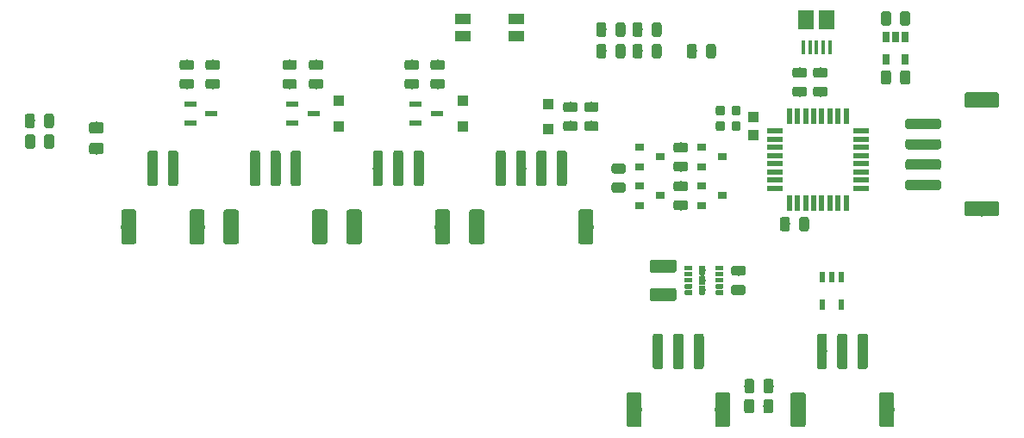
<source format=gbr>
G04 #@! TF.GenerationSoftware,KiCad,Pcbnew,(5.1.4)-1*
G04 #@! TF.CreationDate,2021-06-27T14:54:53-05:00*
G04 #@! TF.ProjectId,NevermoreController,4e657665-726d-46f7-9265-436f6e74726f,rev?*
G04 #@! TF.SameCoordinates,Original*
G04 #@! TF.FileFunction,Paste,Top*
G04 #@! TF.FilePolarity,Positive*
%FSLAX46Y46*%
G04 Gerber Fmt 4.6, Leading zero omitted, Abs format (unit mm)*
G04 Created by KiCad (PCBNEW (5.1.4)-1) date 2021-06-27 14:54:53*
%MOMM*%
%LPD*%
G04 APERTURE LIST*
%ADD10R,0.600000X1.050000*%
%ADD11C,0.100000*%
%ADD12C,0.650000*%
%ADD13C,0.450000*%
%ADD14C,0.975000*%
%ADD15C,1.500000*%
%ADD16C,1.000000*%
%ADD17C,1.250000*%
%ADD18C,0.875000*%
%ADD19R,1.100000X1.050000*%
%ADD20R,1.000000X1.000000*%
%ADD21R,0.650000X1.060000*%
%ADD22R,0.900000X0.800000*%
%ADD23R,1.300000X0.600000*%
%ADD24R,0.550000X1.600000*%
%ADD25R,1.600000X0.550000*%
%ADD26R,1.550000X1.000000*%
%ADD27C,1.150000*%
%ADD28R,1.500000X1.900000*%
%ADD29R,0.400000X1.350000*%
G04 APERTURE END LIST*
D10*
X184211000Y-102790000D03*
X183261000Y-102790000D03*
X182311000Y-102790000D03*
X182311000Y-105490000D03*
X184211000Y-105490000D03*
D11*
G36*
X170689428Y-101650782D02*
G01*
X170705202Y-101653122D01*
X170720671Y-101656997D01*
X170735686Y-101662370D01*
X170750102Y-101669188D01*
X170763780Y-101677386D01*
X170776589Y-101686886D01*
X170788405Y-101697595D01*
X170799114Y-101709411D01*
X170808614Y-101722220D01*
X170816812Y-101735898D01*
X170823630Y-101750314D01*
X170829003Y-101765329D01*
X170832878Y-101780798D01*
X170835218Y-101796572D01*
X170836000Y-101812500D01*
X170836000Y-102387500D01*
X170835218Y-102403428D01*
X170832878Y-102419202D01*
X170829003Y-102434671D01*
X170823630Y-102449686D01*
X170816812Y-102464102D01*
X170808614Y-102477780D01*
X170799114Y-102490589D01*
X170788405Y-102502405D01*
X170776589Y-102513114D01*
X170763780Y-102522614D01*
X170750102Y-102530812D01*
X170735686Y-102537630D01*
X170720671Y-102543003D01*
X170705202Y-102546878D01*
X170689428Y-102549218D01*
X170673500Y-102550000D01*
X170348500Y-102550000D01*
X170332572Y-102549218D01*
X170316798Y-102546878D01*
X170301329Y-102543003D01*
X170286314Y-102537630D01*
X170271898Y-102530812D01*
X170258220Y-102522614D01*
X170245411Y-102513114D01*
X170233595Y-102502405D01*
X170222886Y-102490589D01*
X170213386Y-102477780D01*
X170205188Y-102464102D01*
X170198370Y-102449686D01*
X170192997Y-102434671D01*
X170189122Y-102419202D01*
X170186782Y-102403428D01*
X170186000Y-102387500D01*
X170186000Y-101812500D01*
X170186782Y-101796572D01*
X170189122Y-101780798D01*
X170192997Y-101765329D01*
X170198370Y-101750314D01*
X170205188Y-101735898D01*
X170213386Y-101722220D01*
X170222886Y-101709411D01*
X170233595Y-101697595D01*
X170245411Y-101686886D01*
X170258220Y-101677386D01*
X170271898Y-101669188D01*
X170286314Y-101662370D01*
X170301329Y-101656997D01*
X170316798Y-101653122D01*
X170332572Y-101650782D01*
X170348500Y-101650000D01*
X170673500Y-101650000D01*
X170689428Y-101650782D01*
X170689428Y-101650782D01*
G37*
D12*
X170511000Y-102100000D03*
D11*
G36*
X170689428Y-102620782D02*
G01*
X170705202Y-102623122D01*
X170720671Y-102626997D01*
X170735686Y-102632370D01*
X170750102Y-102639188D01*
X170763780Y-102647386D01*
X170776589Y-102656886D01*
X170788405Y-102667595D01*
X170799114Y-102679411D01*
X170808614Y-102692220D01*
X170816812Y-102705898D01*
X170823630Y-102720314D01*
X170829003Y-102735329D01*
X170832878Y-102750798D01*
X170835218Y-102766572D01*
X170836000Y-102782500D01*
X170836000Y-103357500D01*
X170835218Y-103373428D01*
X170832878Y-103389202D01*
X170829003Y-103404671D01*
X170823630Y-103419686D01*
X170816812Y-103434102D01*
X170808614Y-103447780D01*
X170799114Y-103460589D01*
X170788405Y-103472405D01*
X170776589Y-103483114D01*
X170763780Y-103492614D01*
X170750102Y-103500812D01*
X170735686Y-103507630D01*
X170720671Y-103513003D01*
X170705202Y-103516878D01*
X170689428Y-103519218D01*
X170673500Y-103520000D01*
X170348500Y-103520000D01*
X170332572Y-103519218D01*
X170316798Y-103516878D01*
X170301329Y-103513003D01*
X170286314Y-103507630D01*
X170271898Y-103500812D01*
X170258220Y-103492614D01*
X170245411Y-103483114D01*
X170233595Y-103472405D01*
X170222886Y-103460589D01*
X170213386Y-103447780D01*
X170205188Y-103434102D01*
X170198370Y-103419686D01*
X170192997Y-103404671D01*
X170189122Y-103389202D01*
X170186782Y-103373428D01*
X170186000Y-103357500D01*
X170186000Y-102782500D01*
X170186782Y-102766572D01*
X170189122Y-102750798D01*
X170192997Y-102735329D01*
X170198370Y-102720314D01*
X170205188Y-102705898D01*
X170213386Y-102692220D01*
X170222886Y-102679411D01*
X170233595Y-102667595D01*
X170245411Y-102656886D01*
X170258220Y-102647386D01*
X170271898Y-102639188D01*
X170286314Y-102632370D01*
X170301329Y-102626997D01*
X170316798Y-102623122D01*
X170332572Y-102620782D01*
X170348500Y-102620000D01*
X170673500Y-102620000D01*
X170689428Y-102620782D01*
X170689428Y-102620782D01*
G37*
D12*
X170511000Y-103070000D03*
D11*
G36*
X170689428Y-103590782D02*
G01*
X170705202Y-103593122D01*
X170720671Y-103596997D01*
X170735686Y-103602370D01*
X170750102Y-103609188D01*
X170763780Y-103617386D01*
X170776589Y-103626886D01*
X170788405Y-103637595D01*
X170799114Y-103649411D01*
X170808614Y-103662220D01*
X170816812Y-103675898D01*
X170823630Y-103690314D01*
X170829003Y-103705329D01*
X170832878Y-103720798D01*
X170835218Y-103736572D01*
X170836000Y-103752500D01*
X170836000Y-104327500D01*
X170835218Y-104343428D01*
X170832878Y-104359202D01*
X170829003Y-104374671D01*
X170823630Y-104389686D01*
X170816812Y-104404102D01*
X170808614Y-104417780D01*
X170799114Y-104430589D01*
X170788405Y-104442405D01*
X170776589Y-104453114D01*
X170763780Y-104462614D01*
X170750102Y-104470812D01*
X170735686Y-104477630D01*
X170720671Y-104483003D01*
X170705202Y-104486878D01*
X170689428Y-104489218D01*
X170673500Y-104490000D01*
X170348500Y-104490000D01*
X170332572Y-104489218D01*
X170316798Y-104486878D01*
X170301329Y-104483003D01*
X170286314Y-104477630D01*
X170271898Y-104470812D01*
X170258220Y-104462614D01*
X170245411Y-104453114D01*
X170233595Y-104442405D01*
X170222886Y-104430589D01*
X170213386Y-104417780D01*
X170205188Y-104404102D01*
X170198370Y-104389686D01*
X170192997Y-104374671D01*
X170189122Y-104359202D01*
X170186782Y-104343428D01*
X170186000Y-104327500D01*
X170186000Y-103752500D01*
X170186782Y-103736572D01*
X170189122Y-103720798D01*
X170192997Y-103705329D01*
X170198370Y-103690314D01*
X170205188Y-103675898D01*
X170213386Y-103662220D01*
X170222886Y-103649411D01*
X170233595Y-103637595D01*
X170245411Y-103626886D01*
X170258220Y-103617386D01*
X170271898Y-103609188D01*
X170286314Y-103602370D01*
X170301329Y-103596997D01*
X170316798Y-103593122D01*
X170332572Y-103590782D01*
X170348500Y-103590000D01*
X170673500Y-103590000D01*
X170689428Y-103590782D01*
X170689428Y-103590782D01*
G37*
D12*
X170511000Y-104040000D03*
D11*
G36*
X169459527Y-101645542D02*
G01*
X169470448Y-101647162D01*
X169481157Y-101649844D01*
X169491552Y-101653564D01*
X169501532Y-101658284D01*
X169511002Y-101663960D01*
X169519869Y-101670536D01*
X169528050Y-101677950D01*
X169535464Y-101686131D01*
X169542040Y-101694998D01*
X169547716Y-101704468D01*
X169552436Y-101714448D01*
X169556156Y-101724843D01*
X169558838Y-101735552D01*
X169560458Y-101746473D01*
X169561000Y-101757500D01*
X169561000Y-101982500D01*
X169560458Y-101993527D01*
X169558838Y-102004448D01*
X169556156Y-102015157D01*
X169552436Y-102025552D01*
X169547716Y-102035532D01*
X169542040Y-102045002D01*
X169535464Y-102053869D01*
X169528050Y-102062050D01*
X169519869Y-102069464D01*
X169511002Y-102076040D01*
X169501532Y-102081716D01*
X169491552Y-102086436D01*
X169481157Y-102090156D01*
X169470448Y-102092838D01*
X169459527Y-102094458D01*
X169448500Y-102095000D01*
X168873500Y-102095000D01*
X168862473Y-102094458D01*
X168851552Y-102092838D01*
X168840843Y-102090156D01*
X168830448Y-102086436D01*
X168820468Y-102081716D01*
X168810998Y-102076040D01*
X168802131Y-102069464D01*
X168793950Y-102062050D01*
X168786536Y-102053869D01*
X168779960Y-102045002D01*
X168774284Y-102035532D01*
X168769564Y-102025552D01*
X168765844Y-102015157D01*
X168763162Y-102004448D01*
X168761542Y-101993527D01*
X168761000Y-101982500D01*
X168761000Y-101757500D01*
X168761542Y-101746473D01*
X168763162Y-101735552D01*
X168765844Y-101724843D01*
X168769564Y-101714448D01*
X168774284Y-101704468D01*
X168779960Y-101694998D01*
X168786536Y-101686131D01*
X168793950Y-101677950D01*
X168802131Y-101670536D01*
X168810998Y-101663960D01*
X168820468Y-101658284D01*
X168830448Y-101653564D01*
X168840843Y-101649844D01*
X168851552Y-101647162D01*
X168862473Y-101645542D01*
X168873500Y-101645000D01*
X169448500Y-101645000D01*
X169459527Y-101645542D01*
X169459527Y-101645542D01*
G37*
D13*
X169161000Y-101870000D03*
D11*
G36*
X169459527Y-102245542D02*
G01*
X169470448Y-102247162D01*
X169481157Y-102249844D01*
X169491552Y-102253564D01*
X169501532Y-102258284D01*
X169511002Y-102263960D01*
X169519869Y-102270536D01*
X169528050Y-102277950D01*
X169535464Y-102286131D01*
X169542040Y-102294998D01*
X169547716Y-102304468D01*
X169552436Y-102314448D01*
X169556156Y-102324843D01*
X169558838Y-102335552D01*
X169560458Y-102346473D01*
X169561000Y-102357500D01*
X169561000Y-102582500D01*
X169560458Y-102593527D01*
X169558838Y-102604448D01*
X169556156Y-102615157D01*
X169552436Y-102625552D01*
X169547716Y-102635532D01*
X169542040Y-102645002D01*
X169535464Y-102653869D01*
X169528050Y-102662050D01*
X169519869Y-102669464D01*
X169511002Y-102676040D01*
X169501532Y-102681716D01*
X169491552Y-102686436D01*
X169481157Y-102690156D01*
X169470448Y-102692838D01*
X169459527Y-102694458D01*
X169448500Y-102695000D01*
X168873500Y-102695000D01*
X168862473Y-102694458D01*
X168851552Y-102692838D01*
X168840843Y-102690156D01*
X168830448Y-102686436D01*
X168820468Y-102681716D01*
X168810998Y-102676040D01*
X168802131Y-102669464D01*
X168793950Y-102662050D01*
X168786536Y-102653869D01*
X168779960Y-102645002D01*
X168774284Y-102635532D01*
X168769564Y-102625552D01*
X168765844Y-102615157D01*
X168763162Y-102604448D01*
X168761542Y-102593527D01*
X168761000Y-102582500D01*
X168761000Y-102357500D01*
X168761542Y-102346473D01*
X168763162Y-102335552D01*
X168765844Y-102324843D01*
X168769564Y-102314448D01*
X168774284Y-102304468D01*
X168779960Y-102294998D01*
X168786536Y-102286131D01*
X168793950Y-102277950D01*
X168802131Y-102270536D01*
X168810998Y-102263960D01*
X168820468Y-102258284D01*
X168830448Y-102253564D01*
X168840843Y-102249844D01*
X168851552Y-102247162D01*
X168862473Y-102245542D01*
X168873500Y-102245000D01*
X169448500Y-102245000D01*
X169459527Y-102245542D01*
X169459527Y-102245542D01*
G37*
D13*
X169161000Y-102470000D03*
D11*
G36*
X169459527Y-102845542D02*
G01*
X169470448Y-102847162D01*
X169481157Y-102849844D01*
X169491552Y-102853564D01*
X169501532Y-102858284D01*
X169511002Y-102863960D01*
X169519869Y-102870536D01*
X169528050Y-102877950D01*
X169535464Y-102886131D01*
X169542040Y-102894998D01*
X169547716Y-102904468D01*
X169552436Y-102914448D01*
X169556156Y-102924843D01*
X169558838Y-102935552D01*
X169560458Y-102946473D01*
X169561000Y-102957500D01*
X169561000Y-103182500D01*
X169560458Y-103193527D01*
X169558838Y-103204448D01*
X169556156Y-103215157D01*
X169552436Y-103225552D01*
X169547716Y-103235532D01*
X169542040Y-103245002D01*
X169535464Y-103253869D01*
X169528050Y-103262050D01*
X169519869Y-103269464D01*
X169511002Y-103276040D01*
X169501532Y-103281716D01*
X169491552Y-103286436D01*
X169481157Y-103290156D01*
X169470448Y-103292838D01*
X169459527Y-103294458D01*
X169448500Y-103295000D01*
X168873500Y-103295000D01*
X168862473Y-103294458D01*
X168851552Y-103292838D01*
X168840843Y-103290156D01*
X168830448Y-103286436D01*
X168820468Y-103281716D01*
X168810998Y-103276040D01*
X168802131Y-103269464D01*
X168793950Y-103262050D01*
X168786536Y-103253869D01*
X168779960Y-103245002D01*
X168774284Y-103235532D01*
X168769564Y-103225552D01*
X168765844Y-103215157D01*
X168763162Y-103204448D01*
X168761542Y-103193527D01*
X168761000Y-103182500D01*
X168761000Y-102957500D01*
X168761542Y-102946473D01*
X168763162Y-102935552D01*
X168765844Y-102924843D01*
X168769564Y-102914448D01*
X168774284Y-102904468D01*
X168779960Y-102894998D01*
X168786536Y-102886131D01*
X168793950Y-102877950D01*
X168802131Y-102870536D01*
X168810998Y-102863960D01*
X168820468Y-102858284D01*
X168830448Y-102853564D01*
X168840843Y-102849844D01*
X168851552Y-102847162D01*
X168862473Y-102845542D01*
X168873500Y-102845000D01*
X169448500Y-102845000D01*
X169459527Y-102845542D01*
X169459527Y-102845542D01*
G37*
D13*
X169161000Y-103070000D03*
D11*
G36*
X169459527Y-103445542D02*
G01*
X169470448Y-103447162D01*
X169481157Y-103449844D01*
X169491552Y-103453564D01*
X169501532Y-103458284D01*
X169511002Y-103463960D01*
X169519869Y-103470536D01*
X169528050Y-103477950D01*
X169535464Y-103486131D01*
X169542040Y-103494998D01*
X169547716Y-103504468D01*
X169552436Y-103514448D01*
X169556156Y-103524843D01*
X169558838Y-103535552D01*
X169560458Y-103546473D01*
X169561000Y-103557500D01*
X169561000Y-103782500D01*
X169560458Y-103793527D01*
X169558838Y-103804448D01*
X169556156Y-103815157D01*
X169552436Y-103825552D01*
X169547716Y-103835532D01*
X169542040Y-103845002D01*
X169535464Y-103853869D01*
X169528050Y-103862050D01*
X169519869Y-103869464D01*
X169511002Y-103876040D01*
X169501532Y-103881716D01*
X169491552Y-103886436D01*
X169481157Y-103890156D01*
X169470448Y-103892838D01*
X169459527Y-103894458D01*
X169448500Y-103895000D01*
X168873500Y-103895000D01*
X168862473Y-103894458D01*
X168851552Y-103892838D01*
X168840843Y-103890156D01*
X168830448Y-103886436D01*
X168820468Y-103881716D01*
X168810998Y-103876040D01*
X168802131Y-103869464D01*
X168793950Y-103862050D01*
X168786536Y-103853869D01*
X168779960Y-103845002D01*
X168774284Y-103835532D01*
X168769564Y-103825552D01*
X168765844Y-103815157D01*
X168763162Y-103804448D01*
X168761542Y-103793527D01*
X168761000Y-103782500D01*
X168761000Y-103557500D01*
X168761542Y-103546473D01*
X168763162Y-103535552D01*
X168765844Y-103524843D01*
X168769564Y-103514448D01*
X168774284Y-103504468D01*
X168779960Y-103494998D01*
X168786536Y-103486131D01*
X168793950Y-103477950D01*
X168802131Y-103470536D01*
X168810998Y-103463960D01*
X168820468Y-103458284D01*
X168830448Y-103453564D01*
X168840843Y-103449844D01*
X168851552Y-103447162D01*
X168862473Y-103445542D01*
X168873500Y-103445000D01*
X169448500Y-103445000D01*
X169459527Y-103445542D01*
X169459527Y-103445542D01*
G37*
D13*
X169161000Y-103670000D03*
D11*
G36*
X169459527Y-104045542D02*
G01*
X169470448Y-104047162D01*
X169481157Y-104049844D01*
X169491552Y-104053564D01*
X169501532Y-104058284D01*
X169511002Y-104063960D01*
X169519869Y-104070536D01*
X169528050Y-104077950D01*
X169535464Y-104086131D01*
X169542040Y-104094998D01*
X169547716Y-104104468D01*
X169552436Y-104114448D01*
X169556156Y-104124843D01*
X169558838Y-104135552D01*
X169560458Y-104146473D01*
X169561000Y-104157500D01*
X169561000Y-104382500D01*
X169560458Y-104393527D01*
X169558838Y-104404448D01*
X169556156Y-104415157D01*
X169552436Y-104425552D01*
X169547716Y-104435532D01*
X169542040Y-104445002D01*
X169535464Y-104453869D01*
X169528050Y-104462050D01*
X169519869Y-104469464D01*
X169511002Y-104476040D01*
X169501532Y-104481716D01*
X169491552Y-104486436D01*
X169481157Y-104490156D01*
X169470448Y-104492838D01*
X169459527Y-104494458D01*
X169448500Y-104495000D01*
X168873500Y-104495000D01*
X168862473Y-104494458D01*
X168851552Y-104492838D01*
X168840843Y-104490156D01*
X168830448Y-104486436D01*
X168820468Y-104481716D01*
X168810998Y-104476040D01*
X168802131Y-104469464D01*
X168793950Y-104462050D01*
X168786536Y-104453869D01*
X168779960Y-104445002D01*
X168774284Y-104435532D01*
X168769564Y-104425552D01*
X168765844Y-104415157D01*
X168763162Y-104404448D01*
X168761542Y-104393527D01*
X168761000Y-104382500D01*
X168761000Y-104157500D01*
X168761542Y-104146473D01*
X168763162Y-104135552D01*
X168765844Y-104124843D01*
X168769564Y-104114448D01*
X168774284Y-104104468D01*
X168779960Y-104094998D01*
X168786536Y-104086131D01*
X168793950Y-104077950D01*
X168802131Y-104070536D01*
X168810998Y-104063960D01*
X168820468Y-104058284D01*
X168830448Y-104053564D01*
X168840843Y-104049844D01*
X168851552Y-104047162D01*
X168862473Y-104045542D01*
X168873500Y-104045000D01*
X169448500Y-104045000D01*
X169459527Y-104045542D01*
X169459527Y-104045542D01*
G37*
D13*
X169161000Y-104270000D03*
D11*
G36*
X172509527Y-104045542D02*
G01*
X172520448Y-104047162D01*
X172531157Y-104049844D01*
X172541552Y-104053564D01*
X172551532Y-104058284D01*
X172561002Y-104063960D01*
X172569869Y-104070536D01*
X172578050Y-104077950D01*
X172585464Y-104086131D01*
X172592040Y-104094998D01*
X172597716Y-104104468D01*
X172602436Y-104114448D01*
X172606156Y-104124843D01*
X172608838Y-104135552D01*
X172610458Y-104146473D01*
X172611000Y-104157500D01*
X172611000Y-104382500D01*
X172610458Y-104393527D01*
X172608838Y-104404448D01*
X172606156Y-104415157D01*
X172602436Y-104425552D01*
X172597716Y-104435532D01*
X172592040Y-104445002D01*
X172585464Y-104453869D01*
X172578050Y-104462050D01*
X172569869Y-104469464D01*
X172561002Y-104476040D01*
X172551532Y-104481716D01*
X172541552Y-104486436D01*
X172531157Y-104490156D01*
X172520448Y-104492838D01*
X172509527Y-104494458D01*
X172498500Y-104495000D01*
X171923500Y-104495000D01*
X171912473Y-104494458D01*
X171901552Y-104492838D01*
X171890843Y-104490156D01*
X171880448Y-104486436D01*
X171870468Y-104481716D01*
X171860998Y-104476040D01*
X171852131Y-104469464D01*
X171843950Y-104462050D01*
X171836536Y-104453869D01*
X171829960Y-104445002D01*
X171824284Y-104435532D01*
X171819564Y-104425552D01*
X171815844Y-104415157D01*
X171813162Y-104404448D01*
X171811542Y-104393527D01*
X171811000Y-104382500D01*
X171811000Y-104157500D01*
X171811542Y-104146473D01*
X171813162Y-104135552D01*
X171815844Y-104124843D01*
X171819564Y-104114448D01*
X171824284Y-104104468D01*
X171829960Y-104094998D01*
X171836536Y-104086131D01*
X171843950Y-104077950D01*
X171852131Y-104070536D01*
X171860998Y-104063960D01*
X171870468Y-104058284D01*
X171880448Y-104053564D01*
X171890843Y-104049844D01*
X171901552Y-104047162D01*
X171912473Y-104045542D01*
X171923500Y-104045000D01*
X172498500Y-104045000D01*
X172509527Y-104045542D01*
X172509527Y-104045542D01*
G37*
D13*
X172211000Y-104270000D03*
D11*
G36*
X172509527Y-103445542D02*
G01*
X172520448Y-103447162D01*
X172531157Y-103449844D01*
X172541552Y-103453564D01*
X172551532Y-103458284D01*
X172561002Y-103463960D01*
X172569869Y-103470536D01*
X172578050Y-103477950D01*
X172585464Y-103486131D01*
X172592040Y-103494998D01*
X172597716Y-103504468D01*
X172602436Y-103514448D01*
X172606156Y-103524843D01*
X172608838Y-103535552D01*
X172610458Y-103546473D01*
X172611000Y-103557500D01*
X172611000Y-103782500D01*
X172610458Y-103793527D01*
X172608838Y-103804448D01*
X172606156Y-103815157D01*
X172602436Y-103825552D01*
X172597716Y-103835532D01*
X172592040Y-103845002D01*
X172585464Y-103853869D01*
X172578050Y-103862050D01*
X172569869Y-103869464D01*
X172561002Y-103876040D01*
X172551532Y-103881716D01*
X172541552Y-103886436D01*
X172531157Y-103890156D01*
X172520448Y-103892838D01*
X172509527Y-103894458D01*
X172498500Y-103895000D01*
X171923500Y-103895000D01*
X171912473Y-103894458D01*
X171901552Y-103892838D01*
X171890843Y-103890156D01*
X171880448Y-103886436D01*
X171870468Y-103881716D01*
X171860998Y-103876040D01*
X171852131Y-103869464D01*
X171843950Y-103862050D01*
X171836536Y-103853869D01*
X171829960Y-103845002D01*
X171824284Y-103835532D01*
X171819564Y-103825552D01*
X171815844Y-103815157D01*
X171813162Y-103804448D01*
X171811542Y-103793527D01*
X171811000Y-103782500D01*
X171811000Y-103557500D01*
X171811542Y-103546473D01*
X171813162Y-103535552D01*
X171815844Y-103524843D01*
X171819564Y-103514448D01*
X171824284Y-103504468D01*
X171829960Y-103494998D01*
X171836536Y-103486131D01*
X171843950Y-103477950D01*
X171852131Y-103470536D01*
X171860998Y-103463960D01*
X171870468Y-103458284D01*
X171880448Y-103453564D01*
X171890843Y-103449844D01*
X171901552Y-103447162D01*
X171912473Y-103445542D01*
X171923500Y-103445000D01*
X172498500Y-103445000D01*
X172509527Y-103445542D01*
X172509527Y-103445542D01*
G37*
D13*
X172211000Y-103670000D03*
D11*
G36*
X172509527Y-102845542D02*
G01*
X172520448Y-102847162D01*
X172531157Y-102849844D01*
X172541552Y-102853564D01*
X172551532Y-102858284D01*
X172561002Y-102863960D01*
X172569869Y-102870536D01*
X172578050Y-102877950D01*
X172585464Y-102886131D01*
X172592040Y-102894998D01*
X172597716Y-102904468D01*
X172602436Y-102914448D01*
X172606156Y-102924843D01*
X172608838Y-102935552D01*
X172610458Y-102946473D01*
X172611000Y-102957500D01*
X172611000Y-103182500D01*
X172610458Y-103193527D01*
X172608838Y-103204448D01*
X172606156Y-103215157D01*
X172602436Y-103225552D01*
X172597716Y-103235532D01*
X172592040Y-103245002D01*
X172585464Y-103253869D01*
X172578050Y-103262050D01*
X172569869Y-103269464D01*
X172561002Y-103276040D01*
X172551532Y-103281716D01*
X172541552Y-103286436D01*
X172531157Y-103290156D01*
X172520448Y-103292838D01*
X172509527Y-103294458D01*
X172498500Y-103295000D01*
X171923500Y-103295000D01*
X171912473Y-103294458D01*
X171901552Y-103292838D01*
X171890843Y-103290156D01*
X171880448Y-103286436D01*
X171870468Y-103281716D01*
X171860998Y-103276040D01*
X171852131Y-103269464D01*
X171843950Y-103262050D01*
X171836536Y-103253869D01*
X171829960Y-103245002D01*
X171824284Y-103235532D01*
X171819564Y-103225552D01*
X171815844Y-103215157D01*
X171813162Y-103204448D01*
X171811542Y-103193527D01*
X171811000Y-103182500D01*
X171811000Y-102957500D01*
X171811542Y-102946473D01*
X171813162Y-102935552D01*
X171815844Y-102924843D01*
X171819564Y-102914448D01*
X171824284Y-102904468D01*
X171829960Y-102894998D01*
X171836536Y-102886131D01*
X171843950Y-102877950D01*
X171852131Y-102870536D01*
X171860998Y-102863960D01*
X171870468Y-102858284D01*
X171880448Y-102853564D01*
X171890843Y-102849844D01*
X171901552Y-102847162D01*
X171912473Y-102845542D01*
X171923500Y-102845000D01*
X172498500Y-102845000D01*
X172509527Y-102845542D01*
X172509527Y-102845542D01*
G37*
D13*
X172211000Y-103070000D03*
D11*
G36*
X172509527Y-102245542D02*
G01*
X172520448Y-102247162D01*
X172531157Y-102249844D01*
X172541552Y-102253564D01*
X172551532Y-102258284D01*
X172561002Y-102263960D01*
X172569869Y-102270536D01*
X172578050Y-102277950D01*
X172585464Y-102286131D01*
X172592040Y-102294998D01*
X172597716Y-102304468D01*
X172602436Y-102314448D01*
X172606156Y-102324843D01*
X172608838Y-102335552D01*
X172610458Y-102346473D01*
X172611000Y-102357500D01*
X172611000Y-102582500D01*
X172610458Y-102593527D01*
X172608838Y-102604448D01*
X172606156Y-102615157D01*
X172602436Y-102625552D01*
X172597716Y-102635532D01*
X172592040Y-102645002D01*
X172585464Y-102653869D01*
X172578050Y-102662050D01*
X172569869Y-102669464D01*
X172561002Y-102676040D01*
X172551532Y-102681716D01*
X172541552Y-102686436D01*
X172531157Y-102690156D01*
X172520448Y-102692838D01*
X172509527Y-102694458D01*
X172498500Y-102695000D01*
X171923500Y-102695000D01*
X171912473Y-102694458D01*
X171901552Y-102692838D01*
X171890843Y-102690156D01*
X171880448Y-102686436D01*
X171870468Y-102681716D01*
X171860998Y-102676040D01*
X171852131Y-102669464D01*
X171843950Y-102662050D01*
X171836536Y-102653869D01*
X171829960Y-102645002D01*
X171824284Y-102635532D01*
X171819564Y-102625552D01*
X171815844Y-102615157D01*
X171813162Y-102604448D01*
X171811542Y-102593527D01*
X171811000Y-102582500D01*
X171811000Y-102357500D01*
X171811542Y-102346473D01*
X171813162Y-102335552D01*
X171815844Y-102324843D01*
X171819564Y-102314448D01*
X171824284Y-102304468D01*
X171829960Y-102294998D01*
X171836536Y-102286131D01*
X171843950Y-102277950D01*
X171852131Y-102270536D01*
X171860998Y-102263960D01*
X171870468Y-102258284D01*
X171880448Y-102253564D01*
X171890843Y-102249844D01*
X171901552Y-102247162D01*
X171912473Y-102245542D01*
X171923500Y-102245000D01*
X172498500Y-102245000D01*
X172509527Y-102245542D01*
X172509527Y-102245542D01*
G37*
D13*
X172211000Y-102470000D03*
D11*
G36*
X172509527Y-101645542D02*
G01*
X172520448Y-101647162D01*
X172531157Y-101649844D01*
X172541552Y-101653564D01*
X172551532Y-101658284D01*
X172561002Y-101663960D01*
X172569869Y-101670536D01*
X172578050Y-101677950D01*
X172585464Y-101686131D01*
X172592040Y-101694998D01*
X172597716Y-101704468D01*
X172602436Y-101714448D01*
X172606156Y-101724843D01*
X172608838Y-101735552D01*
X172610458Y-101746473D01*
X172611000Y-101757500D01*
X172611000Y-101982500D01*
X172610458Y-101993527D01*
X172608838Y-102004448D01*
X172606156Y-102015157D01*
X172602436Y-102025552D01*
X172597716Y-102035532D01*
X172592040Y-102045002D01*
X172585464Y-102053869D01*
X172578050Y-102062050D01*
X172569869Y-102069464D01*
X172561002Y-102076040D01*
X172551532Y-102081716D01*
X172541552Y-102086436D01*
X172531157Y-102090156D01*
X172520448Y-102092838D01*
X172509527Y-102094458D01*
X172498500Y-102095000D01*
X171923500Y-102095000D01*
X171912473Y-102094458D01*
X171901552Y-102092838D01*
X171890843Y-102090156D01*
X171880448Y-102086436D01*
X171870468Y-102081716D01*
X171860998Y-102076040D01*
X171852131Y-102069464D01*
X171843950Y-102062050D01*
X171836536Y-102053869D01*
X171829960Y-102045002D01*
X171824284Y-102035532D01*
X171819564Y-102025552D01*
X171815844Y-102015157D01*
X171813162Y-102004448D01*
X171811542Y-101993527D01*
X171811000Y-101982500D01*
X171811000Y-101757500D01*
X171811542Y-101746473D01*
X171813162Y-101735552D01*
X171815844Y-101724843D01*
X171819564Y-101714448D01*
X171824284Y-101704468D01*
X171829960Y-101694998D01*
X171836536Y-101686131D01*
X171843950Y-101677950D01*
X171852131Y-101670536D01*
X171860998Y-101663960D01*
X171870468Y-101658284D01*
X171880448Y-101653564D01*
X171890843Y-101649844D01*
X171901552Y-101647162D01*
X171912473Y-101645542D01*
X171923500Y-101645000D01*
X172498500Y-101645000D01*
X172509527Y-101645542D01*
X172509527Y-101645542D01*
G37*
D13*
X172211000Y-101870000D03*
D11*
G36*
X175395322Y-114749254D02*
G01*
X175418983Y-114752764D01*
X175442187Y-114758576D01*
X175464709Y-114766634D01*
X175486333Y-114776862D01*
X175506850Y-114789159D01*
X175526063Y-114803409D01*
X175543787Y-114819473D01*
X175559851Y-114837197D01*
X175574101Y-114856410D01*
X175586398Y-114876927D01*
X175596626Y-114898551D01*
X175604684Y-114921073D01*
X175610496Y-114944277D01*
X175614006Y-114967938D01*
X175615180Y-114991830D01*
X175615180Y-115904330D01*
X175614006Y-115928222D01*
X175610496Y-115951883D01*
X175604684Y-115975087D01*
X175596626Y-115997609D01*
X175586398Y-116019233D01*
X175574101Y-116039750D01*
X175559851Y-116058963D01*
X175543787Y-116076687D01*
X175526063Y-116092751D01*
X175506850Y-116107001D01*
X175486333Y-116119298D01*
X175464709Y-116129526D01*
X175442187Y-116137584D01*
X175418983Y-116143396D01*
X175395322Y-116146906D01*
X175371430Y-116148080D01*
X174883930Y-116148080D01*
X174860038Y-116146906D01*
X174836377Y-116143396D01*
X174813173Y-116137584D01*
X174790651Y-116129526D01*
X174769027Y-116119298D01*
X174748510Y-116107001D01*
X174729297Y-116092751D01*
X174711573Y-116076687D01*
X174695509Y-116058963D01*
X174681259Y-116039750D01*
X174668962Y-116019233D01*
X174658734Y-115997609D01*
X174650676Y-115975087D01*
X174644864Y-115951883D01*
X174641354Y-115928222D01*
X174640180Y-115904330D01*
X174640180Y-114991830D01*
X174641354Y-114967938D01*
X174644864Y-114944277D01*
X174650676Y-114921073D01*
X174658734Y-114898551D01*
X174668962Y-114876927D01*
X174681259Y-114856410D01*
X174695509Y-114837197D01*
X174711573Y-114819473D01*
X174729297Y-114803409D01*
X174748510Y-114789159D01*
X174769027Y-114776862D01*
X174790651Y-114766634D01*
X174813173Y-114758576D01*
X174836377Y-114752764D01*
X174860038Y-114749254D01*
X174883930Y-114748080D01*
X175371430Y-114748080D01*
X175395322Y-114749254D01*
X175395322Y-114749254D01*
G37*
D14*
X175127680Y-115448080D03*
D11*
G36*
X177270322Y-114749254D02*
G01*
X177293983Y-114752764D01*
X177317187Y-114758576D01*
X177339709Y-114766634D01*
X177361333Y-114776862D01*
X177381850Y-114789159D01*
X177401063Y-114803409D01*
X177418787Y-114819473D01*
X177434851Y-114837197D01*
X177449101Y-114856410D01*
X177461398Y-114876927D01*
X177471626Y-114898551D01*
X177479684Y-114921073D01*
X177485496Y-114944277D01*
X177489006Y-114967938D01*
X177490180Y-114991830D01*
X177490180Y-115904330D01*
X177489006Y-115928222D01*
X177485496Y-115951883D01*
X177479684Y-115975087D01*
X177471626Y-115997609D01*
X177461398Y-116019233D01*
X177449101Y-116039750D01*
X177434851Y-116058963D01*
X177418787Y-116076687D01*
X177401063Y-116092751D01*
X177381850Y-116107001D01*
X177361333Y-116119298D01*
X177339709Y-116129526D01*
X177317187Y-116137584D01*
X177293983Y-116143396D01*
X177270322Y-116146906D01*
X177246430Y-116148080D01*
X176758930Y-116148080D01*
X176735038Y-116146906D01*
X176711377Y-116143396D01*
X176688173Y-116137584D01*
X176665651Y-116129526D01*
X176644027Y-116119298D01*
X176623510Y-116107001D01*
X176604297Y-116092751D01*
X176586573Y-116076687D01*
X176570509Y-116058963D01*
X176556259Y-116039750D01*
X176543962Y-116019233D01*
X176533734Y-115997609D01*
X176525676Y-115975087D01*
X176519864Y-115951883D01*
X176516354Y-115928222D01*
X176515180Y-115904330D01*
X176515180Y-114991830D01*
X176516354Y-114967938D01*
X176519864Y-114944277D01*
X176525676Y-114921073D01*
X176533734Y-114898551D01*
X176543962Y-114876927D01*
X176556259Y-114856410D01*
X176570509Y-114837197D01*
X176586573Y-114819473D01*
X176604297Y-114803409D01*
X176623510Y-114789159D01*
X176644027Y-114776862D01*
X176665651Y-114766634D01*
X176688173Y-114758576D01*
X176711377Y-114752764D01*
X176735038Y-114749254D01*
X176758930Y-114748080D01*
X177246430Y-114748080D01*
X177270322Y-114749254D01*
X177270322Y-114749254D01*
G37*
D14*
X177002680Y-115448080D03*
D11*
G36*
X189151504Y-114104204D02*
G01*
X189175773Y-114107804D01*
X189199571Y-114113765D01*
X189222671Y-114122030D01*
X189244849Y-114132520D01*
X189265893Y-114145133D01*
X189285598Y-114159747D01*
X189303777Y-114176223D01*
X189320253Y-114194402D01*
X189334867Y-114214107D01*
X189347480Y-114235151D01*
X189357970Y-114257329D01*
X189366235Y-114280429D01*
X189372196Y-114304227D01*
X189375796Y-114328496D01*
X189377000Y-114353000D01*
X189377000Y-117253000D01*
X189375796Y-117277504D01*
X189372196Y-117301773D01*
X189366235Y-117325571D01*
X189357970Y-117348671D01*
X189347480Y-117370849D01*
X189334867Y-117391893D01*
X189320253Y-117411598D01*
X189303777Y-117429777D01*
X189285598Y-117446253D01*
X189265893Y-117460867D01*
X189244849Y-117473480D01*
X189222671Y-117483970D01*
X189199571Y-117492235D01*
X189175773Y-117498196D01*
X189151504Y-117501796D01*
X189127000Y-117503000D01*
X188127000Y-117503000D01*
X188102496Y-117501796D01*
X188078227Y-117498196D01*
X188054429Y-117492235D01*
X188031329Y-117483970D01*
X188009151Y-117473480D01*
X187988107Y-117460867D01*
X187968402Y-117446253D01*
X187950223Y-117429777D01*
X187933747Y-117411598D01*
X187919133Y-117391893D01*
X187906520Y-117370849D01*
X187896030Y-117348671D01*
X187887765Y-117325571D01*
X187881804Y-117301773D01*
X187878204Y-117277504D01*
X187877000Y-117253000D01*
X187877000Y-114353000D01*
X187878204Y-114328496D01*
X187881804Y-114304227D01*
X187887765Y-114280429D01*
X187896030Y-114257329D01*
X187906520Y-114235151D01*
X187919133Y-114214107D01*
X187933747Y-114194402D01*
X187950223Y-114176223D01*
X187968402Y-114159747D01*
X187988107Y-114145133D01*
X188009151Y-114132520D01*
X188031329Y-114122030D01*
X188054429Y-114113765D01*
X188078227Y-114107804D01*
X188102496Y-114104204D01*
X188127000Y-114103000D01*
X189127000Y-114103000D01*
X189151504Y-114104204D01*
X189151504Y-114104204D01*
G37*
D15*
X188627000Y-115803000D03*
D11*
G36*
X180451504Y-114104204D02*
G01*
X180475773Y-114107804D01*
X180499571Y-114113765D01*
X180522671Y-114122030D01*
X180544849Y-114132520D01*
X180565893Y-114145133D01*
X180585598Y-114159747D01*
X180603777Y-114176223D01*
X180620253Y-114194402D01*
X180634867Y-114214107D01*
X180647480Y-114235151D01*
X180657970Y-114257329D01*
X180666235Y-114280429D01*
X180672196Y-114304227D01*
X180675796Y-114328496D01*
X180677000Y-114353000D01*
X180677000Y-117253000D01*
X180675796Y-117277504D01*
X180672196Y-117301773D01*
X180666235Y-117325571D01*
X180657970Y-117348671D01*
X180647480Y-117370849D01*
X180634867Y-117391893D01*
X180620253Y-117411598D01*
X180603777Y-117429777D01*
X180585598Y-117446253D01*
X180565893Y-117460867D01*
X180544849Y-117473480D01*
X180522671Y-117483970D01*
X180499571Y-117492235D01*
X180475773Y-117498196D01*
X180451504Y-117501796D01*
X180427000Y-117503000D01*
X179427000Y-117503000D01*
X179402496Y-117501796D01*
X179378227Y-117498196D01*
X179354429Y-117492235D01*
X179331329Y-117483970D01*
X179309151Y-117473480D01*
X179288107Y-117460867D01*
X179268402Y-117446253D01*
X179250223Y-117429777D01*
X179233747Y-117411598D01*
X179219133Y-117391893D01*
X179206520Y-117370849D01*
X179196030Y-117348671D01*
X179187765Y-117325571D01*
X179181804Y-117301773D01*
X179178204Y-117277504D01*
X179177000Y-117253000D01*
X179177000Y-114353000D01*
X179178204Y-114328496D01*
X179181804Y-114304227D01*
X179187765Y-114280429D01*
X179196030Y-114257329D01*
X179206520Y-114235151D01*
X179219133Y-114214107D01*
X179233747Y-114194402D01*
X179250223Y-114176223D01*
X179268402Y-114159747D01*
X179288107Y-114145133D01*
X179309151Y-114132520D01*
X179331329Y-114122030D01*
X179354429Y-114113765D01*
X179378227Y-114107804D01*
X179402496Y-114104204D01*
X179427000Y-114103000D01*
X180427000Y-114103000D01*
X180451504Y-114104204D01*
X180451504Y-114104204D01*
G37*
D15*
X179927000Y-115803000D03*
D11*
G36*
X186551504Y-108304204D02*
G01*
X186575773Y-108307804D01*
X186599571Y-108313765D01*
X186622671Y-108322030D01*
X186644849Y-108332520D01*
X186665893Y-108345133D01*
X186685598Y-108359747D01*
X186703777Y-108376223D01*
X186720253Y-108394402D01*
X186734867Y-108414107D01*
X186747480Y-108435151D01*
X186757970Y-108457329D01*
X186766235Y-108480429D01*
X186772196Y-108504227D01*
X186775796Y-108528496D01*
X186777000Y-108553000D01*
X186777000Y-111553000D01*
X186775796Y-111577504D01*
X186772196Y-111601773D01*
X186766235Y-111625571D01*
X186757970Y-111648671D01*
X186747480Y-111670849D01*
X186734867Y-111691893D01*
X186720253Y-111711598D01*
X186703777Y-111729777D01*
X186685598Y-111746253D01*
X186665893Y-111760867D01*
X186644849Y-111773480D01*
X186622671Y-111783970D01*
X186599571Y-111792235D01*
X186575773Y-111798196D01*
X186551504Y-111801796D01*
X186527000Y-111803000D01*
X186027000Y-111803000D01*
X186002496Y-111801796D01*
X185978227Y-111798196D01*
X185954429Y-111792235D01*
X185931329Y-111783970D01*
X185909151Y-111773480D01*
X185888107Y-111760867D01*
X185868402Y-111746253D01*
X185850223Y-111729777D01*
X185833747Y-111711598D01*
X185819133Y-111691893D01*
X185806520Y-111670849D01*
X185796030Y-111648671D01*
X185787765Y-111625571D01*
X185781804Y-111601773D01*
X185778204Y-111577504D01*
X185777000Y-111553000D01*
X185777000Y-108553000D01*
X185778204Y-108528496D01*
X185781804Y-108504227D01*
X185787765Y-108480429D01*
X185796030Y-108457329D01*
X185806520Y-108435151D01*
X185819133Y-108414107D01*
X185833747Y-108394402D01*
X185850223Y-108376223D01*
X185868402Y-108359747D01*
X185888107Y-108345133D01*
X185909151Y-108332520D01*
X185931329Y-108322030D01*
X185954429Y-108313765D01*
X185978227Y-108307804D01*
X186002496Y-108304204D01*
X186027000Y-108303000D01*
X186527000Y-108303000D01*
X186551504Y-108304204D01*
X186551504Y-108304204D01*
G37*
D16*
X186277000Y-110053000D03*
D11*
G36*
X184551504Y-108304204D02*
G01*
X184575773Y-108307804D01*
X184599571Y-108313765D01*
X184622671Y-108322030D01*
X184644849Y-108332520D01*
X184665893Y-108345133D01*
X184685598Y-108359747D01*
X184703777Y-108376223D01*
X184720253Y-108394402D01*
X184734867Y-108414107D01*
X184747480Y-108435151D01*
X184757970Y-108457329D01*
X184766235Y-108480429D01*
X184772196Y-108504227D01*
X184775796Y-108528496D01*
X184777000Y-108553000D01*
X184777000Y-111553000D01*
X184775796Y-111577504D01*
X184772196Y-111601773D01*
X184766235Y-111625571D01*
X184757970Y-111648671D01*
X184747480Y-111670849D01*
X184734867Y-111691893D01*
X184720253Y-111711598D01*
X184703777Y-111729777D01*
X184685598Y-111746253D01*
X184665893Y-111760867D01*
X184644849Y-111773480D01*
X184622671Y-111783970D01*
X184599571Y-111792235D01*
X184575773Y-111798196D01*
X184551504Y-111801796D01*
X184527000Y-111803000D01*
X184027000Y-111803000D01*
X184002496Y-111801796D01*
X183978227Y-111798196D01*
X183954429Y-111792235D01*
X183931329Y-111783970D01*
X183909151Y-111773480D01*
X183888107Y-111760867D01*
X183868402Y-111746253D01*
X183850223Y-111729777D01*
X183833747Y-111711598D01*
X183819133Y-111691893D01*
X183806520Y-111670849D01*
X183796030Y-111648671D01*
X183787765Y-111625571D01*
X183781804Y-111601773D01*
X183778204Y-111577504D01*
X183777000Y-111553000D01*
X183777000Y-108553000D01*
X183778204Y-108528496D01*
X183781804Y-108504227D01*
X183787765Y-108480429D01*
X183796030Y-108457329D01*
X183806520Y-108435151D01*
X183819133Y-108414107D01*
X183833747Y-108394402D01*
X183850223Y-108376223D01*
X183868402Y-108359747D01*
X183888107Y-108345133D01*
X183909151Y-108332520D01*
X183931329Y-108322030D01*
X183954429Y-108313765D01*
X183978227Y-108307804D01*
X184002496Y-108304204D01*
X184027000Y-108303000D01*
X184527000Y-108303000D01*
X184551504Y-108304204D01*
X184551504Y-108304204D01*
G37*
D16*
X184277000Y-110053000D03*
D11*
G36*
X182551504Y-108304204D02*
G01*
X182575773Y-108307804D01*
X182599571Y-108313765D01*
X182622671Y-108322030D01*
X182644849Y-108332520D01*
X182665893Y-108345133D01*
X182685598Y-108359747D01*
X182703777Y-108376223D01*
X182720253Y-108394402D01*
X182734867Y-108414107D01*
X182747480Y-108435151D01*
X182757970Y-108457329D01*
X182766235Y-108480429D01*
X182772196Y-108504227D01*
X182775796Y-108528496D01*
X182777000Y-108553000D01*
X182777000Y-111553000D01*
X182775796Y-111577504D01*
X182772196Y-111601773D01*
X182766235Y-111625571D01*
X182757970Y-111648671D01*
X182747480Y-111670849D01*
X182734867Y-111691893D01*
X182720253Y-111711598D01*
X182703777Y-111729777D01*
X182685598Y-111746253D01*
X182665893Y-111760867D01*
X182644849Y-111773480D01*
X182622671Y-111783970D01*
X182599571Y-111792235D01*
X182575773Y-111798196D01*
X182551504Y-111801796D01*
X182527000Y-111803000D01*
X182027000Y-111803000D01*
X182002496Y-111801796D01*
X181978227Y-111798196D01*
X181954429Y-111792235D01*
X181931329Y-111783970D01*
X181909151Y-111773480D01*
X181888107Y-111760867D01*
X181868402Y-111746253D01*
X181850223Y-111729777D01*
X181833747Y-111711598D01*
X181819133Y-111691893D01*
X181806520Y-111670849D01*
X181796030Y-111648671D01*
X181787765Y-111625571D01*
X181781804Y-111601773D01*
X181778204Y-111577504D01*
X181777000Y-111553000D01*
X181777000Y-108553000D01*
X181778204Y-108528496D01*
X181781804Y-108504227D01*
X181787765Y-108480429D01*
X181796030Y-108457329D01*
X181806520Y-108435151D01*
X181819133Y-108414107D01*
X181833747Y-108394402D01*
X181850223Y-108376223D01*
X181868402Y-108359747D01*
X181888107Y-108345133D01*
X181909151Y-108332520D01*
X181931329Y-108322030D01*
X181954429Y-108313765D01*
X181978227Y-108307804D01*
X182002496Y-108304204D01*
X182027000Y-108303000D01*
X182527000Y-108303000D01*
X182551504Y-108304204D01*
X182551504Y-108304204D01*
G37*
D16*
X182277000Y-110053000D03*
D11*
G36*
X173045504Y-114101204D02*
G01*
X173069773Y-114104804D01*
X173093571Y-114110765D01*
X173116671Y-114119030D01*
X173138849Y-114129520D01*
X173159893Y-114142133D01*
X173179598Y-114156747D01*
X173197777Y-114173223D01*
X173214253Y-114191402D01*
X173228867Y-114211107D01*
X173241480Y-114232151D01*
X173251970Y-114254329D01*
X173260235Y-114277429D01*
X173266196Y-114301227D01*
X173269796Y-114325496D01*
X173271000Y-114350000D01*
X173271000Y-117250000D01*
X173269796Y-117274504D01*
X173266196Y-117298773D01*
X173260235Y-117322571D01*
X173251970Y-117345671D01*
X173241480Y-117367849D01*
X173228867Y-117388893D01*
X173214253Y-117408598D01*
X173197777Y-117426777D01*
X173179598Y-117443253D01*
X173159893Y-117457867D01*
X173138849Y-117470480D01*
X173116671Y-117480970D01*
X173093571Y-117489235D01*
X173069773Y-117495196D01*
X173045504Y-117498796D01*
X173021000Y-117500000D01*
X172021000Y-117500000D01*
X171996496Y-117498796D01*
X171972227Y-117495196D01*
X171948429Y-117489235D01*
X171925329Y-117480970D01*
X171903151Y-117470480D01*
X171882107Y-117457867D01*
X171862402Y-117443253D01*
X171844223Y-117426777D01*
X171827747Y-117408598D01*
X171813133Y-117388893D01*
X171800520Y-117367849D01*
X171790030Y-117345671D01*
X171781765Y-117322571D01*
X171775804Y-117298773D01*
X171772204Y-117274504D01*
X171771000Y-117250000D01*
X171771000Y-114350000D01*
X171772204Y-114325496D01*
X171775804Y-114301227D01*
X171781765Y-114277429D01*
X171790030Y-114254329D01*
X171800520Y-114232151D01*
X171813133Y-114211107D01*
X171827747Y-114191402D01*
X171844223Y-114173223D01*
X171862402Y-114156747D01*
X171882107Y-114142133D01*
X171903151Y-114129520D01*
X171925329Y-114119030D01*
X171948429Y-114110765D01*
X171972227Y-114104804D01*
X171996496Y-114101204D01*
X172021000Y-114100000D01*
X173021000Y-114100000D01*
X173045504Y-114101204D01*
X173045504Y-114101204D01*
G37*
D15*
X172521000Y-115800000D03*
D11*
G36*
X164345504Y-114101204D02*
G01*
X164369773Y-114104804D01*
X164393571Y-114110765D01*
X164416671Y-114119030D01*
X164438849Y-114129520D01*
X164459893Y-114142133D01*
X164479598Y-114156747D01*
X164497777Y-114173223D01*
X164514253Y-114191402D01*
X164528867Y-114211107D01*
X164541480Y-114232151D01*
X164551970Y-114254329D01*
X164560235Y-114277429D01*
X164566196Y-114301227D01*
X164569796Y-114325496D01*
X164571000Y-114350000D01*
X164571000Y-117250000D01*
X164569796Y-117274504D01*
X164566196Y-117298773D01*
X164560235Y-117322571D01*
X164551970Y-117345671D01*
X164541480Y-117367849D01*
X164528867Y-117388893D01*
X164514253Y-117408598D01*
X164497777Y-117426777D01*
X164479598Y-117443253D01*
X164459893Y-117457867D01*
X164438849Y-117470480D01*
X164416671Y-117480970D01*
X164393571Y-117489235D01*
X164369773Y-117495196D01*
X164345504Y-117498796D01*
X164321000Y-117500000D01*
X163321000Y-117500000D01*
X163296496Y-117498796D01*
X163272227Y-117495196D01*
X163248429Y-117489235D01*
X163225329Y-117480970D01*
X163203151Y-117470480D01*
X163182107Y-117457867D01*
X163162402Y-117443253D01*
X163144223Y-117426777D01*
X163127747Y-117408598D01*
X163113133Y-117388893D01*
X163100520Y-117367849D01*
X163090030Y-117345671D01*
X163081765Y-117322571D01*
X163075804Y-117298773D01*
X163072204Y-117274504D01*
X163071000Y-117250000D01*
X163071000Y-114350000D01*
X163072204Y-114325496D01*
X163075804Y-114301227D01*
X163081765Y-114277429D01*
X163090030Y-114254329D01*
X163100520Y-114232151D01*
X163113133Y-114211107D01*
X163127747Y-114191402D01*
X163144223Y-114173223D01*
X163162402Y-114156747D01*
X163182107Y-114142133D01*
X163203151Y-114129520D01*
X163225329Y-114119030D01*
X163248429Y-114110765D01*
X163272227Y-114104804D01*
X163296496Y-114101204D01*
X163321000Y-114100000D01*
X164321000Y-114100000D01*
X164345504Y-114101204D01*
X164345504Y-114101204D01*
G37*
D15*
X163821000Y-115800000D03*
D11*
G36*
X170445504Y-108301204D02*
G01*
X170469773Y-108304804D01*
X170493571Y-108310765D01*
X170516671Y-108319030D01*
X170538849Y-108329520D01*
X170559893Y-108342133D01*
X170579598Y-108356747D01*
X170597777Y-108373223D01*
X170614253Y-108391402D01*
X170628867Y-108411107D01*
X170641480Y-108432151D01*
X170651970Y-108454329D01*
X170660235Y-108477429D01*
X170666196Y-108501227D01*
X170669796Y-108525496D01*
X170671000Y-108550000D01*
X170671000Y-111550000D01*
X170669796Y-111574504D01*
X170666196Y-111598773D01*
X170660235Y-111622571D01*
X170651970Y-111645671D01*
X170641480Y-111667849D01*
X170628867Y-111688893D01*
X170614253Y-111708598D01*
X170597777Y-111726777D01*
X170579598Y-111743253D01*
X170559893Y-111757867D01*
X170538849Y-111770480D01*
X170516671Y-111780970D01*
X170493571Y-111789235D01*
X170469773Y-111795196D01*
X170445504Y-111798796D01*
X170421000Y-111800000D01*
X169921000Y-111800000D01*
X169896496Y-111798796D01*
X169872227Y-111795196D01*
X169848429Y-111789235D01*
X169825329Y-111780970D01*
X169803151Y-111770480D01*
X169782107Y-111757867D01*
X169762402Y-111743253D01*
X169744223Y-111726777D01*
X169727747Y-111708598D01*
X169713133Y-111688893D01*
X169700520Y-111667849D01*
X169690030Y-111645671D01*
X169681765Y-111622571D01*
X169675804Y-111598773D01*
X169672204Y-111574504D01*
X169671000Y-111550000D01*
X169671000Y-108550000D01*
X169672204Y-108525496D01*
X169675804Y-108501227D01*
X169681765Y-108477429D01*
X169690030Y-108454329D01*
X169700520Y-108432151D01*
X169713133Y-108411107D01*
X169727747Y-108391402D01*
X169744223Y-108373223D01*
X169762402Y-108356747D01*
X169782107Y-108342133D01*
X169803151Y-108329520D01*
X169825329Y-108319030D01*
X169848429Y-108310765D01*
X169872227Y-108304804D01*
X169896496Y-108301204D01*
X169921000Y-108300000D01*
X170421000Y-108300000D01*
X170445504Y-108301204D01*
X170445504Y-108301204D01*
G37*
D16*
X170171000Y-110050000D03*
D11*
G36*
X168445504Y-108301204D02*
G01*
X168469773Y-108304804D01*
X168493571Y-108310765D01*
X168516671Y-108319030D01*
X168538849Y-108329520D01*
X168559893Y-108342133D01*
X168579598Y-108356747D01*
X168597777Y-108373223D01*
X168614253Y-108391402D01*
X168628867Y-108411107D01*
X168641480Y-108432151D01*
X168651970Y-108454329D01*
X168660235Y-108477429D01*
X168666196Y-108501227D01*
X168669796Y-108525496D01*
X168671000Y-108550000D01*
X168671000Y-111550000D01*
X168669796Y-111574504D01*
X168666196Y-111598773D01*
X168660235Y-111622571D01*
X168651970Y-111645671D01*
X168641480Y-111667849D01*
X168628867Y-111688893D01*
X168614253Y-111708598D01*
X168597777Y-111726777D01*
X168579598Y-111743253D01*
X168559893Y-111757867D01*
X168538849Y-111770480D01*
X168516671Y-111780970D01*
X168493571Y-111789235D01*
X168469773Y-111795196D01*
X168445504Y-111798796D01*
X168421000Y-111800000D01*
X167921000Y-111800000D01*
X167896496Y-111798796D01*
X167872227Y-111795196D01*
X167848429Y-111789235D01*
X167825329Y-111780970D01*
X167803151Y-111770480D01*
X167782107Y-111757867D01*
X167762402Y-111743253D01*
X167744223Y-111726777D01*
X167727747Y-111708598D01*
X167713133Y-111688893D01*
X167700520Y-111667849D01*
X167690030Y-111645671D01*
X167681765Y-111622571D01*
X167675804Y-111598773D01*
X167672204Y-111574504D01*
X167671000Y-111550000D01*
X167671000Y-108550000D01*
X167672204Y-108525496D01*
X167675804Y-108501227D01*
X167681765Y-108477429D01*
X167690030Y-108454329D01*
X167700520Y-108432151D01*
X167713133Y-108411107D01*
X167727747Y-108391402D01*
X167744223Y-108373223D01*
X167762402Y-108356747D01*
X167782107Y-108342133D01*
X167803151Y-108329520D01*
X167825329Y-108319030D01*
X167848429Y-108310765D01*
X167872227Y-108304804D01*
X167896496Y-108301204D01*
X167921000Y-108300000D01*
X168421000Y-108300000D01*
X168445504Y-108301204D01*
X168445504Y-108301204D01*
G37*
D16*
X168171000Y-110050000D03*
D11*
G36*
X166445504Y-108301204D02*
G01*
X166469773Y-108304804D01*
X166493571Y-108310765D01*
X166516671Y-108319030D01*
X166538849Y-108329520D01*
X166559893Y-108342133D01*
X166579598Y-108356747D01*
X166597777Y-108373223D01*
X166614253Y-108391402D01*
X166628867Y-108411107D01*
X166641480Y-108432151D01*
X166651970Y-108454329D01*
X166660235Y-108477429D01*
X166666196Y-108501227D01*
X166669796Y-108525496D01*
X166671000Y-108550000D01*
X166671000Y-111550000D01*
X166669796Y-111574504D01*
X166666196Y-111598773D01*
X166660235Y-111622571D01*
X166651970Y-111645671D01*
X166641480Y-111667849D01*
X166628867Y-111688893D01*
X166614253Y-111708598D01*
X166597777Y-111726777D01*
X166579598Y-111743253D01*
X166559893Y-111757867D01*
X166538849Y-111770480D01*
X166516671Y-111780970D01*
X166493571Y-111789235D01*
X166469773Y-111795196D01*
X166445504Y-111798796D01*
X166421000Y-111800000D01*
X165921000Y-111800000D01*
X165896496Y-111798796D01*
X165872227Y-111795196D01*
X165848429Y-111789235D01*
X165825329Y-111780970D01*
X165803151Y-111770480D01*
X165782107Y-111757867D01*
X165762402Y-111743253D01*
X165744223Y-111726777D01*
X165727747Y-111708598D01*
X165713133Y-111688893D01*
X165700520Y-111667849D01*
X165690030Y-111645671D01*
X165681765Y-111622571D01*
X165675804Y-111598773D01*
X165672204Y-111574504D01*
X165671000Y-111550000D01*
X165671000Y-108550000D01*
X165672204Y-108525496D01*
X165675804Y-108501227D01*
X165681765Y-108477429D01*
X165690030Y-108454329D01*
X165700520Y-108432151D01*
X165713133Y-108411107D01*
X165727747Y-108391402D01*
X165744223Y-108373223D01*
X165762402Y-108356747D01*
X165782107Y-108342133D01*
X165803151Y-108329520D01*
X165825329Y-108319030D01*
X165848429Y-108310765D01*
X165872227Y-108304804D01*
X165896496Y-108301204D01*
X165921000Y-108300000D01*
X166421000Y-108300000D01*
X166445504Y-108301204D01*
X166445504Y-108301204D01*
G37*
D16*
X166171000Y-110050000D03*
D11*
G36*
X177290642Y-112775674D02*
G01*
X177314303Y-112779184D01*
X177337507Y-112784996D01*
X177360029Y-112793054D01*
X177381653Y-112803282D01*
X177402170Y-112815579D01*
X177421383Y-112829829D01*
X177439107Y-112845893D01*
X177455171Y-112863617D01*
X177469421Y-112882830D01*
X177481718Y-112903347D01*
X177491946Y-112924971D01*
X177500004Y-112947493D01*
X177505816Y-112970697D01*
X177509326Y-112994358D01*
X177510500Y-113018250D01*
X177510500Y-113930750D01*
X177509326Y-113954642D01*
X177505816Y-113978303D01*
X177500004Y-114001507D01*
X177491946Y-114024029D01*
X177481718Y-114045653D01*
X177469421Y-114066170D01*
X177455171Y-114085383D01*
X177439107Y-114103107D01*
X177421383Y-114119171D01*
X177402170Y-114133421D01*
X177381653Y-114145718D01*
X177360029Y-114155946D01*
X177337507Y-114164004D01*
X177314303Y-114169816D01*
X177290642Y-114173326D01*
X177266750Y-114174500D01*
X176779250Y-114174500D01*
X176755358Y-114173326D01*
X176731697Y-114169816D01*
X176708493Y-114164004D01*
X176685971Y-114155946D01*
X176664347Y-114145718D01*
X176643830Y-114133421D01*
X176624617Y-114119171D01*
X176606893Y-114103107D01*
X176590829Y-114085383D01*
X176576579Y-114066170D01*
X176564282Y-114045653D01*
X176554054Y-114024029D01*
X176545996Y-114001507D01*
X176540184Y-113978303D01*
X176536674Y-113954642D01*
X176535500Y-113930750D01*
X176535500Y-113018250D01*
X176536674Y-112994358D01*
X176540184Y-112970697D01*
X176545996Y-112947493D01*
X176554054Y-112924971D01*
X176564282Y-112903347D01*
X176576579Y-112882830D01*
X176590829Y-112863617D01*
X176606893Y-112845893D01*
X176624617Y-112829829D01*
X176643830Y-112815579D01*
X176664347Y-112803282D01*
X176685971Y-112793054D01*
X176708493Y-112784996D01*
X176731697Y-112779184D01*
X176755358Y-112775674D01*
X176779250Y-112774500D01*
X177266750Y-112774500D01*
X177290642Y-112775674D01*
X177290642Y-112775674D01*
G37*
D14*
X177023000Y-113474500D03*
D11*
G36*
X175415642Y-112775674D02*
G01*
X175439303Y-112779184D01*
X175462507Y-112784996D01*
X175485029Y-112793054D01*
X175506653Y-112803282D01*
X175527170Y-112815579D01*
X175546383Y-112829829D01*
X175564107Y-112845893D01*
X175580171Y-112863617D01*
X175594421Y-112882830D01*
X175606718Y-112903347D01*
X175616946Y-112924971D01*
X175625004Y-112947493D01*
X175630816Y-112970697D01*
X175634326Y-112994358D01*
X175635500Y-113018250D01*
X175635500Y-113930750D01*
X175634326Y-113954642D01*
X175630816Y-113978303D01*
X175625004Y-114001507D01*
X175616946Y-114024029D01*
X175606718Y-114045653D01*
X175594421Y-114066170D01*
X175580171Y-114085383D01*
X175564107Y-114103107D01*
X175546383Y-114119171D01*
X175527170Y-114133421D01*
X175506653Y-114145718D01*
X175485029Y-114155946D01*
X175462507Y-114164004D01*
X175439303Y-114169816D01*
X175415642Y-114173326D01*
X175391750Y-114174500D01*
X174904250Y-114174500D01*
X174880358Y-114173326D01*
X174856697Y-114169816D01*
X174833493Y-114164004D01*
X174810971Y-114155946D01*
X174789347Y-114145718D01*
X174768830Y-114133421D01*
X174749617Y-114119171D01*
X174731893Y-114103107D01*
X174715829Y-114085383D01*
X174701579Y-114066170D01*
X174689282Y-114045653D01*
X174679054Y-114024029D01*
X174670996Y-114001507D01*
X174665184Y-113978303D01*
X174661674Y-113954642D01*
X174660500Y-113930750D01*
X174660500Y-113018250D01*
X174661674Y-112994358D01*
X174665184Y-112970697D01*
X174670996Y-112947493D01*
X174679054Y-112924971D01*
X174689282Y-112903347D01*
X174701579Y-112882830D01*
X174715829Y-112863617D01*
X174731893Y-112845893D01*
X174749617Y-112829829D01*
X174768830Y-112815579D01*
X174789347Y-112803282D01*
X174810971Y-112793054D01*
X174833493Y-112784996D01*
X174856697Y-112779184D01*
X174880358Y-112775674D01*
X174904250Y-112774500D01*
X175391750Y-112774500D01*
X175415642Y-112775674D01*
X175415642Y-112775674D01*
G37*
D14*
X175148000Y-113474500D03*
D11*
G36*
X174551142Y-101646174D02*
G01*
X174574803Y-101649684D01*
X174598007Y-101655496D01*
X174620529Y-101663554D01*
X174642153Y-101673782D01*
X174662670Y-101686079D01*
X174681883Y-101700329D01*
X174699607Y-101716393D01*
X174715671Y-101734117D01*
X174729921Y-101753330D01*
X174742218Y-101773847D01*
X174752446Y-101795471D01*
X174760504Y-101817993D01*
X174766316Y-101841197D01*
X174769826Y-101864858D01*
X174771000Y-101888750D01*
X174771000Y-102376250D01*
X174769826Y-102400142D01*
X174766316Y-102423803D01*
X174760504Y-102447007D01*
X174752446Y-102469529D01*
X174742218Y-102491153D01*
X174729921Y-102511670D01*
X174715671Y-102530883D01*
X174699607Y-102548607D01*
X174681883Y-102564671D01*
X174662670Y-102578921D01*
X174642153Y-102591218D01*
X174620529Y-102601446D01*
X174598007Y-102609504D01*
X174574803Y-102615316D01*
X174551142Y-102618826D01*
X174527250Y-102620000D01*
X173614750Y-102620000D01*
X173590858Y-102618826D01*
X173567197Y-102615316D01*
X173543993Y-102609504D01*
X173521471Y-102601446D01*
X173499847Y-102591218D01*
X173479330Y-102578921D01*
X173460117Y-102564671D01*
X173442393Y-102548607D01*
X173426329Y-102530883D01*
X173412079Y-102511670D01*
X173399782Y-102491153D01*
X173389554Y-102469529D01*
X173381496Y-102447007D01*
X173375684Y-102423803D01*
X173372174Y-102400142D01*
X173371000Y-102376250D01*
X173371000Y-101888750D01*
X173372174Y-101864858D01*
X173375684Y-101841197D01*
X173381496Y-101817993D01*
X173389554Y-101795471D01*
X173399782Y-101773847D01*
X173412079Y-101753330D01*
X173426329Y-101734117D01*
X173442393Y-101716393D01*
X173460117Y-101700329D01*
X173479330Y-101686079D01*
X173499847Y-101673782D01*
X173521471Y-101663554D01*
X173543993Y-101655496D01*
X173567197Y-101649684D01*
X173590858Y-101646174D01*
X173614750Y-101645000D01*
X174527250Y-101645000D01*
X174551142Y-101646174D01*
X174551142Y-101646174D01*
G37*
D14*
X174071000Y-102132500D03*
D11*
G36*
X174551142Y-103521174D02*
G01*
X174574803Y-103524684D01*
X174598007Y-103530496D01*
X174620529Y-103538554D01*
X174642153Y-103548782D01*
X174662670Y-103561079D01*
X174681883Y-103575329D01*
X174699607Y-103591393D01*
X174715671Y-103609117D01*
X174729921Y-103628330D01*
X174742218Y-103648847D01*
X174752446Y-103670471D01*
X174760504Y-103692993D01*
X174766316Y-103716197D01*
X174769826Y-103739858D01*
X174771000Y-103763750D01*
X174771000Y-104251250D01*
X174769826Y-104275142D01*
X174766316Y-104298803D01*
X174760504Y-104322007D01*
X174752446Y-104344529D01*
X174742218Y-104366153D01*
X174729921Y-104386670D01*
X174715671Y-104405883D01*
X174699607Y-104423607D01*
X174681883Y-104439671D01*
X174662670Y-104453921D01*
X174642153Y-104466218D01*
X174620529Y-104476446D01*
X174598007Y-104484504D01*
X174574803Y-104490316D01*
X174551142Y-104493826D01*
X174527250Y-104495000D01*
X173614750Y-104495000D01*
X173590858Y-104493826D01*
X173567197Y-104490316D01*
X173543993Y-104484504D01*
X173521471Y-104476446D01*
X173499847Y-104466218D01*
X173479330Y-104453921D01*
X173460117Y-104439671D01*
X173442393Y-104423607D01*
X173426329Y-104405883D01*
X173412079Y-104386670D01*
X173399782Y-104366153D01*
X173389554Y-104344529D01*
X173381496Y-104322007D01*
X173375684Y-104298803D01*
X173372174Y-104275142D01*
X173371000Y-104251250D01*
X173371000Y-103763750D01*
X173372174Y-103739858D01*
X173375684Y-103716197D01*
X173381496Y-103692993D01*
X173389554Y-103670471D01*
X173399782Y-103648847D01*
X173412079Y-103628330D01*
X173426329Y-103609117D01*
X173442393Y-103591393D01*
X173460117Y-103575329D01*
X173479330Y-103561079D01*
X173499847Y-103548782D01*
X173521471Y-103538554D01*
X173543993Y-103530496D01*
X173567197Y-103524684D01*
X173590858Y-103521174D01*
X173614750Y-103520000D01*
X174527250Y-103520000D01*
X174551142Y-103521174D01*
X174551142Y-103521174D01*
G37*
D14*
X174071000Y-104007500D03*
D11*
G36*
X167770504Y-101046204D02*
G01*
X167794773Y-101049804D01*
X167818571Y-101055765D01*
X167841671Y-101064030D01*
X167863849Y-101074520D01*
X167884893Y-101087133D01*
X167904598Y-101101747D01*
X167922777Y-101118223D01*
X167939253Y-101136402D01*
X167953867Y-101156107D01*
X167966480Y-101177151D01*
X167976970Y-101199329D01*
X167985235Y-101222429D01*
X167991196Y-101246227D01*
X167994796Y-101270496D01*
X167996000Y-101295000D01*
X167996000Y-102045000D01*
X167994796Y-102069504D01*
X167991196Y-102093773D01*
X167985235Y-102117571D01*
X167976970Y-102140671D01*
X167966480Y-102162849D01*
X167953867Y-102183893D01*
X167939253Y-102203598D01*
X167922777Y-102221777D01*
X167904598Y-102238253D01*
X167884893Y-102252867D01*
X167863849Y-102265480D01*
X167841671Y-102275970D01*
X167818571Y-102284235D01*
X167794773Y-102290196D01*
X167770504Y-102293796D01*
X167746000Y-102295000D01*
X165596000Y-102295000D01*
X165571496Y-102293796D01*
X165547227Y-102290196D01*
X165523429Y-102284235D01*
X165500329Y-102275970D01*
X165478151Y-102265480D01*
X165457107Y-102252867D01*
X165437402Y-102238253D01*
X165419223Y-102221777D01*
X165402747Y-102203598D01*
X165388133Y-102183893D01*
X165375520Y-102162849D01*
X165365030Y-102140671D01*
X165356765Y-102117571D01*
X165350804Y-102093773D01*
X165347204Y-102069504D01*
X165346000Y-102045000D01*
X165346000Y-101295000D01*
X165347204Y-101270496D01*
X165350804Y-101246227D01*
X165356765Y-101222429D01*
X165365030Y-101199329D01*
X165375520Y-101177151D01*
X165388133Y-101156107D01*
X165402747Y-101136402D01*
X165419223Y-101118223D01*
X165437402Y-101101747D01*
X165457107Y-101087133D01*
X165478151Y-101074520D01*
X165500329Y-101064030D01*
X165523429Y-101055765D01*
X165547227Y-101049804D01*
X165571496Y-101046204D01*
X165596000Y-101045000D01*
X167746000Y-101045000D01*
X167770504Y-101046204D01*
X167770504Y-101046204D01*
G37*
D17*
X166671000Y-101670000D03*
D11*
G36*
X167770504Y-103846204D02*
G01*
X167794773Y-103849804D01*
X167818571Y-103855765D01*
X167841671Y-103864030D01*
X167863849Y-103874520D01*
X167884893Y-103887133D01*
X167904598Y-103901747D01*
X167922777Y-103918223D01*
X167939253Y-103936402D01*
X167953867Y-103956107D01*
X167966480Y-103977151D01*
X167976970Y-103999329D01*
X167985235Y-104022429D01*
X167991196Y-104046227D01*
X167994796Y-104070496D01*
X167996000Y-104095000D01*
X167996000Y-104845000D01*
X167994796Y-104869504D01*
X167991196Y-104893773D01*
X167985235Y-104917571D01*
X167976970Y-104940671D01*
X167966480Y-104962849D01*
X167953867Y-104983893D01*
X167939253Y-105003598D01*
X167922777Y-105021777D01*
X167904598Y-105038253D01*
X167884893Y-105052867D01*
X167863849Y-105065480D01*
X167841671Y-105075970D01*
X167818571Y-105084235D01*
X167794773Y-105090196D01*
X167770504Y-105093796D01*
X167746000Y-105095000D01*
X165596000Y-105095000D01*
X165571496Y-105093796D01*
X165547227Y-105090196D01*
X165523429Y-105084235D01*
X165500329Y-105075970D01*
X165478151Y-105065480D01*
X165457107Y-105052867D01*
X165437402Y-105038253D01*
X165419223Y-105021777D01*
X165402747Y-105003598D01*
X165388133Y-104983893D01*
X165375520Y-104962849D01*
X165365030Y-104940671D01*
X165356765Y-104917571D01*
X165350804Y-104893773D01*
X165347204Y-104869504D01*
X165346000Y-104845000D01*
X165346000Y-104095000D01*
X165347204Y-104070496D01*
X165350804Y-104046227D01*
X165356765Y-104022429D01*
X165365030Y-103999329D01*
X165375520Y-103977151D01*
X165388133Y-103956107D01*
X165402747Y-103936402D01*
X165419223Y-103918223D01*
X165437402Y-103901747D01*
X165457107Y-103887133D01*
X165478151Y-103874520D01*
X165500329Y-103864030D01*
X165523429Y-103855765D01*
X165547227Y-103849804D01*
X165571496Y-103846204D01*
X165596000Y-103845000D01*
X167746000Y-103845000D01*
X167770504Y-103846204D01*
X167770504Y-103846204D01*
G37*
D17*
X166671000Y-104470000D03*
D11*
G36*
X172528191Y-87410053D02*
G01*
X172549426Y-87413203D01*
X172570250Y-87418419D01*
X172590462Y-87425651D01*
X172609868Y-87434830D01*
X172628281Y-87445866D01*
X172645524Y-87458654D01*
X172661430Y-87473070D01*
X172675846Y-87488976D01*
X172688634Y-87506219D01*
X172699670Y-87524632D01*
X172708849Y-87544038D01*
X172716081Y-87564250D01*
X172721297Y-87585074D01*
X172724447Y-87606309D01*
X172725500Y-87627750D01*
X172725500Y-88140250D01*
X172724447Y-88161691D01*
X172721297Y-88182926D01*
X172716081Y-88203750D01*
X172708849Y-88223962D01*
X172699670Y-88243368D01*
X172688634Y-88261781D01*
X172675846Y-88279024D01*
X172661430Y-88294930D01*
X172645524Y-88309346D01*
X172628281Y-88322134D01*
X172609868Y-88333170D01*
X172590462Y-88342349D01*
X172570250Y-88349581D01*
X172549426Y-88354797D01*
X172528191Y-88357947D01*
X172506750Y-88359000D01*
X172069250Y-88359000D01*
X172047809Y-88357947D01*
X172026574Y-88354797D01*
X172005750Y-88349581D01*
X171985538Y-88342349D01*
X171966132Y-88333170D01*
X171947719Y-88322134D01*
X171930476Y-88309346D01*
X171914570Y-88294930D01*
X171900154Y-88279024D01*
X171887366Y-88261781D01*
X171876330Y-88243368D01*
X171867151Y-88223962D01*
X171859919Y-88203750D01*
X171854703Y-88182926D01*
X171851553Y-88161691D01*
X171850500Y-88140250D01*
X171850500Y-87627750D01*
X171851553Y-87606309D01*
X171854703Y-87585074D01*
X171859919Y-87564250D01*
X171867151Y-87544038D01*
X171876330Y-87524632D01*
X171887366Y-87506219D01*
X171900154Y-87488976D01*
X171914570Y-87473070D01*
X171930476Y-87458654D01*
X171947719Y-87445866D01*
X171966132Y-87434830D01*
X171985538Y-87425651D01*
X172005750Y-87418419D01*
X172026574Y-87413203D01*
X172047809Y-87410053D01*
X172069250Y-87409000D01*
X172506750Y-87409000D01*
X172528191Y-87410053D01*
X172528191Y-87410053D01*
G37*
D18*
X172288000Y-87884000D03*
D11*
G36*
X174103191Y-87410053D02*
G01*
X174124426Y-87413203D01*
X174145250Y-87418419D01*
X174165462Y-87425651D01*
X174184868Y-87434830D01*
X174203281Y-87445866D01*
X174220524Y-87458654D01*
X174236430Y-87473070D01*
X174250846Y-87488976D01*
X174263634Y-87506219D01*
X174274670Y-87524632D01*
X174283849Y-87544038D01*
X174291081Y-87564250D01*
X174296297Y-87585074D01*
X174299447Y-87606309D01*
X174300500Y-87627750D01*
X174300500Y-88140250D01*
X174299447Y-88161691D01*
X174296297Y-88182926D01*
X174291081Y-88203750D01*
X174283849Y-88223962D01*
X174274670Y-88243368D01*
X174263634Y-88261781D01*
X174250846Y-88279024D01*
X174236430Y-88294930D01*
X174220524Y-88309346D01*
X174203281Y-88322134D01*
X174184868Y-88333170D01*
X174165462Y-88342349D01*
X174145250Y-88349581D01*
X174124426Y-88354797D01*
X174103191Y-88357947D01*
X174081750Y-88359000D01*
X173644250Y-88359000D01*
X173622809Y-88357947D01*
X173601574Y-88354797D01*
X173580750Y-88349581D01*
X173560538Y-88342349D01*
X173541132Y-88333170D01*
X173522719Y-88322134D01*
X173505476Y-88309346D01*
X173489570Y-88294930D01*
X173475154Y-88279024D01*
X173462366Y-88261781D01*
X173451330Y-88243368D01*
X173442151Y-88223962D01*
X173434919Y-88203750D01*
X173429703Y-88182926D01*
X173426553Y-88161691D01*
X173425500Y-88140250D01*
X173425500Y-87627750D01*
X173426553Y-87606309D01*
X173429703Y-87585074D01*
X173434919Y-87564250D01*
X173442151Y-87544038D01*
X173451330Y-87524632D01*
X173462366Y-87506219D01*
X173475154Y-87488976D01*
X173489570Y-87473070D01*
X173505476Y-87458654D01*
X173522719Y-87445866D01*
X173541132Y-87434830D01*
X173560538Y-87425651D01*
X173580750Y-87418419D01*
X173601574Y-87413203D01*
X173622809Y-87410053D01*
X173644250Y-87409000D01*
X174081750Y-87409000D01*
X174103191Y-87410053D01*
X174103191Y-87410053D01*
G37*
D18*
X173863000Y-87884000D03*
D11*
G36*
X172528191Y-85886053D02*
G01*
X172549426Y-85889203D01*
X172570250Y-85894419D01*
X172590462Y-85901651D01*
X172609868Y-85910830D01*
X172628281Y-85921866D01*
X172645524Y-85934654D01*
X172661430Y-85949070D01*
X172675846Y-85964976D01*
X172688634Y-85982219D01*
X172699670Y-86000632D01*
X172708849Y-86020038D01*
X172716081Y-86040250D01*
X172721297Y-86061074D01*
X172724447Y-86082309D01*
X172725500Y-86103750D01*
X172725500Y-86616250D01*
X172724447Y-86637691D01*
X172721297Y-86658926D01*
X172716081Y-86679750D01*
X172708849Y-86699962D01*
X172699670Y-86719368D01*
X172688634Y-86737781D01*
X172675846Y-86755024D01*
X172661430Y-86770930D01*
X172645524Y-86785346D01*
X172628281Y-86798134D01*
X172609868Y-86809170D01*
X172590462Y-86818349D01*
X172570250Y-86825581D01*
X172549426Y-86830797D01*
X172528191Y-86833947D01*
X172506750Y-86835000D01*
X172069250Y-86835000D01*
X172047809Y-86833947D01*
X172026574Y-86830797D01*
X172005750Y-86825581D01*
X171985538Y-86818349D01*
X171966132Y-86809170D01*
X171947719Y-86798134D01*
X171930476Y-86785346D01*
X171914570Y-86770930D01*
X171900154Y-86755024D01*
X171887366Y-86737781D01*
X171876330Y-86719368D01*
X171867151Y-86699962D01*
X171859919Y-86679750D01*
X171854703Y-86658926D01*
X171851553Y-86637691D01*
X171850500Y-86616250D01*
X171850500Y-86103750D01*
X171851553Y-86082309D01*
X171854703Y-86061074D01*
X171859919Y-86040250D01*
X171867151Y-86020038D01*
X171876330Y-86000632D01*
X171887366Y-85982219D01*
X171900154Y-85964976D01*
X171914570Y-85949070D01*
X171930476Y-85934654D01*
X171947719Y-85921866D01*
X171966132Y-85910830D01*
X171985538Y-85901651D01*
X172005750Y-85894419D01*
X172026574Y-85889203D01*
X172047809Y-85886053D01*
X172069250Y-85885000D01*
X172506750Y-85885000D01*
X172528191Y-85886053D01*
X172528191Y-85886053D01*
G37*
D18*
X172288000Y-86360000D03*
D11*
G36*
X174103191Y-85886053D02*
G01*
X174124426Y-85889203D01*
X174145250Y-85894419D01*
X174165462Y-85901651D01*
X174184868Y-85910830D01*
X174203281Y-85921866D01*
X174220524Y-85934654D01*
X174236430Y-85949070D01*
X174250846Y-85964976D01*
X174263634Y-85982219D01*
X174274670Y-86000632D01*
X174283849Y-86020038D01*
X174291081Y-86040250D01*
X174296297Y-86061074D01*
X174299447Y-86082309D01*
X174300500Y-86103750D01*
X174300500Y-86616250D01*
X174299447Y-86637691D01*
X174296297Y-86658926D01*
X174291081Y-86679750D01*
X174283849Y-86699962D01*
X174274670Y-86719368D01*
X174263634Y-86737781D01*
X174250846Y-86755024D01*
X174236430Y-86770930D01*
X174220524Y-86785346D01*
X174203281Y-86798134D01*
X174184868Y-86809170D01*
X174165462Y-86818349D01*
X174145250Y-86825581D01*
X174124426Y-86830797D01*
X174103191Y-86833947D01*
X174081750Y-86835000D01*
X173644250Y-86835000D01*
X173622809Y-86833947D01*
X173601574Y-86830797D01*
X173580750Y-86825581D01*
X173560538Y-86818349D01*
X173541132Y-86809170D01*
X173522719Y-86798134D01*
X173505476Y-86785346D01*
X173489570Y-86770930D01*
X173475154Y-86755024D01*
X173462366Y-86737781D01*
X173451330Y-86719368D01*
X173442151Y-86699962D01*
X173434919Y-86679750D01*
X173429703Y-86658926D01*
X173426553Y-86637691D01*
X173425500Y-86616250D01*
X173425500Y-86103750D01*
X173426553Y-86082309D01*
X173429703Y-86061074D01*
X173434919Y-86040250D01*
X173442151Y-86020038D01*
X173451330Y-86000632D01*
X173462366Y-85982219D01*
X173475154Y-85964976D01*
X173489570Y-85949070D01*
X173505476Y-85934654D01*
X173522719Y-85921866D01*
X173541132Y-85910830D01*
X173560538Y-85901651D01*
X173580750Y-85894419D01*
X173601574Y-85889203D01*
X173622809Y-85886053D01*
X173644250Y-85885000D01*
X174081750Y-85885000D01*
X174103191Y-85886053D01*
X174103191Y-85886053D01*
G37*
D18*
X173863000Y-86360000D03*
D19*
X175514000Y-88809000D03*
X175514000Y-86959000D03*
D20*
X134850000Y-85427500D03*
X134850000Y-87927500D03*
X147000000Y-85417500D03*
X147000000Y-87917500D03*
X155400000Y-85697500D03*
X155400000Y-88197500D03*
D21*
X190459000Y-81339000D03*
X188559000Y-81339000D03*
X188559000Y-79139000D03*
X189509000Y-79139000D03*
X190459000Y-79139000D03*
D11*
G36*
X166305142Y-77701174D02*
G01*
X166328803Y-77704684D01*
X166352007Y-77710496D01*
X166374529Y-77718554D01*
X166396153Y-77728782D01*
X166416670Y-77741079D01*
X166435883Y-77755329D01*
X166453607Y-77771393D01*
X166469671Y-77789117D01*
X166483921Y-77808330D01*
X166496218Y-77828847D01*
X166506446Y-77850471D01*
X166514504Y-77872993D01*
X166520316Y-77896197D01*
X166523826Y-77919858D01*
X166525000Y-77943750D01*
X166525000Y-78856250D01*
X166523826Y-78880142D01*
X166520316Y-78903803D01*
X166514504Y-78927007D01*
X166506446Y-78949529D01*
X166496218Y-78971153D01*
X166483921Y-78991670D01*
X166469671Y-79010883D01*
X166453607Y-79028607D01*
X166435883Y-79044671D01*
X166416670Y-79058921D01*
X166396153Y-79071218D01*
X166374529Y-79081446D01*
X166352007Y-79089504D01*
X166328803Y-79095316D01*
X166305142Y-79098826D01*
X166281250Y-79100000D01*
X165793750Y-79100000D01*
X165769858Y-79098826D01*
X165746197Y-79095316D01*
X165722993Y-79089504D01*
X165700471Y-79081446D01*
X165678847Y-79071218D01*
X165658330Y-79058921D01*
X165639117Y-79044671D01*
X165621393Y-79028607D01*
X165605329Y-79010883D01*
X165591079Y-78991670D01*
X165578782Y-78971153D01*
X165568554Y-78949529D01*
X165560496Y-78927007D01*
X165554684Y-78903803D01*
X165551174Y-78880142D01*
X165550000Y-78856250D01*
X165550000Y-77943750D01*
X165551174Y-77919858D01*
X165554684Y-77896197D01*
X165560496Y-77872993D01*
X165568554Y-77850471D01*
X165578782Y-77828847D01*
X165591079Y-77808330D01*
X165605329Y-77789117D01*
X165621393Y-77771393D01*
X165639117Y-77755329D01*
X165658330Y-77741079D01*
X165678847Y-77728782D01*
X165700471Y-77718554D01*
X165722993Y-77710496D01*
X165746197Y-77704684D01*
X165769858Y-77701174D01*
X165793750Y-77700000D01*
X166281250Y-77700000D01*
X166305142Y-77701174D01*
X166305142Y-77701174D01*
G37*
D14*
X166037500Y-78400000D03*
D11*
G36*
X164430142Y-77701174D02*
G01*
X164453803Y-77704684D01*
X164477007Y-77710496D01*
X164499529Y-77718554D01*
X164521153Y-77728782D01*
X164541670Y-77741079D01*
X164560883Y-77755329D01*
X164578607Y-77771393D01*
X164594671Y-77789117D01*
X164608921Y-77808330D01*
X164621218Y-77828847D01*
X164631446Y-77850471D01*
X164639504Y-77872993D01*
X164645316Y-77896197D01*
X164648826Y-77919858D01*
X164650000Y-77943750D01*
X164650000Y-78856250D01*
X164648826Y-78880142D01*
X164645316Y-78903803D01*
X164639504Y-78927007D01*
X164631446Y-78949529D01*
X164621218Y-78971153D01*
X164608921Y-78991670D01*
X164594671Y-79010883D01*
X164578607Y-79028607D01*
X164560883Y-79044671D01*
X164541670Y-79058921D01*
X164521153Y-79071218D01*
X164499529Y-79081446D01*
X164477007Y-79089504D01*
X164453803Y-79095316D01*
X164430142Y-79098826D01*
X164406250Y-79100000D01*
X163918750Y-79100000D01*
X163894858Y-79098826D01*
X163871197Y-79095316D01*
X163847993Y-79089504D01*
X163825471Y-79081446D01*
X163803847Y-79071218D01*
X163783330Y-79058921D01*
X163764117Y-79044671D01*
X163746393Y-79028607D01*
X163730329Y-79010883D01*
X163716079Y-78991670D01*
X163703782Y-78971153D01*
X163693554Y-78949529D01*
X163685496Y-78927007D01*
X163679684Y-78903803D01*
X163676174Y-78880142D01*
X163675000Y-78856250D01*
X163675000Y-77943750D01*
X163676174Y-77919858D01*
X163679684Y-77896197D01*
X163685496Y-77872993D01*
X163693554Y-77850471D01*
X163703782Y-77828847D01*
X163716079Y-77808330D01*
X163730329Y-77789117D01*
X163746393Y-77771393D01*
X163764117Y-77755329D01*
X163783330Y-77741079D01*
X163803847Y-77728782D01*
X163825471Y-77718554D01*
X163847993Y-77710496D01*
X163871197Y-77704684D01*
X163894858Y-77701174D01*
X163918750Y-77700000D01*
X164406250Y-77700000D01*
X164430142Y-77701174D01*
X164430142Y-77701174D01*
G37*
D14*
X164162500Y-78400000D03*
D11*
G36*
X162749142Y-77701174D02*
G01*
X162772803Y-77704684D01*
X162796007Y-77710496D01*
X162818529Y-77718554D01*
X162840153Y-77728782D01*
X162860670Y-77741079D01*
X162879883Y-77755329D01*
X162897607Y-77771393D01*
X162913671Y-77789117D01*
X162927921Y-77808330D01*
X162940218Y-77828847D01*
X162950446Y-77850471D01*
X162958504Y-77872993D01*
X162964316Y-77896197D01*
X162967826Y-77919858D01*
X162969000Y-77943750D01*
X162969000Y-78856250D01*
X162967826Y-78880142D01*
X162964316Y-78903803D01*
X162958504Y-78927007D01*
X162950446Y-78949529D01*
X162940218Y-78971153D01*
X162927921Y-78991670D01*
X162913671Y-79010883D01*
X162897607Y-79028607D01*
X162879883Y-79044671D01*
X162860670Y-79058921D01*
X162840153Y-79071218D01*
X162818529Y-79081446D01*
X162796007Y-79089504D01*
X162772803Y-79095316D01*
X162749142Y-79098826D01*
X162725250Y-79100000D01*
X162237750Y-79100000D01*
X162213858Y-79098826D01*
X162190197Y-79095316D01*
X162166993Y-79089504D01*
X162144471Y-79081446D01*
X162122847Y-79071218D01*
X162102330Y-79058921D01*
X162083117Y-79044671D01*
X162065393Y-79028607D01*
X162049329Y-79010883D01*
X162035079Y-78991670D01*
X162022782Y-78971153D01*
X162012554Y-78949529D01*
X162004496Y-78927007D01*
X161998684Y-78903803D01*
X161995174Y-78880142D01*
X161994000Y-78856250D01*
X161994000Y-77943750D01*
X161995174Y-77919858D01*
X161998684Y-77896197D01*
X162004496Y-77872993D01*
X162012554Y-77850471D01*
X162022782Y-77828847D01*
X162035079Y-77808330D01*
X162049329Y-77789117D01*
X162065393Y-77771393D01*
X162083117Y-77755329D01*
X162102330Y-77741079D01*
X162122847Y-77728782D01*
X162144471Y-77718554D01*
X162166993Y-77710496D01*
X162190197Y-77704684D01*
X162213858Y-77701174D01*
X162237750Y-77700000D01*
X162725250Y-77700000D01*
X162749142Y-77701174D01*
X162749142Y-77701174D01*
G37*
D14*
X162481500Y-78400000D03*
D11*
G36*
X160874142Y-77701174D02*
G01*
X160897803Y-77704684D01*
X160921007Y-77710496D01*
X160943529Y-77718554D01*
X160965153Y-77728782D01*
X160985670Y-77741079D01*
X161004883Y-77755329D01*
X161022607Y-77771393D01*
X161038671Y-77789117D01*
X161052921Y-77808330D01*
X161065218Y-77828847D01*
X161075446Y-77850471D01*
X161083504Y-77872993D01*
X161089316Y-77896197D01*
X161092826Y-77919858D01*
X161094000Y-77943750D01*
X161094000Y-78856250D01*
X161092826Y-78880142D01*
X161089316Y-78903803D01*
X161083504Y-78927007D01*
X161075446Y-78949529D01*
X161065218Y-78971153D01*
X161052921Y-78991670D01*
X161038671Y-79010883D01*
X161022607Y-79028607D01*
X161004883Y-79044671D01*
X160985670Y-79058921D01*
X160965153Y-79071218D01*
X160943529Y-79081446D01*
X160921007Y-79089504D01*
X160897803Y-79095316D01*
X160874142Y-79098826D01*
X160850250Y-79100000D01*
X160362750Y-79100000D01*
X160338858Y-79098826D01*
X160315197Y-79095316D01*
X160291993Y-79089504D01*
X160269471Y-79081446D01*
X160247847Y-79071218D01*
X160227330Y-79058921D01*
X160208117Y-79044671D01*
X160190393Y-79028607D01*
X160174329Y-79010883D01*
X160160079Y-78991670D01*
X160147782Y-78971153D01*
X160137554Y-78949529D01*
X160129496Y-78927007D01*
X160123684Y-78903803D01*
X160120174Y-78880142D01*
X160119000Y-78856250D01*
X160119000Y-77943750D01*
X160120174Y-77919858D01*
X160123684Y-77896197D01*
X160129496Y-77872993D01*
X160137554Y-77850471D01*
X160147782Y-77828847D01*
X160160079Y-77808330D01*
X160174329Y-77789117D01*
X160190393Y-77771393D01*
X160208117Y-77755329D01*
X160227330Y-77741079D01*
X160247847Y-77728782D01*
X160269471Y-77718554D01*
X160291993Y-77710496D01*
X160315197Y-77704684D01*
X160338858Y-77701174D01*
X160362750Y-77700000D01*
X160850250Y-77700000D01*
X160874142Y-77701174D01*
X160874142Y-77701174D01*
G37*
D14*
X160606500Y-78400000D03*
D11*
G36*
X188839142Y-82401174D02*
G01*
X188862803Y-82404684D01*
X188886007Y-82410496D01*
X188908529Y-82418554D01*
X188930153Y-82428782D01*
X188950670Y-82441079D01*
X188969883Y-82455329D01*
X188987607Y-82471393D01*
X189003671Y-82489117D01*
X189017921Y-82508330D01*
X189030218Y-82528847D01*
X189040446Y-82550471D01*
X189048504Y-82572993D01*
X189054316Y-82596197D01*
X189057826Y-82619858D01*
X189059000Y-82643750D01*
X189059000Y-83556250D01*
X189057826Y-83580142D01*
X189054316Y-83603803D01*
X189048504Y-83627007D01*
X189040446Y-83649529D01*
X189030218Y-83671153D01*
X189017921Y-83691670D01*
X189003671Y-83710883D01*
X188987607Y-83728607D01*
X188969883Y-83744671D01*
X188950670Y-83758921D01*
X188930153Y-83771218D01*
X188908529Y-83781446D01*
X188886007Y-83789504D01*
X188862803Y-83795316D01*
X188839142Y-83798826D01*
X188815250Y-83800000D01*
X188327750Y-83800000D01*
X188303858Y-83798826D01*
X188280197Y-83795316D01*
X188256993Y-83789504D01*
X188234471Y-83781446D01*
X188212847Y-83771218D01*
X188192330Y-83758921D01*
X188173117Y-83744671D01*
X188155393Y-83728607D01*
X188139329Y-83710883D01*
X188125079Y-83691670D01*
X188112782Y-83671153D01*
X188102554Y-83649529D01*
X188094496Y-83627007D01*
X188088684Y-83603803D01*
X188085174Y-83580142D01*
X188084000Y-83556250D01*
X188084000Y-82643750D01*
X188085174Y-82619858D01*
X188088684Y-82596197D01*
X188094496Y-82572993D01*
X188102554Y-82550471D01*
X188112782Y-82528847D01*
X188125079Y-82508330D01*
X188139329Y-82489117D01*
X188155393Y-82471393D01*
X188173117Y-82455329D01*
X188192330Y-82441079D01*
X188212847Y-82428782D01*
X188234471Y-82418554D01*
X188256993Y-82410496D01*
X188280197Y-82404684D01*
X188303858Y-82401174D01*
X188327750Y-82400000D01*
X188815250Y-82400000D01*
X188839142Y-82401174D01*
X188839142Y-82401174D01*
G37*
D14*
X188571500Y-83100000D03*
D11*
G36*
X190714142Y-82401174D02*
G01*
X190737803Y-82404684D01*
X190761007Y-82410496D01*
X190783529Y-82418554D01*
X190805153Y-82428782D01*
X190825670Y-82441079D01*
X190844883Y-82455329D01*
X190862607Y-82471393D01*
X190878671Y-82489117D01*
X190892921Y-82508330D01*
X190905218Y-82528847D01*
X190915446Y-82550471D01*
X190923504Y-82572993D01*
X190929316Y-82596197D01*
X190932826Y-82619858D01*
X190934000Y-82643750D01*
X190934000Y-83556250D01*
X190932826Y-83580142D01*
X190929316Y-83603803D01*
X190923504Y-83627007D01*
X190915446Y-83649529D01*
X190905218Y-83671153D01*
X190892921Y-83691670D01*
X190878671Y-83710883D01*
X190862607Y-83728607D01*
X190844883Y-83744671D01*
X190825670Y-83758921D01*
X190805153Y-83771218D01*
X190783529Y-83781446D01*
X190761007Y-83789504D01*
X190737803Y-83795316D01*
X190714142Y-83798826D01*
X190690250Y-83800000D01*
X190202750Y-83800000D01*
X190178858Y-83798826D01*
X190155197Y-83795316D01*
X190131993Y-83789504D01*
X190109471Y-83781446D01*
X190087847Y-83771218D01*
X190067330Y-83758921D01*
X190048117Y-83744671D01*
X190030393Y-83728607D01*
X190014329Y-83710883D01*
X190000079Y-83691670D01*
X189987782Y-83671153D01*
X189977554Y-83649529D01*
X189969496Y-83627007D01*
X189963684Y-83603803D01*
X189960174Y-83580142D01*
X189959000Y-83556250D01*
X189959000Y-82643750D01*
X189960174Y-82619858D01*
X189963684Y-82596197D01*
X189969496Y-82572993D01*
X189977554Y-82550471D01*
X189987782Y-82528847D01*
X190000079Y-82508330D01*
X190014329Y-82489117D01*
X190030393Y-82471393D01*
X190048117Y-82455329D01*
X190067330Y-82441079D01*
X190087847Y-82428782D01*
X190109471Y-82418554D01*
X190131993Y-82410496D01*
X190155197Y-82404684D01*
X190178858Y-82401174D01*
X190202750Y-82400000D01*
X190690250Y-82400000D01*
X190714142Y-82401174D01*
X190714142Y-82401174D01*
G37*
D14*
X190446500Y-83100000D03*
D11*
G36*
X190714142Y-76601174D02*
G01*
X190737803Y-76604684D01*
X190761007Y-76610496D01*
X190783529Y-76618554D01*
X190805153Y-76628782D01*
X190825670Y-76641079D01*
X190844883Y-76655329D01*
X190862607Y-76671393D01*
X190878671Y-76689117D01*
X190892921Y-76708330D01*
X190905218Y-76728847D01*
X190915446Y-76750471D01*
X190923504Y-76772993D01*
X190929316Y-76796197D01*
X190932826Y-76819858D01*
X190934000Y-76843750D01*
X190934000Y-77756250D01*
X190932826Y-77780142D01*
X190929316Y-77803803D01*
X190923504Y-77827007D01*
X190915446Y-77849529D01*
X190905218Y-77871153D01*
X190892921Y-77891670D01*
X190878671Y-77910883D01*
X190862607Y-77928607D01*
X190844883Y-77944671D01*
X190825670Y-77958921D01*
X190805153Y-77971218D01*
X190783529Y-77981446D01*
X190761007Y-77989504D01*
X190737803Y-77995316D01*
X190714142Y-77998826D01*
X190690250Y-78000000D01*
X190202750Y-78000000D01*
X190178858Y-77998826D01*
X190155197Y-77995316D01*
X190131993Y-77989504D01*
X190109471Y-77981446D01*
X190087847Y-77971218D01*
X190067330Y-77958921D01*
X190048117Y-77944671D01*
X190030393Y-77928607D01*
X190014329Y-77910883D01*
X190000079Y-77891670D01*
X189987782Y-77871153D01*
X189977554Y-77849529D01*
X189969496Y-77827007D01*
X189963684Y-77803803D01*
X189960174Y-77780142D01*
X189959000Y-77756250D01*
X189959000Y-76843750D01*
X189960174Y-76819858D01*
X189963684Y-76796197D01*
X189969496Y-76772993D01*
X189977554Y-76750471D01*
X189987782Y-76728847D01*
X190000079Y-76708330D01*
X190014329Y-76689117D01*
X190030393Y-76671393D01*
X190048117Y-76655329D01*
X190067330Y-76641079D01*
X190087847Y-76628782D01*
X190109471Y-76618554D01*
X190131993Y-76610496D01*
X190155197Y-76604684D01*
X190178858Y-76601174D01*
X190202750Y-76600000D01*
X190690250Y-76600000D01*
X190714142Y-76601174D01*
X190714142Y-76601174D01*
G37*
D14*
X190446500Y-77300000D03*
D11*
G36*
X188839142Y-76601174D02*
G01*
X188862803Y-76604684D01*
X188886007Y-76610496D01*
X188908529Y-76618554D01*
X188930153Y-76628782D01*
X188950670Y-76641079D01*
X188969883Y-76655329D01*
X188987607Y-76671393D01*
X189003671Y-76689117D01*
X189017921Y-76708330D01*
X189030218Y-76728847D01*
X189040446Y-76750471D01*
X189048504Y-76772993D01*
X189054316Y-76796197D01*
X189057826Y-76819858D01*
X189059000Y-76843750D01*
X189059000Y-77756250D01*
X189057826Y-77780142D01*
X189054316Y-77803803D01*
X189048504Y-77827007D01*
X189040446Y-77849529D01*
X189030218Y-77871153D01*
X189017921Y-77891670D01*
X189003671Y-77910883D01*
X188987607Y-77928607D01*
X188969883Y-77944671D01*
X188950670Y-77958921D01*
X188930153Y-77971218D01*
X188908529Y-77981446D01*
X188886007Y-77989504D01*
X188862803Y-77995316D01*
X188839142Y-77998826D01*
X188815250Y-78000000D01*
X188327750Y-78000000D01*
X188303858Y-77998826D01*
X188280197Y-77995316D01*
X188256993Y-77989504D01*
X188234471Y-77981446D01*
X188212847Y-77971218D01*
X188192330Y-77958921D01*
X188173117Y-77944671D01*
X188155393Y-77928607D01*
X188139329Y-77910883D01*
X188125079Y-77891670D01*
X188112782Y-77871153D01*
X188102554Y-77849529D01*
X188094496Y-77827007D01*
X188088684Y-77803803D01*
X188085174Y-77780142D01*
X188084000Y-77756250D01*
X188084000Y-76843750D01*
X188085174Y-76819858D01*
X188088684Y-76796197D01*
X188094496Y-76772993D01*
X188102554Y-76750471D01*
X188112782Y-76728847D01*
X188125079Y-76708330D01*
X188139329Y-76689117D01*
X188155393Y-76671393D01*
X188173117Y-76655329D01*
X188192330Y-76641079D01*
X188212847Y-76628782D01*
X188234471Y-76618554D01*
X188256993Y-76610496D01*
X188280197Y-76604684D01*
X188303858Y-76601174D01*
X188327750Y-76600000D01*
X188815250Y-76600000D01*
X188839142Y-76601174D01*
X188839142Y-76601174D01*
G37*
D14*
X188571500Y-77300000D03*
D11*
G36*
X169764142Y-79819174D02*
G01*
X169787803Y-79822684D01*
X169811007Y-79828496D01*
X169833529Y-79836554D01*
X169855153Y-79846782D01*
X169875670Y-79859079D01*
X169894883Y-79873329D01*
X169912607Y-79889393D01*
X169928671Y-79907117D01*
X169942921Y-79926330D01*
X169955218Y-79946847D01*
X169965446Y-79968471D01*
X169973504Y-79990993D01*
X169979316Y-80014197D01*
X169982826Y-80037858D01*
X169984000Y-80061750D01*
X169984000Y-80974250D01*
X169982826Y-80998142D01*
X169979316Y-81021803D01*
X169973504Y-81045007D01*
X169965446Y-81067529D01*
X169955218Y-81089153D01*
X169942921Y-81109670D01*
X169928671Y-81128883D01*
X169912607Y-81146607D01*
X169894883Y-81162671D01*
X169875670Y-81176921D01*
X169855153Y-81189218D01*
X169833529Y-81199446D01*
X169811007Y-81207504D01*
X169787803Y-81213316D01*
X169764142Y-81216826D01*
X169740250Y-81218000D01*
X169252750Y-81218000D01*
X169228858Y-81216826D01*
X169205197Y-81213316D01*
X169181993Y-81207504D01*
X169159471Y-81199446D01*
X169137847Y-81189218D01*
X169117330Y-81176921D01*
X169098117Y-81162671D01*
X169080393Y-81146607D01*
X169064329Y-81128883D01*
X169050079Y-81109670D01*
X169037782Y-81089153D01*
X169027554Y-81067529D01*
X169019496Y-81045007D01*
X169013684Y-81021803D01*
X169010174Y-80998142D01*
X169009000Y-80974250D01*
X169009000Y-80061750D01*
X169010174Y-80037858D01*
X169013684Y-80014197D01*
X169019496Y-79990993D01*
X169027554Y-79968471D01*
X169037782Y-79946847D01*
X169050079Y-79926330D01*
X169064329Y-79907117D01*
X169080393Y-79889393D01*
X169098117Y-79873329D01*
X169117330Y-79859079D01*
X169137847Y-79846782D01*
X169159471Y-79836554D01*
X169181993Y-79828496D01*
X169205197Y-79822684D01*
X169228858Y-79819174D01*
X169252750Y-79818000D01*
X169740250Y-79818000D01*
X169764142Y-79819174D01*
X169764142Y-79819174D01*
G37*
D14*
X169496500Y-80518000D03*
D11*
G36*
X171639142Y-79819174D02*
G01*
X171662803Y-79822684D01*
X171686007Y-79828496D01*
X171708529Y-79836554D01*
X171730153Y-79846782D01*
X171750670Y-79859079D01*
X171769883Y-79873329D01*
X171787607Y-79889393D01*
X171803671Y-79907117D01*
X171817921Y-79926330D01*
X171830218Y-79946847D01*
X171840446Y-79968471D01*
X171848504Y-79990993D01*
X171854316Y-80014197D01*
X171857826Y-80037858D01*
X171859000Y-80061750D01*
X171859000Y-80974250D01*
X171857826Y-80998142D01*
X171854316Y-81021803D01*
X171848504Y-81045007D01*
X171840446Y-81067529D01*
X171830218Y-81089153D01*
X171817921Y-81109670D01*
X171803671Y-81128883D01*
X171787607Y-81146607D01*
X171769883Y-81162671D01*
X171750670Y-81176921D01*
X171730153Y-81189218D01*
X171708529Y-81199446D01*
X171686007Y-81207504D01*
X171662803Y-81213316D01*
X171639142Y-81216826D01*
X171615250Y-81218000D01*
X171127750Y-81218000D01*
X171103858Y-81216826D01*
X171080197Y-81213316D01*
X171056993Y-81207504D01*
X171034471Y-81199446D01*
X171012847Y-81189218D01*
X170992330Y-81176921D01*
X170973117Y-81162671D01*
X170955393Y-81146607D01*
X170939329Y-81128883D01*
X170925079Y-81109670D01*
X170912782Y-81089153D01*
X170902554Y-81067529D01*
X170894496Y-81045007D01*
X170888684Y-81021803D01*
X170885174Y-80998142D01*
X170884000Y-80974250D01*
X170884000Y-80061750D01*
X170885174Y-80037858D01*
X170888684Y-80014197D01*
X170894496Y-79990993D01*
X170902554Y-79968471D01*
X170912782Y-79946847D01*
X170925079Y-79926330D01*
X170939329Y-79907117D01*
X170955393Y-79889393D01*
X170973117Y-79873329D01*
X170992330Y-79859079D01*
X171012847Y-79846782D01*
X171034471Y-79836554D01*
X171056993Y-79828496D01*
X171080197Y-79822684D01*
X171103858Y-79819174D01*
X171127750Y-79818000D01*
X171615250Y-79818000D01*
X171639142Y-79819174D01*
X171639142Y-79819174D01*
G37*
D14*
X171371500Y-80518000D03*
D11*
G36*
X180566142Y-82142174D02*
G01*
X180589803Y-82145684D01*
X180613007Y-82151496D01*
X180635529Y-82159554D01*
X180657153Y-82169782D01*
X180677670Y-82182079D01*
X180696883Y-82196329D01*
X180714607Y-82212393D01*
X180730671Y-82230117D01*
X180744921Y-82249330D01*
X180757218Y-82269847D01*
X180767446Y-82291471D01*
X180775504Y-82313993D01*
X180781316Y-82337197D01*
X180784826Y-82360858D01*
X180786000Y-82384750D01*
X180786000Y-82872250D01*
X180784826Y-82896142D01*
X180781316Y-82919803D01*
X180775504Y-82943007D01*
X180767446Y-82965529D01*
X180757218Y-82987153D01*
X180744921Y-83007670D01*
X180730671Y-83026883D01*
X180714607Y-83044607D01*
X180696883Y-83060671D01*
X180677670Y-83074921D01*
X180657153Y-83087218D01*
X180635529Y-83097446D01*
X180613007Y-83105504D01*
X180589803Y-83111316D01*
X180566142Y-83114826D01*
X180542250Y-83116000D01*
X179629750Y-83116000D01*
X179605858Y-83114826D01*
X179582197Y-83111316D01*
X179558993Y-83105504D01*
X179536471Y-83097446D01*
X179514847Y-83087218D01*
X179494330Y-83074921D01*
X179475117Y-83060671D01*
X179457393Y-83044607D01*
X179441329Y-83026883D01*
X179427079Y-83007670D01*
X179414782Y-82987153D01*
X179404554Y-82965529D01*
X179396496Y-82943007D01*
X179390684Y-82919803D01*
X179387174Y-82896142D01*
X179386000Y-82872250D01*
X179386000Y-82384750D01*
X179387174Y-82360858D01*
X179390684Y-82337197D01*
X179396496Y-82313993D01*
X179404554Y-82291471D01*
X179414782Y-82269847D01*
X179427079Y-82249330D01*
X179441329Y-82230117D01*
X179457393Y-82212393D01*
X179475117Y-82196329D01*
X179494330Y-82182079D01*
X179514847Y-82169782D01*
X179536471Y-82159554D01*
X179558993Y-82151496D01*
X179582197Y-82145684D01*
X179605858Y-82142174D01*
X179629750Y-82141000D01*
X180542250Y-82141000D01*
X180566142Y-82142174D01*
X180566142Y-82142174D01*
G37*
D14*
X180086000Y-82628500D03*
D11*
G36*
X180566142Y-84017174D02*
G01*
X180589803Y-84020684D01*
X180613007Y-84026496D01*
X180635529Y-84034554D01*
X180657153Y-84044782D01*
X180677670Y-84057079D01*
X180696883Y-84071329D01*
X180714607Y-84087393D01*
X180730671Y-84105117D01*
X180744921Y-84124330D01*
X180757218Y-84144847D01*
X180767446Y-84166471D01*
X180775504Y-84188993D01*
X180781316Y-84212197D01*
X180784826Y-84235858D01*
X180786000Y-84259750D01*
X180786000Y-84747250D01*
X180784826Y-84771142D01*
X180781316Y-84794803D01*
X180775504Y-84818007D01*
X180767446Y-84840529D01*
X180757218Y-84862153D01*
X180744921Y-84882670D01*
X180730671Y-84901883D01*
X180714607Y-84919607D01*
X180696883Y-84935671D01*
X180677670Y-84949921D01*
X180657153Y-84962218D01*
X180635529Y-84972446D01*
X180613007Y-84980504D01*
X180589803Y-84986316D01*
X180566142Y-84989826D01*
X180542250Y-84991000D01*
X179629750Y-84991000D01*
X179605858Y-84989826D01*
X179582197Y-84986316D01*
X179558993Y-84980504D01*
X179536471Y-84972446D01*
X179514847Y-84962218D01*
X179494330Y-84949921D01*
X179475117Y-84935671D01*
X179457393Y-84919607D01*
X179441329Y-84901883D01*
X179427079Y-84882670D01*
X179414782Y-84862153D01*
X179404554Y-84840529D01*
X179396496Y-84818007D01*
X179390684Y-84794803D01*
X179387174Y-84771142D01*
X179386000Y-84747250D01*
X179386000Y-84259750D01*
X179387174Y-84235858D01*
X179390684Y-84212197D01*
X179396496Y-84188993D01*
X179404554Y-84166471D01*
X179414782Y-84144847D01*
X179427079Y-84124330D01*
X179441329Y-84105117D01*
X179457393Y-84087393D01*
X179475117Y-84071329D01*
X179494330Y-84057079D01*
X179514847Y-84044782D01*
X179536471Y-84034554D01*
X179558993Y-84026496D01*
X179582197Y-84020684D01*
X179605858Y-84017174D01*
X179629750Y-84016000D01*
X180542250Y-84016000D01*
X180566142Y-84017174D01*
X180566142Y-84017174D01*
G37*
D14*
X180086000Y-84503500D03*
D11*
G36*
X166305142Y-79819174D02*
G01*
X166328803Y-79822684D01*
X166352007Y-79828496D01*
X166374529Y-79836554D01*
X166396153Y-79846782D01*
X166416670Y-79859079D01*
X166435883Y-79873329D01*
X166453607Y-79889393D01*
X166469671Y-79907117D01*
X166483921Y-79926330D01*
X166496218Y-79946847D01*
X166506446Y-79968471D01*
X166514504Y-79990993D01*
X166520316Y-80014197D01*
X166523826Y-80037858D01*
X166525000Y-80061750D01*
X166525000Y-80974250D01*
X166523826Y-80998142D01*
X166520316Y-81021803D01*
X166514504Y-81045007D01*
X166506446Y-81067529D01*
X166496218Y-81089153D01*
X166483921Y-81109670D01*
X166469671Y-81128883D01*
X166453607Y-81146607D01*
X166435883Y-81162671D01*
X166416670Y-81176921D01*
X166396153Y-81189218D01*
X166374529Y-81199446D01*
X166352007Y-81207504D01*
X166328803Y-81213316D01*
X166305142Y-81216826D01*
X166281250Y-81218000D01*
X165793750Y-81218000D01*
X165769858Y-81216826D01*
X165746197Y-81213316D01*
X165722993Y-81207504D01*
X165700471Y-81199446D01*
X165678847Y-81189218D01*
X165658330Y-81176921D01*
X165639117Y-81162671D01*
X165621393Y-81146607D01*
X165605329Y-81128883D01*
X165591079Y-81109670D01*
X165578782Y-81089153D01*
X165568554Y-81067529D01*
X165560496Y-81045007D01*
X165554684Y-81021803D01*
X165551174Y-80998142D01*
X165550000Y-80974250D01*
X165550000Y-80061750D01*
X165551174Y-80037858D01*
X165554684Y-80014197D01*
X165560496Y-79990993D01*
X165568554Y-79968471D01*
X165578782Y-79946847D01*
X165591079Y-79926330D01*
X165605329Y-79907117D01*
X165621393Y-79889393D01*
X165639117Y-79873329D01*
X165658330Y-79859079D01*
X165678847Y-79846782D01*
X165700471Y-79836554D01*
X165722993Y-79828496D01*
X165746197Y-79822684D01*
X165769858Y-79819174D01*
X165793750Y-79818000D01*
X166281250Y-79818000D01*
X166305142Y-79819174D01*
X166305142Y-79819174D01*
G37*
D14*
X166037500Y-80518000D03*
D11*
G36*
X164430142Y-79819174D02*
G01*
X164453803Y-79822684D01*
X164477007Y-79828496D01*
X164499529Y-79836554D01*
X164521153Y-79846782D01*
X164541670Y-79859079D01*
X164560883Y-79873329D01*
X164578607Y-79889393D01*
X164594671Y-79907117D01*
X164608921Y-79926330D01*
X164621218Y-79946847D01*
X164631446Y-79968471D01*
X164639504Y-79990993D01*
X164645316Y-80014197D01*
X164648826Y-80037858D01*
X164650000Y-80061750D01*
X164650000Y-80974250D01*
X164648826Y-80998142D01*
X164645316Y-81021803D01*
X164639504Y-81045007D01*
X164631446Y-81067529D01*
X164621218Y-81089153D01*
X164608921Y-81109670D01*
X164594671Y-81128883D01*
X164578607Y-81146607D01*
X164560883Y-81162671D01*
X164541670Y-81176921D01*
X164521153Y-81189218D01*
X164499529Y-81199446D01*
X164477007Y-81207504D01*
X164453803Y-81213316D01*
X164430142Y-81216826D01*
X164406250Y-81218000D01*
X163918750Y-81218000D01*
X163894858Y-81216826D01*
X163871197Y-81213316D01*
X163847993Y-81207504D01*
X163825471Y-81199446D01*
X163803847Y-81189218D01*
X163783330Y-81176921D01*
X163764117Y-81162671D01*
X163746393Y-81146607D01*
X163730329Y-81128883D01*
X163716079Y-81109670D01*
X163703782Y-81089153D01*
X163693554Y-81067529D01*
X163685496Y-81045007D01*
X163679684Y-81021803D01*
X163676174Y-80998142D01*
X163675000Y-80974250D01*
X163675000Y-80061750D01*
X163676174Y-80037858D01*
X163679684Y-80014197D01*
X163685496Y-79990993D01*
X163693554Y-79968471D01*
X163703782Y-79946847D01*
X163716079Y-79926330D01*
X163730329Y-79907117D01*
X163746393Y-79889393D01*
X163764117Y-79873329D01*
X163783330Y-79859079D01*
X163803847Y-79846782D01*
X163825471Y-79836554D01*
X163847993Y-79828496D01*
X163871197Y-79822684D01*
X163894858Y-79819174D01*
X163918750Y-79818000D01*
X164406250Y-79818000D01*
X164430142Y-79819174D01*
X164430142Y-79819174D01*
G37*
D14*
X164162500Y-80518000D03*
D11*
G36*
X106635142Y-88709174D02*
G01*
X106658803Y-88712684D01*
X106682007Y-88718496D01*
X106704529Y-88726554D01*
X106726153Y-88736782D01*
X106746670Y-88749079D01*
X106765883Y-88763329D01*
X106783607Y-88779393D01*
X106799671Y-88797117D01*
X106813921Y-88816330D01*
X106826218Y-88836847D01*
X106836446Y-88858471D01*
X106844504Y-88880993D01*
X106850316Y-88904197D01*
X106853826Y-88927858D01*
X106855000Y-88951750D01*
X106855000Y-89864250D01*
X106853826Y-89888142D01*
X106850316Y-89911803D01*
X106844504Y-89935007D01*
X106836446Y-89957529D01*
X106826218Y-89979153D01*
X106813921Y-89999670D01*
X106799671Y-90018883D01*
X106783607Y-90036607D01*
X106765883Y-90052671D01*
X106746670Y-90066921D01*
X106726153Y-90079218D01*
X106704529Y-90089446D01*
X106682007Y-90097504D01*
X106658803Y-90103316D01*
X106635142Y-90106826D01*
X106611250Y-90108000D01*
X106123750Y-90108000D01*
X106099858Y-90106826D01*
X106076197Y-90103316D01*
X106052993Y-90097504D01*
X106030471Y-90089446D01*
X106008847Y-90079218D01*
X105988330Y-90066921D01*
X105969117Y-90052671D01*
X105951393Y-90036607D01*
X105935329Y-90018883D01*
X105921079Y-89999670D01*
X105908782Y-89979153D01*
X105898554Y-89957529D01*
X105890496Y-89935007D01*
X105884684Y-89911803D01*
X105881174Y-89888142D01*
X105880000Y-89864250D01*
X105880000Y-88951750D01*
X105881174Y-88927858D01*
X105884684Y-88904197D01*
X105890496Y-88880993D01*
X105898554Y-88858471D01*
X105908782Y-88836847D01*
X105921079Y-88816330D01*
X105935329Y-88797117D01*
X105951393Y-88779393D01*
X105969117Y-88763329D01*
X105988330Y-88749079D01*
X106008847Y-88736782D01*
X106030471Y-88726554D01*
X106052993Y-88718496D01*
X106076197Y-88712684D01*
X106099858Y-88709174D01*
X106123750Y-88708000D01*
X106611250Y-88708000D01*
X106635142Y-88709174D01*
X106635142Y-88709174D01*
G37*
D14*
X106367500Y-89408000D03*
D11*
G36*
X104760142Y-88709174D02*
G01*
X104783803Y-88712684D01*
X104807007Y-88718496D01*
X104829529Y-88726554D01*
X104851153Y-88736782D01*
X104871670Y-88749079D01*
X104890883Y-88763329D01*
X104908607Y-88779393D01*
X104924671Y-88797117D01*
X104938921Y-88816330D01*
X104951218Y-88836847D01*
X104961446Y-88858471D01*
X104969504Y-88880993D01*
X104975316Y-88904197D01*
X104978826Y-88927858D01*
X104980000Y-88951750D01*
X104980000Y-89864250D01*
X104978826Y-89888142D01*
X104975316Y-89911803D01*
X104969504Y-89935007D01*
X104961446Y-89957529D01*
X104951218Y-89979153D01*
X104938921Y-89999670D01*
X104924671Y-90018883D01*
X104908607Y-90036607D01*
X104890883Y-90052671D01*
X104871670Y-90066921D01*
X104851153Y-90079218D01*
X104829529Y-90089446D01*
X104807007Y-90097504D01*
X104783803Y-90103316D01*
X104760142Y-90106826D01*
X104736250Y-90108000D01*
X104248750Y-90108000D01*
X104224858Y-90106826D01*
X104201197Y-90103316D01*
X104177993Y-90097504D01*
X104155471Y-90089446D01*
X104133847Y-90079218D01*
X104113330Y-90066921D01*
X104094117Y-90052671D01*
X104076393Y-90036607D01*
X104060329Y-90018883D01*
X104046079Y-89999670D01*
X104033782Y-89979153D01*
X104023554Y-89957529D01*
X104015496Y-89935007D01*
X104009684Y-89911803D01*
X104006174Y-89888142D01*
X104005000Y-89864250D01*
X104005000Y-88951750D01*
X104006174Y-88927858D01*
X104009684Y-88904197D01*
X104015496Y-88880993D01*
X104023554Y-88858471D01*
X104033782Y-88836847D01*
X104046079Y-88816330D01*
X104060329Y-88797117D01*
X104076393Y-88779393D01*
X104094117Y-88763329D01*
X104113330Y-88749079D01*
X104133847Y-88736782D01*
X104155471Y-88726554D01*
X104177993Y-88718496D01*
X104201197Y-88712684D01*
X104224858Y-88709174D01*
X104248750Y-88708000D01*
X104736250Y-88708000D01*
X104760142Y-88709174D01*
X104760142Y-88709174D01*
G37*
D14*
X104492500Y-89408000D03*
D11*
G36*
X162749142Y-79819174D02*
G01*
X162772803Y-79822684D01*
X162796007Y-79828496D01*
X162818529Y-79836554D01*
X162840153Y-79846782D01*
X162860670Y-79859079D01*
X162879883Y-79873329D01*
X162897607Y-79889393D01*
X162913671Y-79907117D01*
X162927921Y-79926330D01*
X162940218Y-79946847D01*
X162950446Y-79968471D01*
X162958504Y-79990993D01*
X162964316Y-80014197D01*
X162967826Y-80037858D01*
X162969000Y-80061750D01*
X162969000Y-80974250D01*
X162967826Y-80998142D01*
X162964316Y-81021803D01*
X162958504Y-81045007D01*
X162950446Y-81067529D01*
X162940218Y-81089153D01*
X162927921Y-81109670D01*
X162913671Y-81128883D01*
X162897607Y-81146607D01*
X162879883Y-81162671D01*
X162860670Y-81176921D01*
X162840153Y-81189218D01*
X162818529Y-81199446D01*
X162796007Y-81207504D01*
X162772803Y-81213316D01*
X162749142Y-81216826D01*
X162725250Y-81218000D01*
X162237750Y-81218000D01*
X162213858Y-81216826D01*
X162190197Y-81213316D01*
X162166993Y-81207504D01*
X162144471Y-81199446D01*
X162122847Y-81189218D01*
X162102330Y-81176921D01*
X162083117Y-81162671D01*
X162065393Y-81146607D01*
X162049329Y-81128883D01*
X162035079Y-81109670D01*
X162022782Y-81089153D01*
X162012554Y-81067529D01*
X162004496Y-81045007D01*
X161998684Y-81021803D01*
X161995174Y-80998142D01*
X161994000Y-80974250D01*
X161994000Y-80061750D01*
X161995174Y-80037858D01*
X161998684Y-80014197D01*
X162004496Y-79990993D01*
X162012554Y-79968471D01*
X162022782Y-79946847D01*
X162035079Y-79926330D01*
X162049329Y-79907117D01*
X162065393Y-79889393D01*
X162083117Y-79873329D01*
X162102330Y-79859079D01*
X162122847Y-79846782D01*
X162144471Y-79836554D01*
X162166993Y-79828496D01*
X162190197Y-79822684D01*
X162213858Y-79819174D01*
X162237750Y-79818000D01*
X162725250Y-79818000D01*
X162749142Y-79819174D01*
X162749142Y-79819174D01*
G37*
D14*
X162481500Y-80518000D03*
D11*
G36*
X160874142Y-79819174D02*
G01*
X160897803Y-79822684D01*
X160921007Y-79828496D01*
X160943529Y-79836554D01*
X160965153Y-79846782D01*
X160985670Y-79859079D01*
X161004883Y-79873329D01*
X161022607Y-79889393D01*
X161038671Y-79907117D01*
X161052921Y-79926330D01*
X161065218Y-79946847D01*
X161075446Y-79968471D01*
X161083504Y-79990993D01*
X161089316Y-80014197D01*
X161092826Y-80037858D01*
X161094000Y-80061750D01*
X161094000Y-80974250D01*
X161092826Y-80998142D01*
X161089316Y-81021803D01*
X161083504Y-81045007D01*
X161075446Y-81067529D01*
X161065218Y-81089153D01*
X161052921Y-81109670D01*
X161038671Y-81128883D01*
X161022607Y-81146607D01*
X161004883Y-81162671D01*
X160985670Y-81176921D01*
X160965153Y-81189218D01*
X160943529Y-81199446D01*
X160921007Y-81207504D01*
X160897803Y-81213316D01*
X160874142Y-81216826D01*
X160850250Y-81218000D01*
X160362750Y-81218000D01*
X160338858Y-81216826D01*
X160315197Y-81213316D01*
X160291993Y-81207504D01*
X160269471Y-81199446D01*
X160247847Y-81189218D01*
X160227330Y-81176921D01*
X160208117Y-81162671D01*
X160190393Y-81146607D01*
X160174329Y-81128883D01*
X160160079Y-81109670D01*
X160147782Y-81089153D01*
X160137554Y-81067529D01*
X160129496Y-81045007D01*
X160123684Y-81021803D01*
X160120174Y-80998142D01*
X160119000Y-80974250D01*
X160119000Y-80061750D01*
X160120174Y-80037858D01*
X160123684Y-80014197D01*
X160129496Y-79990993D01*
X160137554Y-79968471D01*
X160147782Y-79946847D01*
X160160079Y-79926330D01*
X160174329Y-79907117D01*
X160190393Y-79889393D01*
X160208117Y-79873329D01*
X160227330Y-79859079D01*
X160247847Y-79846782D01*
X160269471Y-79836554D01*
X160291993Y-79828496D01*
X160315197Y-79822684D01*
X160338858Y-79819174D01*
X160362750Y-79818000D01*
X160850250Y-79818000D01*
X160874142Y-79819174D01*
X160874142Y-79819174D01*
G37*
D14*
X160606500Y-80518000D03*
D11*
G36*
X104740142Y-86677174D02*
G01*
X104763803Y-86680684D01*
X104787007Y-86686496D01*
X104809529Y-86694554D01*
X104831153Y-86704782D01*
X104851670Y-86717079D01*
X104870883Y-86731329D01*
X104888607Y-86747393D01*
X104904671Y-86765117D01*
X104918921Y-86784330D01*
X104931218Y-86804847D01*
X104941446Y-86826471D01*
X104949504Y-86848993D01*
X104955316Y-86872197D01*
X104958826Y-86895858D01*
X104960000Y-86919750D01*
X104960000Y-87832250D01*
X104958826Y-87856142D01*
X104955316Y-87879803D01*
X104949504Y-87903007D01*
X104941446Y-87925529D01*
X104931218Y-87947153D01*
X104918921Y-87967670D01*
X104904671Y-87986883D01*
X104888607Y-88004607D01*
X104870883Y-88020671D01*
X104851670Y-88034921D01*
X104831153Y-88047218D01*
X104809529Y-88057446D01*
X104787007Y-88065504D01*
X104763803Y-88071316D01*
X104740142Y-88074826D01*
X104716250Y-88076000D01*
X104228750Y-88076000D01*
X104204858Y-88074826D01*
X104181197Y-88071316D01*
X104157993Y-88065504D01*
X104135471Y-88057446D01*
X104113847Y-88047218D01*
X104093330Y-88034921D01*
X104074117Y-88020671D01*
X104056393Y-88004607D01*
X104040329Y-87986883D01*
X104026079Y-87967670D01*
X104013782Y-87947153D01*
X104003554Y-87925529D01*
X103995496Y-87903007D01*
X103989684Y-87879803D01*
X103986174Y-87856142D01*
X103985000Y-87832250D01*
X103985000Y-86919750D01*
X103986174Y-86895858D01*
X103989684Y-86872197D01*
X103995496Y-86848993D01*
X104003554Y-86826471D01*
X104013782Y-86804847D01*
X104026079Y-86784330D01*
X104040329Y-86765117D01*
X104056393Y-86747393D01*
X104074117Y-86731329D01*
X104093330Y-86717079D01*
X104113847Y-86704782D01*
X104135471Y-86694554D01*
X104157993Y-86686496D01*
X104181197Y-86680684D01*
X104204858Y-86677174D01*
X104228750Y-86676000D01*
X104716250Y-86676000D01*
X104740142Y-86677174D01*
X104740142Y-86677174D01*
G37*
D14*
X104472500Y-87376000D03*
D11*
G36*
X106615142Y-86677174D02*
G01*
X106638803Y-86680684D01*
X106662007Y-86686496D01*
X106684529Y-86694554D01*
X106706153Y-86704782D01*
X106726670Y-86717079D01*
X106745883Y-86731329D01*
X106763607Y-86747393D01*
X106779671Y-86765117D01*
X106793921Y-86784330D01*
X106806218Y-86804847D01*
X106816446Y-86826471D01*
X106824504Y-86848993D01*
X106830316Y-86872197D01*
X106833826Y-86895858D01*
X106835000Y-86919750D01*
X106835000Y-87832250D01*
X106833826Y-87856142D01*
X106830316Y-87879803D01*
X106824504Y-87903007D01*
X106816446Y-87925529D01*
X106806218Y-87947153D01*
X106793921Y-87967670D01*
X106779671Y-87986883D01*
X106763607Y-88004607D01*
X106745883Y-88020671D01*
X106726670Y-88034921D01*
X106706153Y-88047218D01*
X106684529Y-88057446D01*
X106662007Y-88065504D01*
X106638803Y-88071316D01*
X106615142Y-88074826D01*
X106591250Y-88076000D01*
X106103750Y-88076000D01*
X106079858Y-88074826D01*
X106056197Y-88071316D01*
X106032993Y-88065504D01*
X106010471Y-88057446D01*
X105988847Y-88047218D01*
X105968330Y-88034921D01*
X105949117Y-88020671D01*
X105931393Y-88004607D01*
X105915329Y-87986883D01*
X105901079Y-87967670D01*
X105888782Y-87947153D01*
X105878554Y-87925529D01*
X105870496Y-87903007D01*
X105864684Y-87879803D01*
X105861174Y-87856142D01*
X105860000Y-87832250D01*
X105860000Y-86919750D01*
X105861174Y-86895858D01*
X105864684Y-86872197D01*
X105870496Y-86848993D01*
X105878554Y-86826471D01*
X105888782Y-86804847D01*
X105901079Y-86784330D01*
X105915329Y-86765117D01*
X105931393Y-86747393D01*
X105949117Y-86731329D01*
X105968330Y-86717079D01*
X105988847Y-86704782D01*
X106010471Y-86694554D01*
X106032993Y-86686496D01*
X106056197Y-86680684D01*
X106079858Y-86677174D01*
X106103750Y-86676000D01*
X106591250Y-86676000D01*
X106615142Y-86677174D01*
X106615142Y-86677174D01*
G37*
D14*
X106347500Y-87376000D03*
D11*
G36*
X199446504Y-84579204D02*
G01*
X199470773Y-84582804D01*
X199494571Y-84588765D01*
X199517671Y-84597030D01*
X199539849Y-84607520D01*
X199560893Y-84620133D01*
X199580598Y-84634747D01*
X199598777Y-84651223D01*
X199615253Y-84669402D01*
X199629867Y-84689107D01*
X199642480Y-84710151D01*
X199652970Y-84732329D01*
X199661235Y-84755429D01*
X199667196Y-84779227D01*
X199670796Y-84803496D01*
X199672000Y-84828000D01*
X199672000Y-85828000D01*
X199670796Y-85852504D01*
X199667196Y-85876773D01*
X199661235Y-85900571D01*
X199652970Y-85923671D01*
X199642480Y-85945849D01*
X199629867Y-85966893D01*
X199615253Y-85986598D01*
X199598777Y-86004777D01*
X199580598Y-86021253D01*
X199560893Y-86035867D01*
X199539849Y-86048480D01*
X199517671Y-86058970D01*
X199494571Y-86067235D01*
X199470773Y-86073196D01*
X199446504Y-86076796D01*
X199422000Y-86078000D01*
X196522000Y-86078000D01*
X196497496Y-86076796D01*
X196473227Y-86073196D01*
X196449429Y-86067235D01*
X196426329Y-86058970D01*
X196404151Y-86048480D01*
X196383107Y-86035867D01*
X196363402Y-86021253D01*
X196345223Y-86004777D01*
X196328747Y-85986598D01*
X196314133Y-85966893D01*
X196301520Y-85945849D01*
X196291030Y-85923671D01*
X196282765Y-85900571D01*
X196276804Y-85876773D01*
X196273204Y-85852504D01*
X196272000Y-85828000D01*
X196272000Y-84828000D01*
X196273204Y-84803496D01*
X196276804Y-84779227D01*
X196282765Y-84755429D01*
X196291030Y-84732329D01*
X196301520Y-84710151D01*
X196314133Y-84689107D01*
X196328747Y-84669402D01*
X196345223Y-84651223D01*
X196363402Y-84634747D01*
X196383107Y-84620133D01*
X196404151Y-84607520D01*
X196426329Y-84597030D01*
X196449429Y-84588765D01*
X196473227Y-84582804D01*
X196497496Y-84579204D01*
X196522000Y-84578000D01*
X199422000Y-84578000D01*
X199446504Y-84579204D01*
X199446504Y-84579204D01*
G37*
D15*
X197972000Y-85328000D03*
D11*
G36*
X199446504Y-95279204D02*
G01*
X199470773Y-95282804D01*
X199494571Y-95288765D01*
X199517671Y-95297030D01*
X199539849Y-95307520D01*
X199560893Y-95320133D01*
X199580598Y-95334747D01*
X199598777Y-95351223D01*
X199615253Y-95369402D01*
X199629867Y-95389107D01*
X199642480Y-95410151D01*
X199652970Y-95432329D01*
X199661235Y-95455429D01*
X199667196Y-95479227D01*
X199670796Y-95503496D01*
X199672000Y-95528000D01*
X199672000Y-96528000D01*
X199670796Y-96552504D01*
X199667196Y-96576773D01*
X199661235Y-96600571D01*
X199652970Y-96623671D01*
X199642480Y-96645849D01*
X199629867Y-96666893D01*
X199615253Y-96686598D01*
X199598777Y-96704777D01*
X199580598Y-96721253D01*
X199560893Y-96735867D01*
X199539849Y-96748480D01*
X199517671Y-96758970D01*
X199494571Y-96767235D01*
X199470773Y-96773196D01*
X199446504Y-96776796D01*
X199422000Y-96778000D01*
X196522000Y-96778000D01*
X196497496Y-96776796D01*
X196473227Y-96773196D01*
X196449429Y-96767235D01*
X196426329Y-96758970D01*
X196404151Y-96748480D01*
X196383107Y-96735867D01*
X196363402Y-96721253D01*
X196345223Y-96704777D01*
X196328747Y-96686598D01*
X196314133Y-96666893D01*
X196301520Y-96645849D01*
X196291030Y-96623671D01*
X196282765Y-96600571D01*
X196276804Y-96576773D01*
X196273204Y-96552504D01*
X196272000Y-96528000D01*
X196272000Y-95528000D01*
X196273204Y-95503496D01*
X196276804Y-95479227D01*
X196282765Y-95455429D01*
X196291030Y-95432329D01*
X196301520Y-95410151D01*
X196314133Y-95389107D01*
X196328747Y-95369402D01*
X196345223Y-95351223D01*
X196363402Y-95334747D01*
X196383107Y-95320133D01*
X196404151Y-95307520D01*
X196426329Y-95297030D01*
X196449429Y-95288765D01*
X196473227Y-95282804D01*
X196497496Y-95279204D01*
X196522000Y-95278000D01*
X199422000Y-95278000D01*
X199446504Y-95279204D01*
X199446504Y-95279204D01*
G37*
D15*
X197972000Y-96028000D03*
D11*
G36*
X193746504Y-87179204D02*
G01*
X193770773Y-87182804D01*
X193794571Y-87188765D01*
X193817671Y-87197030D01*
X193839849Y-87207520D01*
X193860893Y-87220133D01*
X193880598Y-87234747D01*
X193898777Y-87251223D01*
X193915253Y-87269402D01*
X193929867Y-87289107D01*
X193942480Y-87310151D01*
X193952970Y-87332329D01*
X193961235Y-87355429D01*
X193967196Y-87379227D01*
X193970796Y-87403496D01*
X193972000Y-87428000D01*
X193972000Y-87928000D01*
X193970796Y-87952504D01*
X193967196Y-87976773D01*
X193961235Y-88000571D01*
X193952970Y-88023671D01*
X193942480Y-88045849D01*
X193929867Y-88066893D01*
X193915253Y-88086598D01*
X193898777Y-88104777D01*
X193880598Y-88121253D01*
X193860893Y-88135867D01*
X193839849Y-88148480D01*
X193817671Y-88158970D01*
X193794571Y-88167235D01*
X193770773Y-88173196D01*
X193746504Y-88176796D01*
X193722000Y-88178000D01*
X190722000Y-88178000D01*
X190697496Y-88176796D01*
X190673227Y-88173196D01*
X190649429Y-88167235D01*
X190626329Y-88158970D01*
X190604151Y-88148480D01*
X190583107Y-88135867D01*
X190563402Y-88121253D01*
X190545223Y-88104777D01*
X190528747Y-88086598D01*
X190514133Y-88066893D01*
X190501520Y-88045849D01*
X190491030Y-88023671D01*
X190482765Y-88000571D01*
X190476804Y-87976773D01*
X190473204Y-87952504D01*
X190472000Y-87928000D01*
X190472000Y-87428000D01*
X190473204Y-87403496D01*
X190476804Y-87379227D01*
X190482765Y-87355429D01*
X190491030Y-87332329D01*
X190501520Y-87310151D01*
X190514133Y-87289107D01*
X190528747Y-87269402D01*
X190545223Y-87251223D01*
X190563402Y-87234747D01*
X190583107Y-87220133D01*
X190604151Y-87207520D01*
X190626329Y-87197030D01*
X190649429Y-87188765D01*
X190673227Y-87182804D01*
X190697496Y-87179204D01*
X190722000Y-87178000D01*
X193722000Y-87178000D01*
X193746504Y-87179204D01*
X193746504Y-87179204D01*
G37*
D16*
X192222000Y-87678000D03*
D11*
G36*
X193746504Y-89179204D02*
G01*
X193770773Y-89182804D01*
X193794571Y-89188765D01*
X193817671Y-89197030D01*
X193839849Y-89207520D01*
X193860893Y-89220133D01*
X193880598Y-89234747D01*
X193898777Y-89251223D01*
X193915253Y-89269402D01*
X193929867Y-89289107D01*
X193942480Y-89310151D01*
X193952970Y-89332329D01*
X193961235Y-89355429D01*
X193967196Y-89379227D01*
X193970796Y-89403496D01*
X193972000Y-89428000D01*
X193972000Y-89928000D01*
X193970796Y-89952504D01*
X193967196Y-89976773D01*
X193961235Y-90000571D01*
X193952970Y-90023671D01*
X193942480Y-90045849D01*
X193929867Y-90066893D01*
X193915253Y-90086598D01*
X193898777Y-90104777D01*
X193880598Y-90121253D01*
X193860893Y-90135867D01*
X193839849Y-90148480D01*
X193817671Y-90158970D01*
X193794571Y-90167235D01*
X193770773Y-90173196D01*
X193746504Y-90176796D01*
X193722000Y-90178000D01*
X190722000Y-90178000D01*
X190697496Y-90176796D01*
X190673227Y-90173196D01*
X190649429Y-90167235D01*
X190626329Y-90158970D01*
X190604151Y-90148480D01*
X190583107Y-90135867D01*
X190563402Y-90121253D01*
X190545223Y-90104777D01*
X190528747Y-90086598D01*
X190514133Y-90066893D01*
X190501520Y-90045849D01*
X190491030Y-90023671D01*
X190482765Y-90000571D01*
X190476804Y-89976773D01*
X190473204Y-89952504D01*
X190472000Y-89928000D01*
X190472000Y-89428000D01*
X190473204Y-89403496D01*
X190476804Y-89379227D01*
X190482765Y-89355429D01*
X190491030Y-89332329D01*
X190501520Y-89310151D01*
X190514133Y-89289107D01*
X190528747Y-89269402D01*
X190545223Y-89251223D01*
X190563402Y-89234747D01*
X190583107Y-89220133D01*
X190604151Y-89207520D01*
X190626329Y-89197030D01*
X190649429Y-89188765D01*
X190673227Y-89182804D01*
X190697496Y-89179204D01*
X190722000Y-89178000D01*
X193722000Y-89178000D01*
X193746504Y-89179204D01*
X193746504Y-89179204D01*
G37*
D16*
X192222000Y-89678000D03*
D11*
G36*
X193746504Y-91179204D02*
G01*
X193770773Y-91182804D01*
X193794571Y-91188765D01*
X193817671Y-91197030D01*
X193839849Y-91207520D01*
X193860893Y-91220133D01*
X193880598Y-91234747D01*
X193898777Y-91251223D01*
X193915253Y-91269402D01*
X193929867Y-91289107D01*
X193942480Y-91310151D01*
X193952970Y-91332329D01*
X193961235Y-91355429D01*
X193967196Y-91379227D01*
X193970796Y-91403496D01*
X193972000Y-91428000D01*
X193972000Y-91928000D01*
X193970796Y-91952504D01*
X193967196Y-91976773D01*
X193961235Y-92000571D01*
X193952970Y-92023671D01*
X193942480Y-92045849D01*
X193929867Y-92066893D01*
X193915253Y-92086598D01*
X193898777Y-92104777D01*
X193880598Y-92121253D01*
X193860893Y-92135867D01*
X193839849Y-92148480D01*
X193817671Y-92158970D01*
X193794571Y-92167235D01*
X193770773Y-92173196D01*
X193746504Y-92176796D01*
X193722000Y-92178000D01*
X190722000Y-92178000D01*
X190697496Y-92176796D01*
X190673227Y-92173196D01*
X190649429Y-92167235D01*
X190626329Y-92158970D01*
X190604151Y-92148480D01*
X190583107Y-92135867D01*
X190563402Y-92121253D01*
X190545223Y-92104777D01*
X190528747Y-92086598D01*
X190514133Y-92066893D01*
X190501520Y-92045849D01*
X190491030Y-92023671D01*
X190482765Y-92000571D01*
X190476804Y-91976773D01*
X190473204Y-91952504D01*
X190472000Y-91928000D01*
X190472000Y-91428000D01*
X190473204Y-91403496D01*
X190476804Y-91379227D01*
X190482765Y-91355429D01*
X190491030Y-91332329D01*
X190501520Y-91310151D01*
X190514133Y-91289107D01*
X190528747Y-91269402D01*
X190545223Y-91251223D01*
X190563402Y-91234747D01*
X190583107Y-91220133D01*
X190604151Y-91207520D01*
X190626329Y-91197030D01*
X190649429Y-91188765D01*
X190673227Y-91182804D01*
X190697496Y-91179204D01*
X190722000Y-91178000D01*
X193722000Y-91178000D01*
X193746504Y-91179204D01*
X193746504Y-91179204D01*
G37*
D16*
X192222000Y-91678000D03*
D11*
G36*
X193746504Y-93179204D02*
G01*
X193770773Y-93182804D01*
X193794571Y-93188765D01*
X193817671Y-93197030D01*
X193839849Y-93207520D01*
X193860893Y-93220133D01*
X193880598Y-93234747D01*
X193898777Y-93251223D01*
X193915253Y-93269402D01*
X193929867Y-93289107D01*
X193942480Y-93310151D01*
X193952970Y-93332329D01*
X193961235Y-93355429D01*
X193967196Y-93379227D01*
X193970796Y-93403496D01*
X193972000Y-93428000D01*
X193972000Y-93928000D01*
X193970796Y-93952504D01*
X193967196Y-93976773D01*
X193961235Y-94000571D01*
X193952970Y-94023671D01*
X193942480Y-94045849D01*
X193929867Y-94066893D01*
X193915253Y-94086598D01*
X193898777Y-94104777D01*
X193880598Y-94121253D01*
X193860893Y-94135867D01*
X193839849Y-94148480D01*
X193817671Y-94158970D01*
X193794571Y-94167235D01*
X193770773Y-94173196D01*
X193746504Y-94176796D01*
X193722000Y-94178000D01*
X190722000Y-94178000D01*
X190697496Y-94176796D01*
X190673227Y-94173196D01*
X190649429Y-94167235D01*
X190626329Y-94158970D01*
X190604151Y-94148480D01*
X190583107Y-94135867D01*
X190563402Y-94121253D01*
X190545223Y-94104777D01*
X190528747Y-94086598D01*
X190514133Y-94066893D01*
X190501520Y-94045849D01*
X190491030Y-94023671D01*
X190482765Y-94000571D01*
X190476804Y-93976773D01*
X190473204Y-93952504D01*
X190472000Y-93928000D01*
X190472000Y-93428000D01*
X190473204Y-93403496D01*
X190476804Y-93379227D01*
X190482765Y-93355429D01*
X190491030Y-93332329D01*
X190501520Y-93310151D01*
X190514133Y-93289107D01*
X190528747Y-93269402D01*
X190545223Y-93251223D01*
X190563402Y-93234747D01*
X190583107Y-93220133D01*
X190604151Y-93207520D01*
X190626329Y-93197030D01*
X190649429Y-93188765D01*
X190673227Y-93182804D01*
X190697496Y-93179204D01*
X190722000Y-93178000D01*
X193722000Y-93178000D01*
X193746504Y-93179204D01*
X193746504Y-93179204D01*
G37*
D16*
X192222000Y-93678000D03*
D11*
G36*
X168882142Y-93318174D02*
G01*
X168905803Y-93321684D01*
X168929007Y-93327496D01*
X168951529Y-93335554D01*
X168973153Y-93345782D01*
X168993670Y-93358079D01*
X169012883Y-93372329D01*
X169030607Y-93388393D01*
X169046671Y-93406117D01*
X169060921Y-93425330D01*
X169073218Y-93445847D01*
X169083446Y-93467471D01*
X169091504Y-93489993D01*
X169097316Y-93513197D01*
X169100826Y-93536858D01*
X169102000Y-93560750D01*
X169102000Y-94048250D01*
X169100826Y-94072142D01*
X169097316Y-94095803D01*
X169091504Y-94119007D01*
X169083446Y-94141529D01*
X169073218Y-94163153D01*
X169060921Y-94183670D01*
X169046671Y-94202883D01*
X169030607Y-94220607D01*
X169012883Y-94236671D01*
X168993670Y-94250921D01*
X168973153Y-94263218D01*
X168951529Y-94273446D01*
X168929007Y-94281504D01*
X168905803Y-94287316D01*
X168882142Y-94290826D01*
X168858250Y-94292000D01*
X167945750Y-94292000D01*
X167921858Y-94290826D01*
X167898197Y-94287316D01*
X167874993Y-94281504D01*
X167852471Y-94273446D01*
X167830847Y-94263218D01*
X167810330Y-94250921D01*
X167791117Y-94236671D01*
X167773393Y-94220607D01*
X167757329Y-94202883D01*
X167743079Y-94183670D01*
X167730782Y-94163153D01*
X167720554Y-94141529D01*
X167712496Y-94119007D01*
X167706684Y-94095803D01*
X167703174Y-94072142D01*
X167702000Y-94048250D01*
X167702000Y-93560750D01*
X167703174Y-93536858D01*
X167706684Y-93513197D01*
X167712496Y-93489993D01*
X167720554Y-93467471D01*
X167730782Y-93445847D01*
X167743079Y-93425330D01*
X167757329Y-93406117D01*
X167773393Y-93388393D01*
X167791117Y-93372329D01*
X167810330Y-93358079D01*
X167830847Y-93345782D01*
X167852471Y-93335554D01*
X167874993Y-93327496D01*
X167898197Y-93321684D01*
X167921858Y-93318174D01*
X167945750Y-93317000D01*
X168858250Y-93317000D01*
X168882142Y-93318174D01*
X168882142Y-93318174D01*
G37*
D14*
X168402000Y-93804500D03*
D11*
G36*
X168882142Y-95193174D02*
G01*
X168905803Y-95196684D01*
X168929007Y-95202496D01*
X168951529Y-95210554D01*
X168973153Y-95220782D01*
X168993670Y-95233079D01*
X169012883Y-95247329D01*
X169030607Y-95263393D01*
X169046671Y-95281117D01*
X169060921Y-95300330D01*
X169073218Y-95320847D01*
X169083446Y-95342471D01*
X169091504Y-95364993D01*
X169097316Y-95388197D01*
X169100826Y-95411858D01*
X169102000Y-95435750D01*
X169102000Y-95923250D01*
X169100826Y-95947142D01*
X169097316Y-95970803D01*
X169091504Y-95994007D01*
X169083446Y-96016529D01*
X169073218Y-96038153D01*
X169060921Y-96058670D01*
X169046671Y-96077883D01*
X169030607Y-96095607D01*
X169012883Y-96111671D01*
X168993670Y-96125921D01*
X168973153Y-96138218D01*
X168951529Y-96148446D01*
X168929007Y-96156504D01*
X168905803Y-96162316D01*
X168882142Y-96165826D01*
X168858250Y-96167000D01*
X167945750Y-96167000D01*
X167921858Y-96165826D01*
X167898197Y-96162316D01*
X167874993Y-96156504D01*
X167852471Y-96148446D01*
X167830847Y-96138218D01*
X167810330Y-96125921D01*
X167791117Y-96111671D01*
X167773393Y-96095607D01*
X167757329Y-96077883D01*
X167743079Y-96058670D01*
X167730782Y-96038153D01*
X167720554Y-96016529D01*
X167712496Y-95994007D01*
X167706684Y-95970803D01*
X167703174Y-95947142D01*
X167702000Y-95923250D01*
X167702000Y-95435750D01*
X167703174Y-95411858D01*
X167706684Y-95388197D01*
X167712496Y-95364993D01*
X167720554Y-95342471D01*
X167730782Y-95320847D01*
X167743079Y-95300330D01*
X167757329Y-95281117D01*
X167773393Y-95263393D01*
X167791117Y-95247329D01*
X167810330Y-95233079D01*
X167830847Y-95220782D01*
X167852471Y-95210554D01*
X167874993Y-95202496D01*
X167898197Y-95196684D01*
X167921858Y-95193174D01*
X167945750Y-95192000D01*
X168858250Y-95192000D01*
X168882142Y-95193174D01*
X168882142Y-95193174D01*
G37*
D14*
X168402000Y-95679500D03*
D11*
G36*
X180783142Y-96837174D02*
G01*
X180806803Y-96840684D01*
X180830007Y-96846496D01*
X180852529Y-96854554D01*
X180874153Y-96864782D01*
X180894670Y-96877079D01*
X180913883Y-96891329D01*
X180931607Y-96907393D01*
X180947671Y-96925117D01*
X180961921Y-96944330D01*
X180974218Y-96964847D01*
X180984446Y-96986471D01*
X180992504Y-97008993D01*
X180998316Y-97032197D01*
X181001826Y-97055858D01*
X181003000Y-97079750D01*
X181003000Y-97992250D01*
X181001826Y-98016142D01*
X180998316Y-98039803D01*
X180992504Y-98063007D01*
X180984446Y-98085529D01*
X180974218Y-98107153D01*
X180961921Y-98127670D01*
X180947671Y-98146883D01*
X180931607Y-98164607D01*
X180913883Y-98180671D01*
X180894670Y-98194921D01*
X180874153Y-98207218D01*
X180852529Y-98217446D01*
X180830007Y-98225504D01*
X180806803Y-98231316D01*
X180783142Y-98234826D01*
X180759250Y-98236000D01*
X180271750Y-98236000D01*
X180247858Y-98234826D01*
X180224197Y-98231316D01*
X180200993Y-98225504D01*
X180178471Y-98217446D01*
X180156847Y-98207218D01*
X180136330Y-98194921D01*
X180117117Y-98180671D01*
X180099393Y-98164607D01*
X180083329Y-98146883D01*
X180069079Y-98127670D01*
X180056782Y-98107153D01*
X180046554Y-98085529D01*
X180038496Y-98063007D01*
X180032684Y-98039803D01*
X180029174Y-98016142D01*
X180028000Y-97992250D01*
X180028000Y-97079750D01*
X180029174Y-97055858D01*
X180032684Y-97032197D01*
X180038496Y-97008993D01*
X180046554Y-96986471D01*
X180056782Y-96964847D01*
X180069079Y-96944330D01*
X180083329Y-96925117D01*
X180099393Y-96907393D01*
X180117117Y-96891329D01*
X180136330Y-96877079D01*
X180156847Y-96864782D01*
X180178471Y-96854554D01*
X180200993Y-96846496D01*
X180224197Y-96840684D01*
X180247858Y-96837174D01*
X180271750Y-96836000D01*
X180759250Y-96836000D01*
X180783142Y-96837174D01*
X180783142Y-96837174D01*
G37*
D14*
X180515500Y-97536000D03*
D11*
G36*
X178908142Y-96837174D02*
G01*
X178931803Y-96840684D01*
X178955007Y-96846496D01*
X178977529Y-96854554D01*
X178999153Y-96864782D01*
X179019670Y-96877079D01*
X179038883Y-96891329D01*
X179056607Y-96907393D01*
X179072671Y-96925117D01*
X179086921Y-96944330D01*
X179099218Y-96964847D01*
X179109446Y-96986471D01*
X179117504Y-97008993D01*
X179123316Y-97032197D01*
X179126826Y-97055858D01*
X179128000Y-97079750D01*
X179128000Y-97992250D01*
X179126826Y-98016142D01*
X179123316Y-98039803D01*
X179117504Y-98063007D01*
X179109446Y-98085529D01*
X179099218Y-98107153D01*
X179086921Y-98127670D01*
X179072671Y-98146883D01*
X179056607Y-98164607D01*
X179038883Y-98180671D01*
X179019670Y-98194921D01*
X178999153Y-98207218D01*
X178977529Y-98217446D01*
X178955007Y-98225504D01*
X178931803Y-98231316D01*
X178908142Y-98234826D01*
X178884250Y-98236000D01*
X178396750Y-98236000D01*
X178372858Y-98234826D01*
X178349197Y-98231316D01*
X178325993Y-98225504D01*
X178303471Y-98217446D01*
X178281847Y-98207218D01*
X178261330Y-98194921D01*
X178242117Y-98180671D01*
X178224393Y-98164607D01*
X178208329Y-98146883D01*
X178194079Y-98127670D01*
X178181782Y-98107153D01*
X178171554Y-98085529D01*
X178163496Y-98063007D01*
X178157684Y-98039803D01*
X178154174Y-98016142D01*
X178153000Y-97992250D01*
X178153000Y-97079750D01*
X178154174Y-97055858D01*
X178157684Y-97032197D01*
X178163496Y-97008993D01*
X178171554Y-96986471D01*
X178181782Y-96964847D01*
X178194079Y-96944330D01*
X178208329Y-96925117D01*
X178224393Y-96907393D01*
X178242117Y-96891329D01*
X178261330Y-96877079D01*
X178281847Y-96864782D01*
X178303471Y-96854554D01*
X178325993Y-96846496D01*
X178349197Y-96840684D01*
X178372858Y-96837174D01*
X178396750Y-96836000D01*
X178884250Y-96836000D01*
X178908142Y-96837174D01*
X178908142Y-96837174D01*
G37*
D14*
X178640500Y-97536000D03*
D22*
X166354000Y-90932000D03*
X164354000Y-91882000D03*
X164354000Y-89982000D03*
X172450000Y-90932000D03*
X170450000Y-91882000D03*
X170450000Y-89982000D03*
X164354000Y-93792000D03*
X164354000Y-95692000D03*
X166354000Y-94742000D03*
X170450000Y-93792000D03*
X170450000Y-95692000D03*
X172450000Y-94742000D03*
D11*
G36*
X168882142Y-91383174D02*
G01*
X168905803Y-91386684D01*
X168929007Y-91392496D01*
X168951529Y-91400554D01*
X168973153Y-91410782D01*
X168993670Y-91423079D01*
X169012883Y-91437329D01*
X169030607Y-91453393D01*
X169046671Y-91471117D01*
X169060921Y-91490330D01*
X169073218Y-91510847D01*
X169083446Y-91532471D01*
X169091504Y-91554993D01*
X169097316Y-91578197D01*
X169100826Y-91601858D01*
X169102000Y-91625750D01*
X169102000Y-92113250D01*
X169100826Y-92137142D01*
X169097316Y-92160803D01*
X169091504Y-92184007D01*
X169083446Y-92206529D01*
X169073218Y-92228153D01*
X169060921Y-92248670D01*
X169046671Y-92267883D01*
X169030607Y-92285607D01*
X169012883Y-92301671D01*
X168993670Y-92315921D01*
X168973153Y-92328218D01*
X168951529Y-92338446D01*
X168929007Y-92346504D01*
X168905803Y-92352316D01*
X168882142Y-92355826D01*
X168858250Y-92357000D01*
X167945750Y-92357000D01*
X167921858Y-92355826D01*
X167898197Y-92352316D01*
X167874993Y-92346504D01*
X167852471Y-92338446D01*
X167830847Y-92328218D01*
X167810330Y-92315921D01*
X167791117Y-92301671D01*
X167773393Y-92285607D01*
X167757329Y-92267883D01*
X167743079Y-92248670D01*
X167730782Y-92228153D01*
X167720554Y-92206529D01*
X167712496Y-92184007D01*
X167706684Y-92160803D01*
X167703174Y-92137142D01*
X167702000Y-92113250D01*
X167702000Y-91625750D01*
X167703174Y-91601858D01*
X167706684Y-91578197D01*
X167712496Y-91554993D01*
X167720554Y-91532471D01*
X167730782Y-91510847D01*
X167743079Y-91490330D01*
X167757329Y-91471117D01*
X167773393Y-91453393D01*
X167791117Y-91437329D01*
X167810330Y-91423079D01*
X167830847Y-91410782D01*
X167852471Y-91400554D01*
X167874993Y-91392496D01*
X167898197Y-91386684D01*
X167921858Y-91383174D01*
X167945750Y-91382000D01*
X168858250Y-91382000D01*
X168882142Y-91383174D01*
X168882142Y-91383174D01*
G37*
D14*
X168402000Y-91869500D03*
D11*
G36*
X168882142Y-89508174D02*
G01*
X168905803Y-89511684D01*
X168929007Y-89517496D01*
X168951529Y-89525554D01*
X168973153Y-89535782D01*
X168993670Y-89548079D01*
X169012883Y-89562329D01*
X169030607Y-89578393D01*
X169046671Y-89596117D01*
X169060921Y-89615330D01*
X169073218Y-89635847D01*
X169083446Y-89657471D01*
X169091504Y-89679993D01*
X169097316Y-89703197D01*
X169100826Y-89726858D01*
X169102000Y-89750750D01*
X169102000Y-90238250D01*
X169100826Y-90262142D01*
X169097316Y-90285803D01*
X169091504Y-90309007D01*
X169083446Y-90331529D01*
X169073218Y-90353153D01*
X169060921Y-90373670D01*
X169046671Y-90392883D01*
X169030607Y-90410607D01*
X169012883Y-90426671D01*
X168993670Y-90440921D01*
X168973153Y-90453218D01*
X168951529Y-90463446D01*
X168929007Y-90471504D01*
X168905803Y-90477316D01*
X168882142Y-90480826D01*
X168858250Y-90482000D01*
X167945750Y-90482000D01*
X167921858Y-90480826D01*
X167898197Y-90477316D01*
X167874993Y-90471504D01*
X167852471Y-90463446D01*
X167830847Y-90453218D01*
X167810330Y-90440921D01*
X167791117Y-90426671D01*
X167773393Y-90410607D01*
X167757329Y-90392883D01*
X167743079Y-90373670D01*
X167730782Y-90353153D01*
X167720554Y-90331529D01*
X167712496Y-90309007D01*
X167706684Y-90285803D01*
X167703174Y-90262142D01*
X167702000Y-90238250D01*
X167702000Y-89750750D01*
X167703174Y-89726858D01*
X167706684Y-89703197D01*
X167712496Y-89679993D01*
X167720554Y-89657471D01*
X167730782Y-89635847D01*
X167743079Y-89615330D01*
X167757329Y-89596117D01*
X167773393Y-89578393D01*
X167791117Y-89562329D01*
X167810330Y-89548079D01*
X167830847Y-89535782D01*
X167852471Y-89525554D01*
X167874993Y-89517496D01*
X167898197Y-89511684D01*
X167921858Y-89508174D01*
X167945750Y-89507000D01*
X168858250Y-89507000D01*
X168882142Y-89508174D01*
X168882142Y-89508174D01*
G37*
D14*
X168402000Y-89994500D03*
D11*
G36*
X162786142Y-91576174D02*
G01*
X162809803Y-91579684D01*
X162833007Y-91585496D01*
X162855529Y-91593554D01*
X162877153Y-91603782D01*
X162897670Y-91616079D01*
X162916883Y-91630329D01*
X162934607Y-91646393D01*
X162950671Y-91664117D01*
X162964921Y-91683330D01*
X162977218Y-91703847D01*
X162987446Y-91725471D01*
X162995504Y-91747993D01*
X163001316Y-91771197D01*
X163004826Y-91794858D01*
X163006000Y-91818750D01*
X163006000Y-92306250D01*
X163004826Y-92330142D01*
X163001316Y-92353803D01*
X162995504Y-92377007D01*
X162987446Y-92399529D01*
X162977218Y-92421153D01*
X162964921Y-92441670D01*
X162950671Y-92460883D01*
X162934607Y-92478607D01*
X162916883Y-92494671D01*
X162897670Y-92508921D01*
X162877153Y-92521218D01*
X162855529Y-92531446D01*
X162833007Y-92539504D01*
X162809803Y-92545316D01*
X162786142Y-92548826D01*
X162762250Y-92550000D01*
X161849750Y-92550000D01*
X161825858Y-92548826D01*
X161802197Y-92545316D01*
X161778993Y-92539504D01*
X161756471Y-92531446D01*
X161734847Y-92521218D01*
X161714330Y-92508921D01*
X161695117Y-92494671D01*
X161677393Y-92478607D01*
X161661329Y-92460883D01*
X161647079Y-92441670D01*
X161634782Y-92421153D01*
X161624554Y-92399529D01*
X161616496Y-92377007D01*
X161610684Y-92353803D01*
X161607174Y-92330142D01*
X161606000Y-92306250D01*
X161606000Y-91818750D01*
X161607174Y-91794858D01*
X161610684Y-91771197D01*
X161616496Y-91747993D01*
X161624554Y-91725471D01*
X161634782Y-91703847D01*
X161647079Y-91683330D01*
X161661329Y-91664117D01*
X161677393Y-91646393D01*
X161695117Y-91630329D01*
X161714330Y-91616079D01*
X161734847Y-91603782D01*
X161756471Y-91593554D01*
X161778993Y-91585496D01*
X161802197Y-91579684D01*
X161825858Y-91576174D01*
X161849750Y-91575000D01*
X162762250Y-91575000D01*
X162786142Y-91576174D01*
X162786142Y-91576174D01*
G37*
D14*
X162306000Y-92062500D03*
D11*
G36*
X162786142Y-93451174D02*
G01*
X162809803Y-93454684D01*
X162833007Y-93460496D01*
X162855529Y-93468554D01*
X162877153Y-93478782D01*
X162897670Y-93491079D01*
X162916883Y-93505329D01*
X162934607Y-93521393D01*
X162950671Y-93539117D01*
X162964921Y-93558330D01*
X162977218Y-93578847D01*
X162987446Y-93600471D01*
X162995504Y-93622993D01*
X163001316Y-93646197D01*
X163004826Y-93669858D01*
X163006000Y-93693750D01*
X163006000Y-94181250D01*
X163004826Y-94205142D01*
X163001316Y-94228803D01*
X162995504Y-94252007D01*
X162987446Y-94274529D01*
X162977218Y-94296153D01*
X162964921Y-94316670D01*
X162950671Y-94335883D01*
X162934607Y-94353607D01*
X162916883Y-94369671D01*
X162897670Y-94383921D01*
X162877153Y-94396218D01*
X162855529Y-94406446D01*
X162833007Y-94414504D01*
X162809803Y-94420316D01*
X162786142Y-94423826D01*
X162762250Y-94425000D01*
X161849750Y-94425000D01*
X161825858Y-94423826D01*
X161802197Y-94420316D01*
X161778993Y-94414504D01*
X161756471Y-94406446D01*
X161734847Y-94396218D01*
X161714330Y-94383921D01*
X161695117Y-94369671D01*
X161677393Y-94353607D01*
X161661329Y-94335883D01*
X161647079Y-94316670D01*
X161634782Y-94296153D01*
X161624554Y-94274529D01*
X161616496Y-94252007D01*
X161610684Y-94228803D01*
X161607174Y-94205142D01*
X161606000Y-94181250D01*
X161606000Y-93693750D01*
X161607174Y-93669858D01*
X161610684Y-93646197D01*
X161616496Y-93622993D01*
X161624554Y-93600471D01*
X161634782Y-93578847D01*
X161647079Y-93558330D01*
X161661329Y-93539117D01*
X161677393Y-93521393D01*
X161695117Y-93505329D01*
X161714330Y-93491079D01*
X161734847Y-93478782D01*
X161756471Y-93468554D01*
X161778993Y-93460496D01*
X161802197Y-93454684D01*
X161825858Y-93451174D01*
X161849750Y-93450000D01*
X162762250Y-93450000D01*
X162786142Y-93451174D01*
X162786142Y-93451174D01*
G37*
D14*
X162306000Y-93937500D03*
D11*
G36*
X130480142Y-83255174D02*
G01*
X130503803Y-83258684D01*
X130527007Y-83264496D01*
X130549529Y-83272554D01*
X130571153Y-83282782D01*
X130591670Y-83295079D01*
X130610883Y-83309329D01*
X130628607Y-83325393D01*
X130644671Y-83343117D01*
X130658921Y-83362330D01*
X130671218Y-83382847D01*
X130681446Y-83404471D01*
X130689504Y-83426993D01*
X130695316Y-83450197D01*
X130698826Y-83473858D01*
X130700000Y-83497750D01*
X130700000Y-83985250D01*
X130698826Y-84009142D01*
X130695316Y-84032803D01*
X130689504Y-84056007D01*
X130681446Y-84078529D01*
X130671218Y-84100153D01*
X130658921Y-84120670D01*
X130644671Y-84139883D01*
X130628607Y-84157607D01*
X130610883Y-84173671D01*
X130591670Y-84187921D01*
X130571153Y-84200218D01*
X130549529Y-84210446D01*
X130527007Y-84218504D01*
X130503803Y-84224316D01*
X130480142Y-84227826D01*
X130456250Y-84229000D01*
X129543750Y-84229000D01*
X129519858Y-84227826D01*
X129496197Y-84224316D01*
X129472993Y-84218504D01*
X129450471Y-84210446D01*
X129428847Y-84200218D01*
X129408330Y-84187921D01*
X129389117Y-84173671D01*
X129371393Y-84157607D01*
X129355329Y-84139883D01*
X129341079Y-84120670D01*
X129328782Y-84100153D01*
X129318554Y-84078529D01*
X129310496Y-84056007D01*
X129304684Y-84032803D01*
X129301174Y-84009142D01*
X129300000Y-83985250D01*
X129300000Y-83497750D01*
X129301174Y-83473858D01*
X129304684Y-83450197D01*
X129310496Y-83426993D01*
X129318554Y-83404471D01*
X129328782Y-83382847D01*
X129341079Y-83362330D01*
X129355329Y-83343117D01*
X129371393Y-83325393D01*
X129389117Y-83309329D01*
X129408330Y-83295079D01*
X129428847Y-83282782D01*
X129450471Y-83272554D01*
X129472993Y-83264496D01*
X129496197Y-83258684D01*
X129519858Y-83255174D01*
X129543750Y-83254000D01*
X130456250Y-83254000D01*
X130480142Y-83255174D01*
X130480142Y-83255174D01*
G37*
D14*
X130000000Y-83741500D03*
D11*
G36*
X130480142Y-81380174D02*
G01*
X130503803Y-81383684D01*
X130527007Y-81389496D01*
X130549529Y-81397554D01*
X130571153Y-81407782D01*
X130591670Y-81420079D01*
X130610883Y-81434329D01*
X130628607Y-81450393D01*
X130644671Y-81468117D01*
X130658921Y-81487330D01*
X130671218Y-81507847D01*
X130681446Y-81529471D01*
X130689504Y-81551993D01*
X130695316Y-81575197D01*
X130698826Y-81598858D01*
X130700000Y-81622750D01*
X130700000Y-82110250D01*
X130698826Y-82134142D01*
X130695316Y-82157803D01*
X130689504Y-82181007D01*
X130681446Y-82203529D01*
X130671218Y-82225153D01*
X130658921Y-82245670D01*
X130644671Y-82264883D01*
X130628607Y-82282607D01*
X130610883Y-82298671D01*
X130591670Y-82312921D01*
X130571153Y-82325218D01*
X130549529Y-82335446D01*
X130527007Y-82343504D01*
X130503803Y-82349316D01*
X130480142Y-82352826D01*
X130456250Y-82354000D01*
X129543750Y-82354000D01*
X129519858Y-82352826D01*
X129496197Y-82349316D01*
X129472993Y-82343504D01*
X129450471Y-82335446D01*
X129428847Y-82325218D01*
X129408330Y-82312921D01*
X129389117Y-82298671D01*
X129371393Y-82282607D01*
X129355329Y-82264883D01*
X129341079Y-82245670D01*
X129328782Y-82225153D01*
X129318554Y-82203529D01*
X129310496Y-82181007D01*
X129304684Y-82157803D01*
X129301174Y-82134142D01*
X129300000Y-82110250D01*
X129300000Y-81622750D01*
X129301174Y-81598858D01*
X129304684Y-81575197D01*
X129310496Y-81551993D01*
X129318554Y-81529471D01*
X129328782Y-81507847D01*
X129341079Y-81487330D01*
X129355329Y-81468117D01*
X129371393Y-81450393D01*
X129389117Y-81434329D01*
X129408330Y-81420079D01*
X129428847Y-81407782D01*
X129450471Y-81397554D01*
X129472993Y-81389496D01*
X129496197Y-81383684D01*
X129519858Y-81380174D01*
X129543750Y-81379000D01*
X130456250Y-81379000D01*
X130480142Y-81380174D01*
X130480142Y-81380174D01*
G37*
D14*
X130000000Y-81866500D03*
D11*
G36*
X133068142Y-81380174D02*
G01*
X133091803Y-81383684D01*
X133115007Y-81389496D01*
X133137529Y-81397554D01*
X133159153Y-81407782D01*
X133179670Y-81420079D01*
X133198883Y-81434329D01*
X133216607Y-81450393D01*
X133232671Y-81468117D01*
X133246921Y-81487330D01*
X133259218Y-81507847D01*
X133269446Y-81529471D01*
X133277504Y-81551993D01*
X133283316Y-81575197D01*
X133286826Y-81598858D01*
X133288000Y-81622750D01*
X133288000Y-82110250D01*
X133286826Y-82134142D01*
X133283316Y-82157803D01*
X133277504Y-82181007D01*
X133269446Y-82203529D01*
X133259218Y-82225153D01*
X133246921Y-82245670D01*
X133232671Y-82264883D01*
X133216607Y-82282607D01*
X133198883Y-82298671D01*
X133179670Y-82312921D01*
X133159153Y-82325218D01*
X133137529Y-82335446D01*
X133115007Y-82343504D01*
X133091803Y-82349316D01*
X133068142Y-82352826D01*
X133044250Y-82354000D01*
X132131750Y-82354000D01*
X132107858Y-82352826D01*
X132084197Y-82349316D01*
X132060993Y-82343504D01*
X132038471Y-82335446D01*
X132016847Y-82325218D01*
X131996330Y-82312921D01*
X131977117Y-82298671D01*
X131959393Y-82282607D01*
X131943329Y-82264883D01*
X131929079Y-82245670D01*
X131916782Y-82225153D01*
X131906554Y-82203529D01*
X131898496Y-82181007D01*
X131892684Y-82157803D01*
X131889174Y-82134142D01*
X131888000Y-82110250D01*
X131888000Y-81622750D01*
X131889174Y-81598858D01*
X131892684Y-81575197D01*
X131898496Y-81551993D01*
X131906554Y-81529471D01*
X131916782Y-81507847D01*
X131929079Y-81487330D01*
X131943329Y-81468117D01*
X131959393Y-81450393D01*
X131977117Y-81434329D01*
X131996330Y-81420079D01*
X132016847Y-81407782D01*
X132038471Y-81397554D01*
X132060993Y-81389496D01*
X132084197Y-81383684D01*
X132107858Y-81380174D01*
X132131750Y-81379000D01*
X133044250Y-81379000D01*
X133068142Y-81380174D01*
X133068142Y-81380174D01*
G37*
D14*
X132588000Y-81866500D03*
D11*
G36*
X133068142Y-83255174D02*
G01*
X133091803Y-83258684D01*
X133115007Y-83264496D01*
X133137529Y-83272554D01*
X133159153Y-83282782D01*
X133179670Y-83295079D01*
X133198883Y-83309329D01*
X133216607Y-83325393D01*
X133232671Y-83343117D01*
X133246921Y-83362330D01*
X133259218Y-83382847D01*
X133269446Y-83404471D01*
X133277504Y-83426993D01*
X133283316Y-83450197D01*
X133286826Y-83473858D01*
X133288000Y-83497750D01*
X133288000Y-83985250D01*
X133286826Y-84009142D01*
X133283316Y-84032803D01*
X133277504Y-84056007D01*
X133269446Y-84078529D01*
X133259218Y-84100153D01*
X133246921Y-84120670D01*
X133232671Y-84139883D01*
X133216607Y-84157607D01*
X133198883Y-84173671D01*
X133179670Y-84187921D01*
X133159153Y-84200218D01*
X133137529Y-84210446D01*
X133115007Y-84218504D01*
X133091803Y-84224316D01*
X133068142Y-84227826D01*
X133044250Y-84229000D01*
X132131750Y-84229000D01*
X132107858Y-84227826D01*
X132084197Y-84224316D01*
X132060993Y-84218504D01*
X132038471Y-84210446D01*
X132016847Y-84200218D01*
X131996330Y-84187921D01*
X131977117Y-84173671D01*
X131959393Y-84157607D01*
X131943329Y-84139883D01*
X131929079Y-84120670D01*
X131916782Y-84100153D01*
X131906554Y-84078529D01*
X131898496Y-84056007D01*
X131892684Y-84032803D01*
X131889174Y-84009142D01*
X131888000Y-83985250D01*
X131888000Y-83497750D01*
X131889174Y-83473858D01*
X131892684Y-83450197D01*
X131898496Y-83426993D01*
X131906554Y-83404471D01*
X131916782Y-83382847D01*
X131929079Y-83362330D01*
X131943329Y-83343117D01*
X131959393Y-83325393D01*
X131977117Y-83309329D01*
X131996330Y-83295079D01*
X132016847Y-83282782D01*
X132038471Y-83272554D01*
X132060993Y-83264496D01*
X132084197Y-83258684D01*
X132107858Y-83255174D01*
X132131750Y-83254000D01*
X133044250Y-83254000D01*
X133068142Y-83255174D01*
X133068142Y-83255174D01*
G37*
D14*
X132588000Y-83741500D03*
D11*
G36*
X142466142Y-83255174D02*
G01*
X142489803Y-83258684D01*
X142513007Y-83264496D01*
X142535529Y-83272554D01*
X142557153Y-83282782D01*
X142577670Y-83295079D01*
X142596883Y-83309329D01*
X142614607Y-83325393D01*
X142630671Y-83343117D01*
X142644921Y-83362330D01*
X142657218Y-83382847D01*
X142667446Y-83404471D01*
X142675504Y-83426993D01*
X142681316Y-83450197D01*
X142684826Y-83473858D01*
X142686000Y-83497750D01*
X142686000Y-83985250D01*
X142684826Y-84009142D01*
X142681316Y-84032803D01*
X142675504Y-84056007D01*
X142667446Y-84078529D01*
X142657218Y-84100153D01*
X142644921Y-84120670D01*
X142630671Y-84139883D01*
X142614607Y-84157607D01*
X142596883Y-84173671D01*
X142577670Y-84187921D01*
X142557153Y-84200218D01*
X142535529Y-84210446D01*
X142513007Y-84218504D01*
X142489803Y-84224316D01*
X142466142Y-84227826D01*
X142442250Y-84229000D01*
X141529750Y-84229000D01*
X141505858Y-84227826D01*
X141482197Y-84224316D01*
X141458993Y-84218504D01*
X141436471Y-84210446D01*
X141414847Y-84200218D01*
X141394330Y-84187921D01*
X141375117Y-84173671D01*
X141357393Y-84157607D01*
X141341329Y-84139883D01*
X141327079Y-84120670D01*
X141314782Y-84100153D01*
X141304554Y-84078529D01*
X141296496Y-84056007D01*
X141290684Y-84032803D01*
X141287174Y-84009142D01*
X141286000Y-83985250D01*
X141286000Y-83497750D01*
X141287174Y-83473858D01*
X141290684Y-83450197D01*
X141296496Y-83426993D01*
X141304554Y-83404471D01*
X141314782Y-83382847D01*
X141327079Y-83362330D01*
X141341329Y-83343117D01*
X141357393Y-83325393D01*
X141375117Y-83309329D01*
X141394330Y-83295079D01*
X141414847Y-83282782D01*
X141436471Y-83272554D01*
X141458993Y-83264496D01*
X141482197Y-83258684D01*
X141505858Y-83255174D01*
X141529750Y-83254000D01*
X142442250Y-83254000D01*
X142466142Y-83255174D01*
X142466142Y-83255174D01*
G37*
D14*
X141986000Y-83741500D03*
D11*
G36*
X142466142Y-81380174D02*
G01*
X142489803Y-81383684D01*
X142513007Y-81389496D01*
X142535529Y-81397554D01*
X142557153Y-81407782D01*
X142577670Y-81420079D01*
X142596883Y-81434329D01*
X142614607Y-81450393D01*
X142630671Y-81468117D01*
X142644921Y-81487330D01*
X142657218Y-81507847D01*
X142667446Y-81529471D01*
X142675504Y-81551993D01*
X142681316Y-81575197D01*
X142684826Y-81598858D01*
X142686000Y-81622750D01*
X142686000Y-82110250D01*
X142684826Y-82134142D01*
X142681316Y-82157803D01*
X142675504Y-82181007D01*
X142667446Y-82203529D01*
X142657218Y-82225153D01*
X142644921Y-82245670D01*
X142630671Y-82264883D01*
X142614607Y-82282607D01*
X142596883Y-82298671D01*
X142577670Y-82312921D01*
X142557153Y-82325218D01*
X142535529Y-82335446D01*
X142513007Y-82343504D01*
X142489803Y-82349316D01*
X142466142Y-82352826D01*
X142442250Y-82354000D01*
X141529750Y-82354000D01*
X141505858Y-82352826D01*
X141482197Y-82349316D01*
X141458993Y-82343504D01*
X141436471Y-82335446D01*
X141414847Y-82325218D01*
X141394330Y-82312921D01*
X141375117Y-82298671D01*
X141357393Y-82282607D01*
X141341329Y-82264883D01*
X141327079Y-82245670D01*
X141314782Y-82225153D01*
X141304554Y-82203529D01*
X141296496Y-82181007D01*
X141290684Y-82157803D01*
X141287174Y-82134142D01*
X141286000Y-82110250D01*
X141286000Y-81622750D01*
X141287174Y-81598858D01*
X141290684Y-81575197D01*
X141296496Y-81551993D01*
X141304554Y-81529471D01*
X141314782Y-81507847D01*
X141327079Y-81487330D01*
X141341329Y-81468117D01*
X141357393Y-81450393D01*
X141375117Y-81434329D01*
X141394330Y-81420079D01*
X141414847Y-81407782D01*
X141436471Y-81397554D01*
X141458993Y-81389496D01*
X141482197Y-81383684D01*
X141505858Y-81380174D01*
X141529750Y-81379000D01*
X142442250Y-81379000D01*
X142466142Y-81380174D01*
X142466142Y-81380174D01*
G37*
D14*
X141986000Y-81866500D03*
D11*
G36*
X145006142Y-81380174D02*
G01*
X145029803Y-81383684D01*
X145053007Y-81389496D01*
X145075529Y-81397554D01*
X145097153Y-81407782D01*
X145117670Y-81420079D01*
X145136883Y-81434329D01*
X145154607Y-81450393D01*
X145170671Y-81468117D01*
X145184921Y-81487330D01*
X145197218Y-81507847D01*
X145207446Y-81529471D01*
X145215504Y-81551993D01*
X145221316Y-81575197D01*
X145224826Y-81598858D01*
X145226000Y-81622750D01*
X145226000Y-82110250D01*
X145224826Y-82134142D01*
X145221316Y-82157803D01*
X145215504Y-82181007D01*
X145207446Y-82203529D01*
X145197218Y-82225153D01*
X145184921Y-82245670D01*
X145170671Y-82264883D01*
X145154607Y-82282607D01*
X145136883Y-82298671D01*
X145117670Y-82312921D01*
X145097153Y-82325218D01*
X145075529Y-82335446D01*
X145053007Y-82343504D01*
X145029803Y-82349316D01*
X145006142Y-82352826D01*
X144982250Y-82354000D01*
X144069750Y-82354000D01*
X144045858Y-82352826D01*
X144022197Y-82349316D01*
X143998993Y-82343504D01*
X143976471Y-82335446D01*
X143954847Y-82325218D01*
X143934330Y-82312921D01*
X143915117Y-82298671D01*
X143897393Y-82282607D01*
X143881329Y-82264883D01*
X143867079Y-82245670D01*
X143854782Y-82225153D01*
X143844554Y-82203529D01*
X143836496Y-82181007D01*
X143830684Y-82157803D01*
X143827174Y-82134142D01*
X143826000Y-82110250D01*
X143826000Y-81622750D01*
X143827174Y-81598858D01*
X143830684Y-81575197D01*
X143836496Y-81551993D01*
X143844554Y-81529471D01*
X143854782Y-81507847D01*
X143867079Y-81487330D01*
X143881329Y-81468117D01*
X143897393Y-81450393D01*
X143915117Y-81434329D01*
X143934330Y-81420079D01*
X143954847Y-81407782D01*
X143976471Y-81397554D01*
X143998993Y-81389496D01*
X144022197Y-81383684D01*
X144045858Y-81380174D01*
X144069750Y-81379000D01*
X144982250Y-81379000D01*
X145006142Y-81380174D01*
X145006142Y-81380174D01*
G37*
D14*
X144526000Y-81866500D03*
D11*
G36*
X145006142Y-83255174D02*
G01*
X145029803Y-83258684D01*
X145053007Y-83264496D01*
X145075529Y-83272554D01*
X145097153Y-83282782D01*
X145117670Y-83295079D01*
X145136883Y-83309329D01*
X145154607Y-83325393D01*
X145170671Y-83343117D01*
X145184921Y-83362330D01*
X145197218Y-83382847D01*
X145207446Y-83404471D01*
X145215504Y-83426993D01*
X145221316Y-83450197D01*
X145224826Y-83473858D01*
X145226000Y-83497750D01*
X145226000Y-83985250D01*
X145224826Y-84009142D01*
X145221316Y-84032803D01*
X145215504Y-84056007D01*
X145207446Y-84078529D01*
X145197218Y-84100153D01*
X145184921Y-84120670D01*
X145170671Y-84139883D01*
X145154607Y-84157607D01*
X145136883Y-84173671D01*
X145117670Y-84187921D01*
X145097153Y-84200218D01*
X145075529Y-84210446D01*
X145053007Y-84218504D01*
X145029803Y-84224316D01*
X145006142Y-84227826D01*
X144982250Y-84229000D01*
X144069750Y-84229000D01*
X144045858Y-84227826D01*
X144022197Y-84224316D01*
X143998993Y-84218504D01*
X143976471Y-84210446D01*
X143954847Y-84200218D01*
X143934330Y-84187921D01*
X143915117Y-84173671D01*
X143897393Y-84157607D01*
X143881329Y-84139883D01*
X143867079Y-84120670D01*
X143854782Y-84100153D01*
X143844554Y-84078529D01*
X143836496Y-84056007D01*
X143830684Y-84032803D01*
X143827174Y-84009142D01*
X143826000Y-83985250D01*
X143826000Y-83497750D01*
X143827174Y-83473858D01*
X143830684Y-83450197D01*
X143836496Y-83426993D01*
X143844554Y-83404471D01*
X143854782Y-83382847D01*
X143867079Y-83362330D01*
X143881329Y-83343117D01*
X143897393Y-83325393D01*
X143915117Y-83309329D01*
X143934330Y-83295079D01*
X143954847Y-83282782D01*
X143976471Y-83272554D01*
X143998993Y-83264496D01*
X144022197Y-83258684D01*
X144045858Y-83255174D01*
X144069750Y-83254000D01*
X144982250Y-83254000D01*
X145006142Y-83255174D01*
X145006142Y-83255174D01*
G37*
D14*
X144526000Y-83741500D03*
D11*
G36*
X160119142Y-85523674D02*
G01*
X160142803Y-85527184D01*
X160166007Y-85532996D01*
X160188529Y-85541054D01*
X160210153Y-85551282D01*
X160230670Y-85563579D01*
X160249883Y-85577829D01*
X160267607Y-85593893D01*
X160283671Y-85611617D01*
X160297921Y-85630830D01*
X160310218Y-85651347D01*
X160320446Y-85672971D01*
X160328504Y-85695493D01*
X160334316Y-85718697D01*
X160337826Y-85742358D01*
X160339000Y-85766250D01*
X160339000Y-86253750D01*
X160337826Y-86277642D01*
X160334316Y-86301303D01*
X160328504Y-86324507D01*
X160320446Y-86347029D01*
X160310218Y-86368653D01*
X160297921Y-86389170D01*
X160283671Y-86408383D01*
X160267607Y-86426107D01*
X160249883Y-86442171D01*
X160230670Y-86456421D01*
X160210153Y-86468718D01*
X160188529Y-86478946D01*
X160166007Y-86487004D01*
X160142803Y-86492816D01*
X160119142Y-86496326D01*
X160095250Y-86497500D01*
X159182750Y-86497500D01*
X159158858Y-86496326D01*
X159135197Y-86492816D01*
X159111993Y-86487004D01*
X159089471Y-86478946D01*
X159067847Y-86468718D01*
X159047330Y-86456421D01*
X159028117Y-86442171D01*
X159010393Y-86426107D01*
X158994329Y-86408383D01*
X158980079Y-86389170D01*
X158967782Y-86368653D01*
X158957554Y-86347029D01*
X158949496Y-86324507D01*
X158943684Y-86301303D01*
X158940174Y-86277642D01*
X158939000Y-86253750D01*
X158939000Y-85766250D01*
X158940174Y-85742358D01*
X158943684Y-85718697D01*
X158949496Y-85695493D01*
X158957554Y-85672971D01*
X158967782Y-85651347D01*
X158980079Y-85630830D01*
X158994329Y-85611617D01*
X159010393Y-85593893D01*
X159028117Y-85577829D01*
X159047330Y-85563579D01*
X159067847Y-85551282D01*
X159089471Y-85541054D01*
X159111993Y-85532996D01*
X159135197Y-85527184D01*
X159158858Y-85523674D01*
X159182750Y-85522500D01*
X160095250Y-85522500D01*
X160119142Y-85523674D01*
X160119142Y-85523674D01*
G37*
D14*
X159639000Y-86010000D03*
D11*
G36*
X160119142Y-87398674D02*
G01*
X160142803Y-87402184D01*
X160166007Y-87407996D01*
X160188529Y-87416054D01*
X160210153Y-87426282D01*
X160230670Y-87438579D01*
X160249883Y-87452829D01*
X160267607Y-87468893D01*
X160283671Y-87486617D01*
X160297921Y-87505830D01*
X160310218Y-87526347D01*
X160320446Y-87547971D01*
X160328504Y-87570493D01*
X160334316Y-87593697D01*
X160337826Y-87617358D01*
X160339000Y-87641250D01*
X160339000Y-88128750D01*
X160337826Y-88152642D01*
X160334316Y-88176303D01*
X160328504Y-88199507D01*
X160320446Y-88222029D01*
X160310218Y-88243653D01*
X160297921Y-88264170D01*
X160283671Y-88283383D01*
X160267607Y-88301107D01*
X160249883Y-88317171D01*
X160230670Y-88331421D01*
X160210153Y-88343718D01*
X160188529Y-88353946D01*
X160166007Y-88362004D01*
X160142803Y-88367816D01*
X160119142Y-88371326D01*
X160095250Y-88372500D01*
X159182750Y-88372500D01*
X159158858Y-88371326D01*
X159135197Y-88367816D01*
X159111993Y-88362004D01*
X159089471Y-88353946D01*
X159067847Y-88343718D01*
X159047330Y-88331421D01*
X159028117Y-88317171D01*
X159010393Y-88301107D01*
X158994329Y-88283383D01*
X158980079Y-88264170D01*
X158967782Y-88243653D01*
X158957554Y-88222029D01*
X158949496Y-88199507D01*
X158943684Y-88176303D01*
X158940174Y-88152642D01*
X158939000Y-88128750D01*
X158939000Y-87641250D01*
X158940174Y-87617358D01*
X158943684Y-87593697D01*
X158949496Y-87570493D01*
X158957554Y-87547971D01*
X158967782Y-87526347D01*
X158980079Y-87505830D01*
X158994329Y-87486617D01*
X159010393Y-87468893D01*
X159028117Y-87452829D01*
X159047330Y-87438579D01*
X159067847Y-87426282D01*
X159089471Y-87416054D01*
X159111993Y-87407996D01*
X159135197Y-87402184D01*
X159158858Y-87398674D01*
X159182750Y-87397500D01*
X160095250Y-87397500D01*
X160119142Y-87398674D01*
X160119142Y-87398674D01*
G37*
D14*
X159639000Y-87885000D03*
D11*
G36*
X120368142Y-83255174D02*
G01*
X120391803Y-83258684D01*
X120415007Y-83264496D01*
X120437529Y-83272554D01*
X120459153Y-83282782D01*
X120479670Y-83295079D01*
X120498883Y-83309329D01*
X120516607Y-83325393D01*
X120532671Y-83343117D01*
X120546921Y-83362330D01*
X120559218Y-83382847D01*
X120569446Y-83404471D01*
X120577504Y-83426993D01*
X120583316Y-83450197D01*
X120586826Y-83473858D01*
X120588000Y-83497750D01*
X120588000Y-83985250D01*
X120586826Y-84009142D01*
X120583316Y-84032803D01*
X120577504Y-84056007D01*
X120569446Y-84078529D01*
X120559218Y-84100153D01*
X120546921Y-84120670D01*
X120532671Y-84139883D01*
X120516607Y-84157607D01*
X120498883Y-84173671D01*
X120479670Y-84187921D01*
X120459153Y-84200218D01*
X120437529Y-84210446D01*
X120415007Y-84218504D01*
X120391803Y-84224316D01*
X120368142Y-84227826D01*
X120344250Y-84229000D01*
X119431750Y-84229000D01*
X119407858Y-84227826D01*
X119384197Y-84224316D01*
X119360993Y-84218504D01*
X119338471Y-84210446D01*
X119316847Y-84200218D01*
X119296330Y-84187921D01*
X119277117Y-84173671D01*
X119259393Y-84157607D01*
X119243329Y-84139883D01*
X119229079Y-84120670D01*
X119216782Y-84100153D01*
X119206554Y-84078529D01*
X119198496Y-84056007D01*
X119192684Y-84032803D01*
X119189174Y-84009142D01*
X119188000Y-83985250D01*
X119188000Y-83497750D01*
X119189174Y-83473858D01*
X119192684Y-83450197D01*
X119198496Y-83426993D01*
X119206554Y-83404471D01*
X119216782Y-83382847D01*
X119229079Y-83362330D01*
X119243329Y-83343117D01*
X119259393Y-83325393D01*
X119277117Y-83309329D01*
X119296330Y-83295079D01*
X119316847Y-83282782D01*
X119338471Y-83272554D01*
X119360993Y-83264496D01*
X119384197Y-83258684D01*
X119407858Y-83255174D01*
X119431750Y-83254000D01*
X120344250Y-83254000D01*
X120368142Y-83255174D01*
X120368142Y-83255174D01*
G37*
D14*
X119888000Y-83741500D03*
D11*
G36*
X120368142Y-81380174D02*
G01*
X120391803Y-81383684D01*
X120415007Y-81389496D01*
X120437529Y-81397554D01*
X120459153Y-81407782D01*
X120479670Y-81420079D01*
X120498883Y-81434329D01*
X120516607Y-81450393D01*
X120532671Y-81468117D01*
X120546921Y-81487330D01*
X120559218Y-81507847D01*
X120569446Y-81529471D01*
X120577504Y-81551993D01*
X120583316Y-81575197D01*
X120586826Y-81598858D01*
X120588000Y-81622750D01*
X120588000Y-82110250D01*
X120586826Y-82134142D01*
X120583316Y-82157803D01*
X120577504Y-82181007D01*
X120569446Y-82203529D01*
X120559218Y-82225153D01*
X120546921Y-82245670D01*
X120532671Y-82264883D01*
X120516607Y-82282607D01*
X120498883Y-82298671D01*
X120479670Y-82312921D01*
X120459153Y-82325218D01*
X120437529Y-82335446D01*
X120415007Y-82343504D01*
X120391803Y-82349316D01*
X120368142Y-82352826D01*
X120344250Y-82354000D01*
X119431750Y-82354000D01*
X119407858Y-82352826D01*
X119384197Y-82349316D01*
X119360993Y-82343504D01*
X119338471Y-82335446D01*
X119316847Y-82325218D01*
X119296330Y-82312921D01*
X119277117Y-82298671D01*
X119259393Y-82282607D01*
X119243329Y-82264883D01*
X119229079Y-82245670D01*
X119216782Y-82225153D01*
X119206554Y-82203529D01*
X119198496Y-82181007D01*
X119192684Y-82157803D01*
X119189174Y-82134142D01*
X119188000Y-82110250D01*
X119188000Y-81622750D01*
X119189174Y-81598858D01*
X119192684Y-81575197D01*
X119198496Y-81551993D01*
X119206554Y-81529471D01*
X119216782Y-81507847D01*
X119229079Y-81487330D01*
X119243329Y-81468117D01*
X119259393Y-81450393D01*
X119277117Y-81434329D01*
X119296330Y-81420079D01*
X119316847Y-81407782D01*
X119338471Y-81397554D01*
X119360993Y-81389496D01*
X119384197Y-81383684D01*
X119407858Y-81380174D01*
X119431750Y-81379000D01*
X120344250Y-81379000D01*
X120368142Y-81380174D01*
X120368142Y-81380174D01*
G37*
D14*
X119888000Y-81866500D03*
D11*
G36*
X122908142Y-81380174D02*
G01*
X122931803Y-81383684D01*
X122955007Y-81389496D01*
X122977529Y-81397554D01*
X122999153Y-81407782D01*
X123019670Y-81420079D01*
X123038883Y-81434329D01*
X123056607Y-81450393D01*
X123072671Y-81468117D01*
X123086921Y-81487330D01*
X123099218Y-81507847D01*
X123109446Y-81529471D01*
X123117504Y-81551993D01*
X123123316Y-81575197D01*
X123126826Y-81598858D01*
X123128000Y-81622750D01*
X123128000Y-82110250D01*
X123126826Y-82134142D01*
X123123316Y-82157803D01*
X123117504Y-82181007D01*
X123109446Y-82203529D01*
X123099218Y-82225153D01*
X123086921Y-82245670D01*
X123072671Y-82264883D01*
X123056607Y-82282607D01*
X123038883Y-82298671D01*
X123019670Y-82312921D01*
X122999153Y-82325218D01*
X122977529Y-82335446D01*
X122955007Y-82343504D01*
X122931803Y-82349316D01*
X122908142Y-82352826D01*
X122884250Y-82354000D01*
X121971750Y-82354000D01*
X121947858Y-82352826D01*
X121924197Y-82349316D01*
X121900993Y-82343504D01*
X121878471Y-82335446D01*
X121856847Y-82325218D01*
X121836330Y-82312921D01*
X121817117Y-82298671D01*
X121799393Y-82282607D01*
X121783329Y-82264883D01*
X121769079Y-82245670D01*
X121756782Y-82225153D01*
X121746554Y-82203529D01*
X121738496Y-82181007D01*
X121732684Y-82157803D01*
X121729174Y-82134142D01*
X121728000Y-82110250D01*
X121728000Y-81622750D01*
X121729174Y-81598858D01*
X121732684Y-81575197D01*
X121738496Y-81551993D01*
X121746554Y-81529471D01*
X121756782Y-81507847D01*
X121769079Y-81487330D01*
X121783329Y-81468117D01*
X121799393Y-81450393D01*
X121817117Y-81434329D01*
X121836330Y-81420079D01*
X121856847Y-81407782D01*
X121878471Y-81397554D01*
X121900993Y-81389496D01*
X121924197Y-81383684D01*
X121947858Y-81380174D01*
X121971750Y-81379000D01*
X122884250Y-81379000D01*
X122908142Y-81380174D01*
X122908142Y-81380174D01*
G37*
D14*
X122428000Y-81866500D03*
D11*
G36*
X122908142Y-83255174D02*
G01*
X122931803Y-83258684D01*
X122955007Y-83264496D01*
X122977529Y-83272554D01*
X122999153Y-83282782D01*
X123019670Y-83295079D01*
X123038883Y-83309329D01*
X123056607Y-83325393D01*
X123072671Y-83343117D01*
X123086921Y-83362330D01*
X123099218Y-83382847D01*
X123109446Y-83404471D01*
X123117504Y-83426993D01*
X123123316Y-83450197D01*
X123126826Y-83473858D01*
X123128000Y-83497750D01*
X123128000Y-83985250D01*
X123126826Y-84009142D01*
X123123316Y-84032803D01*
X123117504Y-84056007D01*
X123109446Y-84078529D01*
X123099218Y-84100153D01*
X123086921Y-84120670D01*
X123072671Y-84139883D01*
X123056607Y-84157607D01*
X123038883Y-84173671D01*
X123019670Y-84187921D01*
X122999153Y-84200218D01*
X122977529Y-84210446D01*
X122955007Y-84218504D01*
X122931803Y-84224316D01*
X122908142Y-84227826D01*
X122884250Y-84229000D01*
X121971750Y-84229000D01*
X121947858Y-84227826D01*
X121924197Y-84224316D01*
X121900993Y-84218504D01*
X121878471Y-84210446D01*
X121856847Y-84200218D01*
X121836330Y-84187921D01*
X121817117Y-84173671D01*
X121799393Y-84157607D01*
X121783329Y-84139883D01*
X121769079Y-84120670D01*
X121756782Y-84100153D01*
X121746554Y-84078529D01*
X121738496Y-84056007D01*
X121732684Y-84032803D01*
X121729174Y-84009142D01*
X121728000Y-83985250D01*
X121728000Y-83497750D01*
X121729174Y-83473858D01*
X121732684Y-83450197D01*
X121738496Y-83426993D01*
X121746554Y-83404471D01*
X121756782Y-83382847D01*
X121769079Y-83362330D01*
X121783329Y-83343117D01*
X121799393Y-83325393D01*
X121817117Y-83309329D01*
X121836330Y-83295079D01*
X121856847Y-83282782D01*
X121878471Y-83272554D01*
X121900993Y-83264496D01*
X121924197Y-83258684D01*
X121947858Y-83255174D01*
X121971750Y-83254000D01*
X122884250Y-83254000D01*
X122908142Y-83255174D01*
X122908142Y-83255174D01*
G37*
D14*
X122428000Y-83741500D03*
D11*
G36*
X158034892Y-87398674D02*
G01*
X158058553Y-87402184D01*
X158081757Y-87407996D01*
X158104279Y-87416054D01*
X158125903Y-87426282D01*
X158146420Y-87438579D01*
X158165633Y-87452829D01*
X158183357Y-87468893D01*
X158199421Y-87486617D01*
X158213671Y-87505830D01*
X158225968Y-87526347D01*
X158236196Y-87547971D01*
X158244254Y-87570493D01*
X158250066Y-87593697D01*
X158253576Y-87617358D01*
X158254750Y-87641250D01*
X158254750Y-88128750D01*
X158253576Y-88152642D01*
X158250066Y-88176303D01*
X158244254Y-88199507D01*
X158236196Y-88222029D01*
X158225968Y-88243653D01*
X158213671Y-88264170D01*
X158199421Y-88283383D01*
X158183357Y-88301107D01*
X158165633Y-88317171D01*
X158146420Y-88331421D01*
X158125903Y-88343718D01*
X158104279Y-88353946D01*
X158081757Y-88362004D01*
X158058553Y-88367816D01*
X158034892Y-88371326D01*
X158011000Y-88372500D01*
X157098500Y-88372500D01*
X157074608Y-88371326D01*
X157050947Y-88367816D01*
X157027743Y-88362004D01*
X157005221Y-88353946D01*
X156983597Y-88343718D01*
X156963080Y-88331421D01*
X156943867Y-88317171D01*
X156926143Y-88301107D01*
X156910079Y-88283383D01*
X156895829Y-88264170D01*
X156883532Y-88243653D01*
X156873304Y-88222029D01*
X156865246Y-88199507D01*
X156859434Y-88176303D01*
X156855924Y-88152642D01*
X156854750Y-88128750D01*
X156854750Y-87641250D01*
X156855924Y-87617358D01*
X156859434Y-87593697D01*
X156865246Y-87570493D01*
X156873304Y-87547971D01*
X156883532Y-87526347D01*
X156895829Y-87505830D01*
X156910079Y-87486617D01*
X156926143Y-87468893D01*
X156943867Y-87452829D01*
X156963080Y-87438579D01*
X156983597Y-87426282D01*
X157005221Y-87416054D01*
X157027743Y-87407996D01*
X157050947Y-87402184D01*
X157074608Y-87398674D01*
X157098500Y-87397500D01*
X158011000Y-87397500D01*
X158034892Y-87398674D01*
X158034892Y-87398674D01*
G37*
D14*
X157554750Y-87885000D03*
D11*
G36*
X158034892Y-85523674D02*
G01*
X158058553Y-85527184D01*
X158081757Y-85532996D01*
X158104279Y-85541054D01*
X158125903Y-85551282D01*
X158146420Y-85563579D01*
X158165633Y-85577829D01*
X158183357Y-85593893D01*
X158199421Y-85611617D01*
X158213671Y-85630830D01*
X158225968Y-85651347D01*
X158236196Y-85672971D01*
X158244254Y-85695493D01*
X158250066Y-85718697D01*
X158253576Y-85742358D01*
X158254750Y-85766250D01*
X158254750Y-86253750D01*
X158253576Y-86277642D01*
X158250066Y-86301303D01*
X158244254Y-86324507D01*
X158236196Y-86347029D01*
X158225968Y-86368653D01*
X158213671Y-86389170D01*
X158199421Y-86408383D01*
X158183357Y-86426107D01*
X158165633Y-86442171D01*
X158146420Y-86456421D01*
X158125903Y-86468718D01*
X158104279Y-86478946D01*
X158081757Y-86487004D01*
X158058553Y-86492816D01*
X158034892Y-86496326D01*
X158011000Y-86497500D01*
X157098500Y-86497500D01*
X157074608Y-86496326D01*
X157050947Y-86492816D01*
X157027743Y-86487004D01*
X157005221Y-86478946D01*
X156983597Y-86468718D01*
X156963080Y-86456421D01*
X156943867Y-86442171D01*
X156926143Y-86426107D01*
X156910079Y-86408383D01*
X156895829Y-86389170D01*
X156883532Y-86368653D01*
X156873304Y-86347029D01*
X156865246Y-86324507D01*
X156859434Y-86301303D01*
X156855924Y-86277642D01*
X156854750Y-86253750D01*
X156854750Y-85766250D01*
X156855924Y-85742358D01*
X156859434Y-85718697D01*
X156865246Y-85695493D01*
X156873304Y-85672971D01*
X156883532Y-85651347D01*
X156895829Y-85630830D01*
X156910079Y-85611617D01*
X156926143Y-85593893D01*
X156943867Y-85577829D01*
X156963080Y-85563579D01*
X156983597Y-85551282D01*
X157005221Y-85541054D01*
X157027743Y-85532996D01*
X157050947Y-85527184D01*
X157074608Y-85523674D01*
X157098500Y-85522500D01*
X158011000Y-85522500D01*
X158034892Y-85523674D01*
X158034892Y-85523674D01*
G37*
D14*
X157554750Y-86010000D03*
D23*
X120210500Y-85727500D03*
X120210500Y-87627500D03*
X122310500Y-86677500D03*
X130280700Y-85727500D03*
X130280700Y-87627500D03*
X132380700Y-86677500D03*
X142335700Y-85717500D03*
X142335700Y-87617500D03*
X144435700Y-86667500D03*
D11*
G36*
X182598142Y-82142174D02*
G01*
X182621803Y-82145684D01*
X182645007Y-82151496D01*
X182667529Y-82159554D01*
X182689153Y-82169782D01*
X182709670Y-82182079D01*
X182728883Y-82196329D01*
X182746607Y-82212393D01*
X182762671Y-82230117D01*
X182776921Y-82249330D01*
X182789218Y-82269847D01*
X182799446Y-82291471D01*
X182807504Y-82313993D01*
X182813316Y-82337197D01*
X182816826Y-82360858D01*
X182818000Y-82384750D01*
X182818000Y-82872250D01*
X182816826Y-82896142D01*
X182813316Y-82919803D01*
X182807504Y-82943007D01*
X182799446Y-82965529D01*
X182789218Y-82987153D01*
X182776921Y-83007670D01*
X182762671Y-83026883D01*
X182746607Y-83044607D01*
X182728883Y-83060671D01*
X182709670Y-83074921D01*
X182689153Y-83087218D01*
X182667529Y-83097446D01*
X182645007Y-83105504D01*
X182621803Y-83111316D01*
X182598142Y-83114826D01*
X182574250Y-83116000D01*
X181661750Y-83116000D01*
X181637858Y-83114826D01*
X181614197Y-83111316D01*
X181590993Y-83105504D01*
X181568471Y-83097446D01*
X181546847Y-83087218D01*
X181526330Y-83074921D01*
X181507117Y-83060671D01*
X181489393Y-83044607D01*
X181473329Y-83026883D01*
X181459079Y-83007670D01*
X181446782Y-82987153D01*
X181436554Y-82965529D01*
X181428496Y-82943007D01*
X181422684Y-82919803D01*
X181419174Y-82896142D01*
X181418000Y-82872250D01*
X181418000Y-82384750D01*
X181419174Y-82360858D01*
X181422684Y-82337197D01*
X181428496Y-82313993D01*
X181436554Y-82291471D01*
X181446782Y-82269847D01*
X181459079Y-82249330D01*
X181473329Y-82230117D01*
X181489393Y-82212393D01*
X181507117Y-82196329D01*
X181526330Y-82182079D01*
X181546847Y-82169782D01*
X181568471Y-82159554D01*
X181590993Y-82151496D01*
X181614197Y-82145684D01*
X181637858Y-82142174D01*
X181661750Y-82141000D01*
X182574250Y-82141000D01*
X182598142Y-82142174D01*
X182598142Y-82142174D01*
G37*
D14*
X182118000Y-82628500D03*
D11*
G36*
X182598142Y-84017174D02*
G01*
X182621803Y-84020684D01*
X182645007Y-84026496D01*
X182667529Y-84034554D01*
X182689153Y-84044782D01*
X182709670Y-84057079D01*
X182728883Y-84071329D01*
X182746607Y-84087393D01*
X182762671Y-84105117D01*
X182776921Y-84124330D01*
X182789218Y-84144847D01*
X182799446Y-84166471D01*
X182807504Y-84188993D01*
X182813316Y-84212197D01*
X182816826Y-84235858D01*
X182818000Y-84259750D01*
X182818000Y-84747250D01*
X182816826Y-84771142D01*
X182813316Y-84794803D01*
X182807504Y-84818007D01*
X182799446Y-84840529D01*
X182789218Y-84862153D01*
X182776921Y-84882670D01*
X182762671Y-84901883D01*
X182746607Y-84919607D01*
X182728883Y-84935671D01*
X182709670Y-84949921D01*
X182689153Y-84962218D01*
X182667529Y-84972446D01*
X182645007Y-84980504D01*
X182621803Y-84986316D01*
X182598142Y-84989826D01*
X182574250Y-84991000D01*
X181661750Y-84991000D01*
X181637858Y-84989826D01*
X181614197Y-84986316D01*
X181590993Y-84980504D01*
X181568471Y-84972446D01*
X181546847Y-84962218D01*
X181526330Y-84949921D01*
X181507117Y-84935671D01*
X181489393Y-84919607D01*
X181473329Y-84901883D01*
X181459079Y-84882670D01*
X181446782Y-84862153D01*
X181436554Y-84840529D01*
X181428496Y-84818007D01*
X181422684Y-84794803D01*
X181419174Y-84771142D01*
X181418000Y-84747250D01*
X181418000Y-84259750D01*
X181419174Y-84235858D01*
X181422684Y-84212197D01*
X181428496Y-84188993D01*
X181436554Y-84166471D01*
X181446782Y-84144847D01*
X181459079Y-84124330D01*
X181473329Y-84105117D01*
X181489393Y-84087393D01*
X181507117Y-84071329D01*
X181526330Y-84057079D01*
X181546847Y-84044782D01*
X181568471Y-84034554D01*
X181590993Y-84026496D01*
X181614197Y-84020684D01*
X181637858Y-84017174D01*
X181661750Y-84016000D01*
X182574250Y-84016000D01*
X182598142Y-84017174D01*
X182598142Y-84017174D01*
G37*
D14*
X182118000Y-84503500D03*
D11*
G36*
X121413004Y-96101204D02*
G01*
X121437273Y-96104804D01*
X121461071Y-96110765D01*
X121484171Y-96119030D01*
X121506349Y-96129520D01*
X121527393Y-96142133D01*
X121547098Y-96156747D01*
X121565277Y-96173223D01*
X121581753Y-96191402D01*
X121596367Y-96211107D01*
X121608980Y-96232151D01*
X121619470Y-96254329D01*
X121627735Y-96277429D01*
X121633696Y-96301227D01*
X121637296Y-96325496D01*
X121638500Y-96350000D01*
X121638500Y-99250000D01*
X121637296Y-99274504D01*
X121633696Y-99298773D01*
X121627735Y-99322571D01*
X121619470Y-99345671D01*
X121608980Y-99367849D01*
X121596367Y-99388893D01*
X121581753Y-99408598D01*
X121565277Y-99426777D01*
X121547098Y-99443253D01*
X121527393Y-99457867D01*
X121506349Y-99470480D01*
X121484171Y-99480970D01*
X121461071Y-99489235D01*
X121437273Y-99495196D01*
X121413004Y-99498796D01*
X121388500Y-99500000D01*
X120388500Y-99500000D01*
X120363996Y-99498796D01*
X120339727Y-99495196D01*
X120315929Y-99489235D01*
X120292829Y-99480970D01*
X120270651Y-99470480D01*
X120249607Y-99457867D01*
X120229902Y-99443253D01*
X120211723Y-99426777D01*
X120195247Y-99408598D01*
X120180633Y-99388893D01*
X120168020Y-99367849D01*
X120157530Y-99345671D01*
X120149265Y-99322571D01*
X120143304Y-99298773D01*
X120139704Y-99274504D01*
X120138500Y-99250000D01*
X120138500Y-96350000D01*
X120139704Y-96325496D01*
X120143304Y-96301227D01*
X120149265Y-96277429D01*
X120157530Y-96254329D01*
X120168020Y-96232151D01*
X120180633Y-96211107D01*
X120195247Y-96191402D01*
X120211723Y-96173223D01*
X120229902Y-96156747D01*
X120249607Y-96142133D01*
X120270651Y-96129520D01*
X120292829Y-96119030D01*
X120315929Y-96110765D01*
X120339727Y-96104804D01*
X120363996Y-96101204D01*
X120388500Y-96100000D01*
X121388500Y-96100000D01*
X121413004Y-96101204D01*
X121413004Y-96101204D01*
G37*
D15*
X120888500Y-97800000D03*
D11*
G36*
X114713004Y-96101204D02*
G01*
X114737273Y-96104804D01*
X114761071Y-96110765D01*
X114784171Y-96119030D01*
X114806349Y-96129520D01*
X114827393Y-96142133D01*
X114847098Y-96156747D01*
X114865277Y-96173223D01*
X114881753Y-96191402D01*
X114896367Y-96211107D01*
X114908980Y-96232151D01*
X114919470Y-96254329D01*
X114927735Y-96277429D01*
X114933696Y-96301227D01*
X114937296Y-96325496D01*
X114938500Y-96350000D01*
X114938500Y-99250000D01*
X114937296Y-99274504D01*
X114933696Y-99298773D01*
X114927735Y-99322571D01*
X114919470Y-99345671D01*
X114908980Y-99367849D01*
X114896367Y-99388893D01*
X114881753Y-99408598D01*
X114865277Y-99426777D01*
X114847098Y-99443253D01*
X114827393Y-99457867D01*
X114806349Y-99470480D01*
X114784171Y-99480970D01*
X114761071Y-99489235D01*
X114737273Y-99495196D01*
X114713004Y-99498796D01*
X114688500Y-99500000D01*
X113688500Y-99500000D01*
X113663996Y-99498796D01*
X113639727Y-99495196D01*
X113615929Y-99489235D01*
X113592829Y-99480970D01*
X113570651Y-99470480D01*
X113549607Y-99457867D01*
X113529902Y-99443253D01*
X113511723Y-99426777D01*
X113495247Y-99408598D01*
X113480633Y-99388893D01*
X113468020Y-99367849D01*
X113457530Y-99345671D01*
X113449265Y-99322571D01*
X113443304Y-99298773D01*
X113439704Y-99274504D01*
X113438500Y-99250000D01*
X113438500Y-96350000D01*
X113439704Y-96325496D01*
X113443304Y-96301227D01*
X113449265Y-96277429D01*
X113457530Y-96254329D01*
X113468020Y-96232151D01*
X113480633Y-96211107D01*
X113495247Y-96191402D01*
X113511723Y-96173223D01*
X113529902Y-96156747D01*
X113549607Y-96142133D01*
X113570651Y-96129520D01*
X113592829Y-96119030D01*
X113615929Y-96110765D01*
X113639727Y-96104804D01*
X113663996Y-96101204D01*
X113688500Y-96100000D01*
X114688500Y-96100000D01*
X114713004Y-96101204D01*
X114713004Y-96101204D01*
G37*
D15*
X114188500Y-97800000D03*
D11*
G36*
X118813004Y-90301204D02*
G01*
X118837273Y-90304804D01*
X118861071Y-90310765D01*
X118884171Y-90319030D01*
X118906349Y-90329520D01*
X118927393Y-90342133D01*
X118947098Y-90356747D01*
X118965277Y-90373223D01*
X118981753Y-90391402D01*
X118996367Y-90411107D01*
X119008980Y-90432151D01*
X119019470Y-90454329D01*
X119027735Y-90477429D01*
X119033696Y-90501227D01*
X119037296Y-90525496D01*
X119038500Y-90550000D01*
X119038500Y-93550000D01*
X119037296Y-93574504D01*
X119033696Y-93598773D01*
X119027735Y-93622571D01*
X119019470Y-93645671D01*
X119008980Y-93667849D01*
X118996367Y-93688893D01*
X118981753Y-93708598D01*
X118965277Y-93726777D01*
X118947098Y-93743253D01*
X118927393Y-93757867D01*
X118906349Y-93770480D01*
X118884171Y-93780970D01*
X118861071Y-93789235D01*
X118837273Y-93795196D01*
X118813004Y-93798796D01*
X118788500Y-93800000D01*
X118288500Y-93800000D01*
X118263996Y-93798796D01*
X118239727Y-93795196D01*
X118215929Y-93789235D01*
X118192829Y-93780970D01*
X118170651Y-93770480D01*
X118149607Y-93757867D01*
X118129902Y-93743253D01*
X118111723Y-93726777D01*
X118095247Y-93708598D01*
X118080633Y-93688893D01*
X118068020Y-93667849D01*
X118057530Y-93645671D01*
X118049265Y-93622571D01*
X118043304Y-93598773D01*
X118039704Y-93574504D01*
X118038500Y-93550000D01*
X118038500Y-90550000D01*
X118039704Y-90525496D01*
X118043304Y-90501227D01*
X118049265Y-90477429D01*
X118057530Y-90454329D01*
X118068020Y-90432151D01*
X118080633Y-90411107D01*
X118095247Y-90391402D01*
X118111723Y-90373223D01*
X118129902Y-90356747D01*
X118149607Y-90342133D01*
X118170651Y-90329520D01*
X118192829Y-90319030D01*
X118215929Y-90310765D01*
X118239727Y-90304804D01*
X118263996Y-90301204D01*
X118288500Y-90300000D01*
X118788500Y-90300000D01*
X118813004Y-90301204D01*
X118813004Y-90301204D01*
G37*
D16*
X118538500Y-92050000D03*
D11*
G36*
X116813004Y-90301204D02*
G01*
X116837273Y-90304804D01*
X116861071Y-90310765D01*
X116884171Y-90319030D01*
X116906349Y-90329520D01*
X116927393Y-90342133D01*
X116947098Y-90356747D01*
X116965277Y-90373223D01*
X116981753Y-90391402D01*
X116996367Y-90411107D01*
X117008980Y-90432151D01*
X117019470Y-90454329D01*
X117027735Y-90477429D01*
X117033696Y-90501227D01*
X117037296Y-90525496D01*
X117038500Y-90550000D01*
X117038500Y-93550000D01*
X117037296Y-93574504D01*
X117033696Y-93598773D01*
X117027735Y-93622571D01*
X117019470Y-93645671D01*
X117008980Y-93667849D01*
X116996367Y-93688893D01*
X116981753Y-93708598D01*
X116965277Y-93726777D01*
X116947098Y-93743253D01*
X116927393Y-93757867D01*
X116906349Y-93770480D01*
X116884171Y-93780970D01*
X116861071Y-93789235D01*
X116837273Y-93795196D01*
X116813004Y-93798796D01*
X116788500Y-93800000D01*
X116288500Y-93800000D01*
X116263996Y-93798796D01*
X116239727Y-93795196D01*
X116215929Y-93789235D01*
X116192829Y-93780970D01*
X116170651Y-93770480D01*
X116149607Y-93757867D01*
X116129902Y-93743253D01*
X116111723Y-93726777D01*
X116095247Y-93708598D01*
X116080633Y-93688893D01*
X116068020Y-93667849D01*
X116057530Y-93645671D01*
X116049265Y-93622571D01*
X116043304Y-93598773D01*
X116039704Y-93574504D01*
X116038500Y-93550000D01*
X116038500Y-90550000D01*
X116039704Y-90525496D01*
X116043304Y-90501227D01*
X116049265Y-90477429D01*
X116057530Y-90454329D01*
X116068020Y-90432151D01*
X116080633Y-90411107D01*
X116095247Y-90391402D01*
X116111723Y-90373223D01*
X116129902Y-90356747D01*
X116149607Y-90342133D01*
X116170651Y-90329520D01*
X116192829Y-90319030D01*
X116215929Y-90310765D01*
X116239727Y-90304804D01*
X116263996Y-90301204D01*
X116288500Y-90300000D01*
X116788500Y-90300000D01*
X116813004Y-90301204D01*
X116813004Y-90301204D01*
G37*
D16*
X116538500Y-92050000D03*
D24*
X179064000Y-86936000D03*
X179864000Y-86936000D03*
X180664000Y-86936000D03*
X181464000Y-86936000D03*
X182264000Y-86936000D03*
X183064000Y-86936000D03*
X183864000Y-86936000D03*
X184664000Y-86936000D03*
D25*
X186114000Y-88386000D03*
X186114000Y-89186000D03*
X186114000Y-89986000D03*
X186114000Y-90786000D03*
X186114000Y-91586000D03*
X186114000Y-92386000D03*
X186114000Y-93186000D03*
X186114000Y-93986000D03*
D24*
X184664000Y-95436000D03*
X183864000Y-95436000D03*
X183064000Y-95436000D03*
X182264000Y-95436000D03*
X181464000Y-95436000D03*
X180664000Y-95436000D03*
X179864000Y-95436000D03*
X179064000Y-95436000D03*
D25*
X177614000Y-93986000D03*
X177614000Y-93186000D03*
X177614000Y-92386000D03*
X177614000Y-91586000D03*
X177614000Y-90786000D03*
X177614000Y-89986000D03*
X177614000Y-89186000D03*
X177614000Y-88386000D03*
D26*
X146975000Y-79082000D03*
X152225000Y-79082000D03*
X152225000Y-77382000D03*
X146975000Y-77382000D03*
D11*
G36*
X159599104Y-96101204D02*
G01*
X159623373Y-96104804D01*
X159647171Y-96110765D01*
X159670271Y-96119030D01*
X159692449Y-96129520D01*
X159713493Y-96142133D01*
X159733198Y-96156747D01*
X159751377Y-96173223D01*
X159767853Y-96191402D01*
X159782467Y-96211107D01*
X159795080Y-96232151D01*
X159805570Y-96254329D01*
X159813835Y-96277429D01*
X159819796Y-96301227D01*
X159823396Y-96325496D01*
X159824600Y-96350000D01*
X159824600Y-99250000D01*
X159823396Y-99274504D01*
X159819796Y-99298773D01*
X159813835Y-99322571D01*
X159805570Y-99345671D01*
X159795080Y-99367849D01*
X159782467Y-99388893D01*
X159767853Y-99408598D01*
X159751377Y-99426777D01*
X159733198Y-99443253D01*
X159713493Y-99457867D01*
X159692449Y-99470480D01*
X159670271Y-99480970D01*
X159647171Y-99489235D01*
X159623373Y-99495196D01*
X159599104Y-99498796D01*
X159574600Y-99500000D01*
X158574600Y-99500000D01*
X158550096Y-99498796D01*
X158525827Y-99495196D01*
X158502029Y-99489235D01*
X158478929Y-99480970D01*
X158456751Y-99470480D01*
X158435707Y-99457867D01*
X158416002Y-99443253D01*
X158397823Y-99426777D01*
X158381347Y-99408598D01*
X158366733Y-99388893D01*
X158354120Y-99367849D01*
X158343630Y-99345671D01*
X158335365Y-99322571D01*
X158329404Y-99298773D01*
X158325804Y-99274504D01*
X158324600Y-99250000D01*
X158324600Y-96350000D01*
X158325804Y-96325496D01*
X158329404Y-96301227D01*
X158335365Y-96277429D01*
X158343630Y-96254329D01*
X158354120Y-96232151D01*
X158366733Y-96211107D01*
X158381347Y-96191402D01*
X158397823Y-96173223D01*
X158416002Y-96156747D01*
X158435707Y-96142133D01*
X158456751Y-96129520D01*
X158478929Y-96119030D01*
X158502029Y-96110765D01*
X158525827Y-96104804D01*
X158550096Y-96101204D01*
X158574600Y-96100000D01*
X159574600Y-96100000D01*
X159599104Y-96101204D01*
X159599104Y-96101204D01*
G37*
D15*
X159074600Y-97800000D03*
D11*
G36*
X148899104Y-96101204D02*
G01*
X148923373Y-96104804D01*
X148947171Y-96110765D01*
X148970271Y-96119030D01*
X148992449Y-96129520D01*
X149013493Y-96142133D01*
X149033198Y-96156747D01*
X149051377Y-96173223D01*
X149067853Y-96191402D01*
X149082467Y-96211107D01*
X149095080Y-96232151D01*
X149105570Y-96254329D01*
X149113835Y-96277429D01*
X149119796Y-96301227D01*
X149123396Y-96325496D01*
X149124600Y-96350000D01*
X149124600Y-99250000D01*
X149123396Y-99274504D01*
X149119796Y-99298773D01*
X149113835Y-99322571D01*
X149105570Y-99345671D01*
X149095080Y-99367849D01*
X149082467Y-99388893D01*
X149067853Y-99408598D01*
X149051377Y-99426777D01*
X149033198Y-99443253D01*
X149013493Y-99457867D01*
X148992449Y-99470480D01*
X148970271Y-99480970D01*
X148947171Y-99489235D01*
X148923373Y-99495196D01*
X148899104Y-99498796D01*
X148874600Y-99500000D01*
X147874600Y-99500000D01*
X147850096Y-99498796D01*
X147825827Y-99495196D01*
X147802029Y-99489235D01*
X147778929Y-99480970D01*
X147756751Y-99470480D01*
X147735707Y-99457867D01*
X147716002Y-99443253D01*
X147697823Y-99426777D01*
X147681347Y-99408598D01*
X147666733Y-99388893D01*
X147654120Y-99367849D01*
X147643630Y-99345671D01*
X147635365Y-99322571D01*
X147629404Y-99298773D01*
X147625804Y-99274504D01*
X147624600Y-99250000D01*
X147624600Y-96350000D01*
X147625804Y-96325496D01*
X147629404Y-96301227D01*
X147635365Y-96277429D01*
X147643630Y-96254329D01*
X147654120Y-96232151D01*
X147666733Y-96211107D01*
X147681347Y-96191402D01*
X147697823Y-96173223D01*
X147716002Y-96156747D01*
X147735707Y-96142133D01*
X147756751Y-96129520D01*
X147778929Y-96119030D01*
X147802029Y-96110765D01*
X147825827Y-96104804D01*
X147850096Y-96101204D01*
X147874600Y-96100000D01*
X148874600Y-96100000D01*
X148899104Y-96101204D01*
X148899104Y-96101204D01*
G37*
D15*
X148374600Y-97800000D03*
D11*
G36*
X156999104Y-90301204D02*
G01*
X157023373Y-90304804D01*
X157047171Y-90310765D01*
X157070271Y-90319030D01*
X157092449Y-90329520D01*
X157113493Y-90342133D01*
X157133198Y-90356747D01*
X157151377Y-90373223D01*
X157167853Y-90391402D01*
X157182467Y-90411107D01*
X157195080Y-90432151D01*
X157205570Y-90454329D01*
X157213835Y-90477429D01*
X157219796Y-90501227D01*
X157223396Y-90525496D01*
X157224600Y-90550000D01*
X157224600Y-93550000D01*
X157223396Y-93574504D01*
X157219796Y-93598773D01*
X157213835Y-93622571D01*
X157205570Y-93645671D01*
X157195080Y-93667849D01*
X157182467Y-93688893D01*
X157167853Y-93708598D01*
X157151377Y-93726777D01*
X157133198Y-93743253D01*
X157113493Y-93757867D01*
X157092449Y-93770480D01*
X157070271Y-93780970D01*
X157047171Y-93789235D01*
X157023373Y-93795196D01*
X156999104Y-93798796D01*
X156974600Y-93800000D01*
X156474600Y-93800000D01*
X156450096Y-93798796D01*
X156425827Y-93795196D01*
X156402029Y-93789235D01*
X156378929Y-93780970D01*
X156356751Y-93770480D01*
X156335707Y-93757867D01*
X156316002Y-93743253D01*
X156297823Y-93726777D01*
X156281347Y-93708598D01*
X156266733Y-93688893D01*
X156254120Y-93667849D01*
X156243630Y-93645671D01*
X156235365Y-93622571D01*
X156229404Y-93598773D01*
X156225804Y-93574504D01*
X156224600Y-93550000D01*
X156224600Y-90550000D01*
X156225804Y-90525496D01*
X156229404Y-90501227D01*
X156235365Y-90477429D01*
X156243630Y-90454329D01*
X156254120Y-90432151D01*
X156266733Y-90411107D01*
X156281347Y-90391402D01*
X156297823Y-90373223D01*
X156316002Y-90356747D01*
X156335707Y-90342133D01*
X156356751Y-90329520D01*
X156378929Y-90319030D01*
X156402029Y-90310765D01*
X156425827Y-90304804D01*
X156450096Y-90301204D01*
X156474600Y-90300000D01*
X156974600Y-90300000D01*
X156999104Y-90301204D01*
X156999104Y-90301204D01*
G37*
D16*
X156724600Y-92050000D03*
D11*
G36*
X154999104Y-90301204D02*
G01*
X155023373Y-90304804D01*
X155047171Y-90310765D01*
X155070271Y-90319030D01*
X155092449Y-90329520D01*
X155113493Y-90342133D01*
X155133198Y-90356747D01*
X155151377Y-90373223D01*
X155167853Y-90391402D01*
X155182467Y-90411107D01*
X155195080Y-90432151D01*
X155205570Y-90454329D01*
X155213835Y-90477429D01*
X155219796Y-90501227D01*
X155223396Y-90525496D01*
X155224600Y-90550000D01*
X155224600Y-93550000D01*
X155223396Y-93574504D01*
X155219796Y-93598773D01*
X155213835Y-93622571D01*
X155205570Y-93645671D01*
X155195080Y-93667849D01*
X155182467Y-93688893D01*
X155167853Y-93708598D01*
X155151377Y-93726777D01*
X155133198Y-93743253D01*
X155113493Y-93757867D01*
X155092449Y-93770480D01*
X155070271Y-93780970D01*
X155047171Y-93789235D01*
X155023373Y-93795196D01*
X154999104Y-93798796D01*
X154974600Y-93800000D01*
X154474600Y-93800000D01*
X154450096Y-93798796D01*
X154425827Y-93795196D01*
X154402029Y-93789235D01*
X154378929Y-93780970D01*
X154356751Y-93770480D01*
X154335707Y-93757867D01*
X154316002Y-93743253D01*
X154297823Y-93726777D01*
X154281347Y-93708598D01*
X154266733Y-93688893D01*
X154254120Y-93667849D01*
X154243630Y-93645671D01*
X154235365Y-93622571D01*
X154229404Y-93598773D01*
X154225804Y-93574504D01*
X154224600Y-93550000D01*
X154224600Y-90550000D01*
X154225804Y-90525496D01*
X154229404Y-90501227D01*
X154235365Y-90477429D01*
X154243630Y-90454329D01*
X154254120Y-90432151D01*
X154266733Y-90411107D01*
X154281347Y-90391402D01*
X154297823Y-90373223D01*
X154316002Y-90356747D01*
X154335707Y-90342133D01*
X154356751Y-90329520D01*
X154378929Y-90319030D01*
X154402029Y-90310765D01*
X154425827Y-90304804D01*
X154450096Y-90301204D01*
X154474600Y-90300000D01*
X154974600Y-90300000D01*
X154999104Y-90301204D01*
X154999104Y-90301204D01*
G37*
D16*
X154724600Y-92050000D03*
D11*
G36*
X152999104Y-90301204D02*
G01*
X153023373Y-90304804D01*
X153047171Y-90310765D01*
X153070271Y-90319030D01*
X153092449Y-90329520D01*
X153113493Y-90342133D01*
X153133198Y-90356747D01*
X153151377Y-90373223D01*
X153167853Y-90391402D01*
X153182467Y-90411107D01*
X153195080Y-90432151D01*
X153205570Y-90454329D01*
X153213835Y-90477429D01*
X153219796Y-90501227D01*
X153223396Y-90525496D01*
X153224600Y-90550000D01*
X153224600Y-93550000D01*
X153223396Y-93574504D01*
X153219796Y-93598773D01*
X153213835Y-93622571D01*
X153205570Y-93645671D01*
X153195080Y-93667849D01*
X153182467Y-93688893D01*
X153167853Y-93708598D01*
X153151377Y-93726777D01*
X153133198Y-93743253D01*
X153113493Y-93757867D01*
X153092449Y-93770480D01*
X153070271Y-93780970D01*
X153047171Y-93789235D01*
X153023373Y-93795196D01*
X152999104Y-93798796D01*
X152974600Y-93800000D01*
X152474600Y-93800000D01*
X152450096Y-93798796D01*
X152425827Y-93795196D01*
X152402029Y-93789235D01*
X152378929Y-93780970D01*
X152356751Y-93770480D01*
X152335707Y-93757867D01*
X152316002Y-93743253D01*
X152297823Y-93726777D01*
X152281347Y-93708598D01*
X152266733Y-93688893D01*
X152254120Y-93667849D01*
X152243630Y-93645671D01*
X152235365Y-93622571D01*
X152229404Y-93598773D01*
X152225804Y-93574504D01*
X152224600Y-93550000D01*
X152224600Y-90550000D01*
X152225804Y-90525496D01*
X152229404Y-90501227D01*
X152235365Y-90477429D01*
X152243630Y-90454329D01*
X152254120Y-90432151D01*
X152266733Y-90411107D01*
X152281347Y-90391402D01*
X152297823Y-90373223D01*
X152316002Y-90356747D01*
X152335707Y-90342133D01*
X152356751Y-90329520D01*
X152378929Y-90319030D01*
X152402029Y-90310765D01*
X152425827Y-90304804D01*
X152450096Y-90301204D01*
X152474600Y-90300000D01*
X152974600Y-90300000D01*
X152999104Y-90301204D01*
X152999104Y-90301204D01*
G37*
D16*
X152724600Y-92050000D03*
D11*
G36*
X150999104Y-90301204D02*
G01*
X151023373Y-90304804D01*
X151047171Y-90310765D01*
X151070271Y-90319030D01*
X151092449Y-90329520D01*
X151113493Y-90342133D01*
X151133198Y-90356747D01*
X151151377Y-90373223D01*
X151167853Y-90391402D01*
X151182467Y-90411107D01*
X151195080Y-90432151D01*
X151205570Y-90454329D01*
X151213835Y-90477429D01*
X151219796Y-90501227D01*
X151223396Y-90525496D01*
X151224600Y-90550000D01*
X151224600Y-93550000D01*
X151223396Y-93574504D01*
X151219796Y-93598773D01*
X151213835Y-93622571D01*
X151205570Y-93645671D01*
X151195080Y-93667849D01*
X151182467Y-93688893D01*
X151167853Y-93708598D01*
X151151377Y-93726777D01*
X151133198Y-93743253D01*
X151113493Y-93757867D01*
X151092449Y-93770480D01*
X151070271Y-93780970D01*
X151047171Y-93789235D01*
X151023373Y-93795196D01*
X150999104Y-93798796D01*
X150974600Y-93800000D01*
X150474600Y-93800000D01*
X150450096Y-93798796D01*
X150425827Y-93795196D01*
X150402029Y-93789235D01*
X150378929Y-93780970D01*
X150356751Y-93770480D01*
X150335707Y-93757867D01*
X150316002Y-93743253D01*
X150297823Y-93726777D01*
X150281347Y-93708598D01*
X150266733Y-93688893D01*
X150254120Y-93667849D01*
X150243630Y-93645671D01*
X150235365Y-93622571D01*
X150229404Y-93598773D01*
X150225804Y-93574504D01*
X150224600Y-93550000D01*
X150224600Y-90550000D01*
X150225804Y-90525496D01*
X150229404Y-90501227D01*
X150235365Y-90477429D01*
X150243630Y-90454329D01*
X150254120Y-90432151D01*
X150266733Y-90411107D01*
X150281347Y-90391402D01*
X150297823Y-90373223D01*
X150316002Y-90356747D01*
X150335707Y-90342133D01*
X150356751Y-90329520D01*
X150378929Y-90319030D01*
X150402029Y-90310765D01*
X150425827Y-90304804D01*
X150450096Y-90301204D01*
X150474600Y-90300000D01*
X150974600Y-90300000D01*
X150999104Y-90301204D01*
X150999104Y-90301204D01*
G37*
D16*
X150724600Y-92050000D03*
D11*
G36*
X133475037Y-96101204D02*
G01*
X133499306Y-96104804D01*
X133523104Y-96110765D01*
X133546204Y-96119030D01*
X133568382Y-96129520D01*
X133589426Y-96142133D01*
X133609131Y-96156747D01*
X133627310Y-96173223D01*
X133643786Y-96191402D01*
X133658400Y-96211107D01*
X133671013Y-96232151D01*
X133681503Y-96254329D01*
X133689768Y-96277429D01*
X133695729Y-96301227D01*
X133699329Y-96325496D01*
X133700533Y-96350000D01*
X133700533Y-99250000D01*
X133699329Y-99274504D01*
X133695729Y-99298773D01*
X133689768Y-99322571D01*
X133681503Y-99345671D01*
X133671013Y-99367849D01*
X133658400Y-99388893D01*
X133643786Y-99408598D01*
X133627310Y-99426777D01*
X133609131Y-99443253D01*
X133589426Y-99457867D01*
X133568382Y-99470480D01*
X133546204Y-99480970D01*
X133523104Y-99489235D01*
X133499306Y-99495196D01*
X133475037Y-99498796D01*
X133450533Y-99500000D01*
X132450533Y-99500000D01*
X132426029Y-99498796D01*
X132401760Y-99495196D01*
X132377962Y-99489235D01*
X132354862Y-99480970D01*
X132332684Y-99470480D01*
X132311640Y-99457867D01*
X132291935Y-99443253D01*
X132273756Y-99426777D01*
X132257280Y-99408598D01*
X132242666Y-99388893D01*
X132230053Y-99367849D01*
X132219563Y-99345671D01*
X132211298Y-99322571D01*
X132205337Y-99298773D01*
X132201737Y-99274504D01*
X132200533Y-99250000D01*
X132200533Y-96350000D01*
X132201737Y-96325496D01*
X132205337Y-96301227D01*
X132211298Y-96277429D01*
X132219563Y-96254329D01*
X132230053Y-96232151D01*
X132242666Y-96211107D01*
X132257280Y-96191402D01*
X132273756Y-96173223D01*
X132291935Y-96156747D01*
X132311640Y-96142133D01*
X132332684Y-96129520D01*
X132354862Y-96119030D01*
X132377962Y-96110765D01*
X132401760Y-96104804D01*
X132426029Y-96101204D01*
X132450533Y-96100000D01*
X133450533Y-96100000D01*
X133475037Y-96101204D01*
X133475037Y-96101204D01*
G37*
D15*
X132950533Y-97800000D03*
D11*
G36*
X124775037Y-96101204D02*
G01*
X124799306Y-96104804D01*
X124823104Y-96110765D01*
X124846204Y-96119030D01*
X124868382Y-96129520D01*
X124889426Y-96142133D01*
X124909131Y-96156747D01*
X124927310Y-96173223D01*
X124943786Y-96191402D01*
X124958400Y-96211107D01*
X124971013Y-96232151D01*
X124981503Y-96254329D01*
X124989768Y-96277429D01*
X124995729Y-96301227D01*
X124999329Y-96325496D01*
X125000533Y-96350000D01*
X125000533Y-99250000D01*
X124999329Y-99274504D01*
X124995729Y-99298773D01*
X124989768Y-99322571D01*
X124981503Y-99345671D01*
X124971013Y-99367849D01*
X124958400Y-99388893D01*
X124943786Y-99408598D01*
X124927310Y-99426777D01*
X124909131Y-99443253D01*
X124889426Y-99457867D01*
X124868382Y-99470480D01*
X124846204Y-99480970D01*
X124823104Y-99489235D01*
X124799306Y-99495196D01*
X124775037Y-99498796D01*
X124750533Y-99500000D01*
X123750533Y-99500000D01*
X123726029Y-99498796D01*
X123701760Y-99495196D01*
X123677962Y-99489235D01*
X123654862Y-99480970D01*
X123632684Y-99470480D01*
X123611640Y-99457867D01*
X123591935Y-99443253D01*
X123573756Y-99426777D01*
X123557280Y-99408598D01*
X123542666Y-99388893D01*
X123530053Y-99367849D01*
X123519563Y-99345671D01*
X123511298Y-99322571D01*
X123505337Y-99298773D01*
X123501737Y-99274504D01*
X123500533Y-99250000D01*
X123500533Y-96350000D01*
X123501737Y-96325496D01*
X123505337Y-96301227D01*
X123511298Y-96277429D01*
X123519563Y-96254329D01*
X123530053Y-96232151D01*
X123542666Y-96211107D01*
X123557280Y-96191402D01*
X123573756Y-96173223D01*
X123591935Y-96156747D01*
X123611640Y-96142133D01*
X123632684Y-96129520D01*
X123654862Y-96119030D01*
X123677962Y-96110765D01*
X123701760Y-96104804D01*
X123726029Y-96101204D01*
X123750533Y-96100000D01*
X124750533Y-96100000D01*
X124775037Y-96101204D01*
X124775037Y-96101204D01*
G37*
D15*
X124250533Y-97800000D03*
D11*
G36*
X130875037Y-90301204D02*
G01*
X130899306Y-90304804D01*
X130923104Y-90310765D01*
X130946204Y-90319030D01*
X130968382Y-90329520D01*
X130989426Y-90342133D01*
X131009131Y-90356747D01*
X131027310Y-90373223D01*
X131043786Y-90391402D01*
X131058400Y-90411107D01*
X131071013Y-90432151D01*
X131081503Y-90454329D01*
X131089768Y-90477429D01*
X131095729Y-90501227D01*
X131099329Y-90525496D01*
X131100533Y-90550000D01*
X131100533Y-93550000D01*
X131099329Y-93574504D01*
X131095729Y-93598773D01*
X131089768Y-93622571D01*
X131081503Y-93645671D01*
X131071013Y-93667849D01*
X131058400Y-93688893D01*
X131043786Y-93708598D01*
X131027310Y-93726777D01*
X131009131Y-93743253D01*
X130989426Y-93757867D01*
X130968382Y-93770480D01*
X130946204Y-93780970D01*
X130923104Y-93789235D01*
X130899306Y-93795196D01*
X130875037Y-93798796D01*
X130850533Y-93800000D01*
X130350533Y-93800000D01*
X130326029Y-93798796D01*
X130301760Y-93795196D01*
X130277962Y-93789235D01*
X130254862Y-93780970D01*
X130232684Y-93770480D01*
X130211640Y-93757867D01*
X130191935Y-93743253D01*
X130173756Y-93726777D01*
X130157280Y-93708598D01*
X130142666Y-93688893D01*
X130130053Y-93667849D01*
X130119563Y-93645671D01*
X130111298Y-93622571D01*
X130105337Y-93598773D01*
X130101737Y-93574504D01*
X130100533Y-93550000D01*
X130100533Y-90550000D01*
X130101737Y-90525496D01*
X130105337Y-90501227D01*
X130111298Y-90477429D01*
X130119563Y-90454329D01*
X130130053Y-90432151D01*
X130142666Y-90411107D01*
X130157280Y-90391402D01*
X130173756Y-90373223D01*
X130191935Y-90356747D01*
X130211640Y-90342133D01*
X130232684Y-90329520D01*
X130254862Y-90319030D01*
X130277962Y-90310765D01*
X130301760Y-90304804D01*
X130326029Y-90301204D01*
X130350533Y-90300000D01*
X130850533Y-90300000D01*
X130875037Y-90301204D01*
X130875037Y-90301204D01*
G37*
D16*
X130600533Y-92050000D03*
D11*
G36*
X128875037Y-90301204D02*
G01*
X128899306Y-90304804D01*
X128923104Y-90310765D01*
X128946204Y-90319030D01*
X128968382Y-90329520D01*
X128989426Y-90342133D01*
X129009131Y-90356747D01*
X129027310Y-90373223D01*
X129043786Y-90391402D01*
X129058400Y-90411107D01*
X129071013Y-90432151D01*
X129081503Y-90454329D01*
X129089768Y-90477429D01*
X129095729Y-90501227D01*
X129099329Y-90525496D01*
X129100533Y-90550000D01*
X129100533Y-93550000D01*
X129099329Y-93574504D01*
X129095729Y-93598773D01*
X129089768Y-93622571D01*
X129081503Y-93645671D01*
X129071013Y-93667849D01*
X129058400Y-93688893D01*
X129043786Y-93708598D01*
X129027310Y-93726777D01*
X129009131Y-93743253D01*
X128989426Y-93757867D01*
X128968382Y-93770480D01*
X128946204Y-93780970D01*
X128923104Y-93789235D01*
X128899306Y-93795196D01*
X128875037Y-93798796D01*
X128850533Y-93800000D01*
X128350533Y-93800000D01*
X128326029Y-93798796D01*
X128301760Y-93795196D01*
X128277962Y-93789235D01*
X128254862Y-93780970D01*
X128232684Y-93770480D01*
X128211640Y-93757867D01*
X128191935Y-93743253D01*
X128173756Y-93726777D01*
X128157280Y-93708598D01*
X128142666Y-93688893D01*
X128130053Y-93667849D01*
X128119563Y-93645671D01*
X128111298Y-93622571D01*
X128105337Y-93598773D01*
X128101737Y-93574504D01*
X128100533Y-93550000D01*
X128100533Y-90550000D01*
X128101737Y-90525496D01*
X128105337Y-90501227D01*
X128111298Y-90477429D01*
X128119563Y-90454329D01*
X128130053Y-90432151D01*
X128142666Y-90411107D01*
X128157280Y-90391402D01*
X128173756Y-90373223D01*
X128191935Y-90356747D01*
X128211640Y-90342133D01*
X128232684Y-90329520D01*
X128254862Y-90319030D01*
X128277962Y-90310765D01*
X128301760Y-90304804D01*
X128326029Y-90301204D01*
X128350533Y-90300000D01*
X128850533Y-90300000D01*
X128875037Y-90301204D01*
X128875037Y-90301204D01*
G37*
D16*
X128600533Y-92050000D03*
D11*
G36*
X126875037Y-90301204D02*
G01*
X126899306Y-90304804D01*
X126923104Y-90310765D01*
X126946204Y-90319030D01*
X126968382Y-90329520D01*
X126989426Y-90342133D01*
X127009131Y-90356747D01*
X127027310Y-90373223D01*
X127043786Y-90391402D01*
X127058400Y-90411107D01*
X127071013Y-90432151D01*
X127081503Y-90454329D01*
X127089768Y-90477429D01*
X127095729Y-90501227D01*
X127099329Y-90525496D01*
X127100533Y-90550000D01*
X127100533Y-93550000D01*
X127099329Y-93574504D01*
X127095729Y-93598773D01*
X127089768Y-93622571D01*
X127081503Y-93645671D01*
X127071013Y-93667849D01*
X127058400Y-93688893D01*
X127043786Y-93708598D01*
X127027310Y-93726777D01*
X127009131Y-93743253D01*
X126989426Y-93757867D01*
X126968382Y-93770480D01*
X126946204Y-93780970D01*
X126923104Y-93789235D01*
X126899306Y-93795196D01*
X126875037Y-93798796D01*
X126850533Y-93800000D01*
X126350533Y-93800000D01*
X126326029Y-93798796D01*
X126301760Y-93795196D01*
X126277962Y-93789235D01*
X126254862Y-93780970D01*
X126232684Y-93770480D01*
X126211640Y-93757867D01*
X126191935Y-93743253D01*
X126173756Y-93726777D01*
X126157280Y-93708598D01*
X126142666Y-93688893D01*
X126130053Y-93667849D01*
X126119563Y-93645671D01*
X126111298Y-93622571D01*
X126105337Y-93598773D01*
X126101737Y-93574504D01*
X126100533Y-93550000D01*
X126100533Y-90550000D01*
X126101737Y-90525496D01*
X126105337Y-90501227D01*
X126111298Y-90477429D01*
X126119563Y-90454329D01*
X126130053Y-90432151D01*
X126142666Y-90411107D01*
X126157280Y-90391402D01*
X126173756Y-90373223D01*
X126191935Y-90356747D01*
X126211640Y-90342133D01*
X126232684Y-90329520D01*
X126254862Y-90319030D01*
X126277962Y-90310765D01*
X126301760Y-90304804D01*
X126326029Y-90301204D01*
X126350533Y-90300000D01*
X126850533Y-90300000D01*
X126875037Y-90301204D01*
X126875037Y-90301204D01*
G37*
D16*
X126600533Y-92050000D03*
D11*
G36*
X145537070Y-96101204D02*
G01*
X145561339Y-96104804D01*
X145585137Y-96110765D01*
X145608237Y-96119030D01*
X145630415Y-96129520D01*
X145651459Y-96142133D01*
X145671164Y-96156747D01*
X145689343Y-96173223D01*
X145705819Y-96191402D01*
X145720433Y-96211107D01*
X145733046Y-96232151D01*
X145743536Y-96254329D01*
X145751801Y-96277429D01*
X145757762Y-96301227D01*
X145761362Y-96325496D01*
X145762566Y-96350000D01*
X145762566Y-99250000D01*
X145761362Y-99274504D01*
X145757762Y-99298773D01*
X145751801Y-99322571D01*
X145743536Y-99345671D01*
X145733046Y-99367849D01*
X145720433Y-99388893D01*
X145705819Y-99408598D01*
X145689343Y-99426777D01*
X145671164Y-99443253D01*
X145651459Y-99457867D01*
X145630415Y-99470480D01*
X145608237Y-99480970D01*
X145585137Y-99489235D01*
X145561339Y-99495196D01*
X145537070Y-99498796D01*
X145512566Y-99500000D01*
X144512566Y-99500000D01*
X144488062Y-99498796D01*
X144463793Y-99495196D01*
X144439995Y-99489235D01*
X144416895Y-99480970D01*
X144394717Y-99470480D01*
X144373673Y-99457867D01*
X144353968Y-99443253D01*
X144335789Y-99426777D01*
X144319313Y-99408598D01*
X144304699Y-99388893D01*
X144292086Y-99367849D01*
X144281596Y-99345671D01*
X144273331Y-99322571D01*
X144267370Y-99298773D01*
X144263770Y-99274504D01*
X144262566Y-99250000D01*
X144262566Y-96350000D01*
X144263770Y-96325496D01*
X144267370Y-96301227D01*
X144273331Y-96277429D01*
X144281596Y-96254329D01*
X144292086Y-96232151D01*
X144304699Y-96211107D01*
X144319313Y-96191402D01*
X144335789Y-96173223D01*
X144353968Y-96156747D01*
X144373673Y-96142133D01*
X144394717Y-96129520D01*
X144416895Y-96119030D01*
X144439995Y-96110765D01*
X144463793Y-96104804D01*
X144488062Y-96101204D01*
X144512566Y-96100000D01*
X145512566Y-96100000D01*
X145537070Y-96101204D01*
X145537070Y-96101204D01*
G37*
D15*
X145012566Y-97800000D03*
D11*
G36*
X136837070Y-96101204D02*
G01*
X136861339Y-96104804D01*
X136885137Y-96110765D01*
X136908237Y-96119030D01*
X136930415Y-96129520D01*
X136951459Y-96142133D01*
X136971164Y-96156747D01*
X136989343Y-96173223D01*
X137005819Y-96191402D01*
X137020433Y-96211107D01*
X137033046Y-96232151D01*
X137043536Y-96254329D01*
X137051801Y-96277429D01*
X137057762Y-96301227D01*
X137061362Y-96325496D01*
X137062566Y-96350000D01*
X137062566Y-99250000D01*
X137061362Y-99274504D01*
X137057762Y-99298773D01*
X137051801Y-99322571D01*
X137043536Y-99345671D01*
X137033046Y-99367849D01*
X137020433Y-99388893D01*
X137005819Y-99408598D01*
X136989343Y-99426777D01*
X136971164Y-99443253D01*
X136951459Y-99457867D01*
X136930415Y-99470480D01*
X136908237Y-99480970D01*
X136885137Y-99489235D01*
X136861339Y-99495196D01*
X136837070Y-99498796D01*
X136812566Y-99500000D01*
X135812566Y-99500000D01*
X135788062Y-99498796D01*
X135763793Y-99495196D01*
X135739995Y-99489235D01*
X135716895Y-99480970D01*
X135694717Y-99470480D01*
X135673673Y-99457867D01*
X135653968Y-99443253D01*
X135635789Y-99426777D01*
X135619313Y-99408598D01*
X135604699Y-99388893D01*
X135592086Y-99367849D01*
X135581596Y-99345671D01*
X135573331Y-99322571D01*
X135567370Y-99298773D01*
X135563770Y-99274504D01*
X135562566Y-99250000D01*
X135562566Y-96350000D01*
X135563770Y-96325496D01*
X135567370Y-96301227D01*
X135573331Y-96277429D01*
X135581596Y-96254329D01*
X135592086Y-96232151D01*
X135604699Y-96211107D01*
X135619313Y-96191402D01*
X135635789Y-96173223D01*
X135653968Y-96156747D01*
X135673673Y-96142133D01*
X135694717Y-96129520D01*
X135716895Y-96119030D01*
X135739995Y-96110765D01*
X135763793Y-96104804D01*
X135788062Y-96101204D01*
X135812566Y-96100000D01*
X136812566Y-96100000D01*
X136837070Y-96101204D01*
X136837070Y-96101204D01*
G37*
D15*
X136312566Y-97800000D03*
D11*
G36*
X142937070Y-90301204D02*
G01*
X142961339Y-90304804D01*
X142985137Y-90310765D01*
X143008237Y-90319030D01*
X143030415Y-90329520D01*
X143051459Y-90342133D01*
X143071164Y-90356747D01*
X143089343Y-90373223D01*
X143105819Y-90391402D01*
X143120433Y-90411107D01*
X143133046Y-90432151D01*
X143143536Y-90454329D01*
X143151801Y-90477429D01*
X143157762Y-90501227D01*
X143161362Y-90525496D01*
X143162566Y-90550000D01*
X143162566Y-93550000D01*
X143161362Y-93574504D01*
X143157762Y-93598773D01*
X143151801Y-93622571D01*
X143143536Y-93645671D01*
X143133046Y-93667849D01*
X143120433Y-93688893D01*
X143105819Y-93708598D01*
X143089343Y-93726777D01*
X143071164Y-93743253D01*
X143051459Y-93757867D01*
X143030415Y-93770480D01*
X143008237Y-93780970D01*
X142985137Y-93789235D01*
X142961339Y-93795196D01*
X142937070Y-93798796D01*
X142912566Y-93800000D01*
X142412566Y-93800000D01*
X142388062Y-93798796D01*
X142363793Y-93795196D01*
X142339995Y-93789235D01*
X142316895Y-93780970D01*
X142294717Y-93770480D01*
X142273673Y-93757867D01*
X142253968Y-93743253D01*
X142235789Y-93726777D01*
X142219313Y-93708598D01*
X142204699Y-93688893D01*
X142192086Y-93667849D01*
X142181596Y-93645671D01*
X142173331Y-93622571D01*
X142167370Y-93598773D01*
X142163770Y-93574504D01*
X142162566Y-93550000D01*
X142162566Y-90550000D01*
X142163770Y-90525496D01*
X142167370Y-90501227D01*
X142173331Y-90477429D01*
X142181596Y-90454329D01*
X142192086Y-90432151D01*
X142204699Y-90411107D01*
X142219313Y-90391402D01*
X142235789Y-90373223D01*
X142253968Y-90356747D01*
X142273673Y-90342133D01*
X142294717Y-90329520D01*
X142316895Y-90319030D01*
X142339995Y-90310765D01*
X142363793Y-90304804D01*
X142388062Y-90301204D01*
X142412566Y-90300000D01*
X142912566Y-90300000D01*
X142937070Y-90301204D01*
X142937070Y-90301204D01*
G37*
D16*
X142662566Y-92050000D03*
D11*
G36*
X140937070Y-90301204D02*
G01*
X140961339Y-90304804D01*
X140985137Y-90310765D01*
X141008237Y-90319030D01*
X141030415Y-90329520D01*
X141051459Y-90342133D01*
X141071164Y-90356747D01*
X141089343Y-90373223D01*
X141105819Y-90391402D01*
X141120433Y-90411107D01*
X141133046Y-90432151D01*
X141143536Y-90454329D01*
X141151801Y-90477429D01*
X141157762Y-90501227D01*
X141161362Y-90525496D01*
X141162566Y-90550000D01*
X141162566Y-93550000D01*
X141161362Y-93574504D01*
X141157762Y-93598773D01*
X141151801Y-93622571D01*
X141143536Y-93645671D01*
X141133046Y-93667849D01*
X141120433Y-93688893D01*
X141105819Y-93708598D01*
X141089343Y-93726777D01*
X141071164Y-93743253D01*
X141051459Y-93757867D01*
X141030415Y-93770480D01*
X141008237Y-93780970D01*
X140985137Y-93789235D01*
X140961339Y-93795196D01*
X140937070Y-93798796D01*
X140912566Y-93800000D01*
X140412566Y-93800000D01*
X140388062Y-93798796D01*
X140363793Y-93795196D01*
X140339995Y-93789235D01*
X140316895Y-93780970D01*
X140294717Y-93770480D01*
X140273673Y-93757867D01*
X140253968Y-93743253D01*
X140235789Y-93726777D01*
X140219313Y-93708598D01*
X140204699Y-93688893D01*
X140192086Y-93667849D01*
X140181596Y-93645671D01*
X140173331Y-93622571D01*
X140167370Y-93598773D01*
X140163770Y-93574504D01*
X140162566Y-93550000D01*
X140162566Y-90550000D01*
X140163770Y-90525496D01*
X140167370Y-90501227D01*
X140173331Y-90477429D01*
X140181596Y-90454329D01*
X140192086Y-90432151D01*
X140204699Y-90411107D01*
X140219313Y-90391402D01*
X140235789Y-90373223D01*
X140253968Y-90356747D01*
X140273673Y-90342133D01*
X140294717Y-90329520D01*
X140316895Y-90319030D01*
X140339995Y-90310765D01*
X140363793Y-90304804D01*
X140388062Y-90301204D01*
X140412566Y-90300000D01*
X140912566Y-90300000D01*
X140937070Y-90301204D01*
X140937070Y-90301204D01*
G37*
D16*
X140662566Y-92050000D03*
D11*
G36*
X138937070Y-90301204D02*
G01*
X138961339Y-90304804D01*
X138985137Y-90310765D01*
X139008237Y-90319030D01*
X139030415Y-90329520D01*
X139051459Y-90342133D01*
X139071164Y-90356747D01*
X139089343Y-90373223D01*
X139105819Y-90391402D01*
X139120433Y-90411107D01*
X139133046Y-90432151D01*
X139143536Y-90454329D01*
X139151801Y-90477429D01*
X139157762Y-90501227D01*
X139161362Y-90525496D01*
X139162566Y-90550000D01*
X139162566Y-93550000D01*
X139161362Y-93574504D01*
X139157762Y-93598773D01*
X139151801Y-93622571D01*
X139143536Y-93645671D01*
X139133046Y-93667849D01*
X139120433Y-93688893D01*
X139105819Y-93708598D01*
X139089343Y-93726777D01*
X139071164Y-93743253D01*
X139051459Y-93757867D01*
X139030415Y-93770480D01*
X139008237Y-93780970D01*
X138985137Y-93789235D01*
X138961339Y-93795196D01*
X138937070Y-93798796D01*
X138912566Y-93800000D01*
X138412566Y-93800000D01*
X138388062Y-93798796D01*
X138363793Y-93795196D01*
X138339995Y-93789235D01*
X138316895Y-93780970D01*
X138294717Y-93770480D01*
X138273673Y-93757867D01*
X138253968Y-93743253D01*
X138235789Y-93726777D01*
X138219313Y-93708598D01*
X138204699Y-93688893D01*
X138192086Y-93667849D01*
X138181596Y-93645671D01*
X138173331Y-93622571D01*
X138167370Y-93598773D01*
X138163770Y-93574504D01*
X138162566Y-93550000D01*
X138162566Y-90550000D01*
X138163770Y-90525496D01*
X138167370Y-90501227D01*
X138173331Y-90477429D01*
X138181596Y-90454329D01*
X138192086Y-90432151D01*
X138204699Y-90411107D01*
X138219313Y-90391402D01*
X138235789Y-90373223D01*
X138253968Y-90356747D01*
X138273673Y-90342133D01*
X138294717Y-90329520D01*
X138316895Y-90319030D01*
X138339995Y-90310765D01*
X138363793Y-90304804D01*
X138388062Y-90301204D01*
X138412566Y-90300000D01*
X138912566Y-90300000D01*
X138937070Y-90301204D01*
X138937070Y-90301204D01*
G37*
D16*
X138662566Y-92050000D03*
D11*
G36*
X111472505Y-87482704D02*
G01*
X111496773Y-87486304D01*
X111520572Y-87492265D01*
X111543671Y-87500530D01*
X111565850Y-87511020D01*
X111586893Y-87523632D01*
X111606599Y-87538247D01*
X111624777Y-87554723D01*
X111641253Y-87572901D01*
X111655868Y-87592607D01*
X111668480Y-87613650D01*
X111678970Y-87635829D01*
X111687235Y-87658928D01*
X111693196Y-87682727D01*
X111696796Y-87706995D01*
X111698000Y-87731499D01*
X111698000Y-88381501D01*
X111696796Y-88406005D01*
X111693196Y-88430273D01*
X111687235Y-88454072D01*
X111678970Y-88477171D01*
X111668480Y-88499350D01*
X111655868Y-88520393D01*
X111641253Y-88540099D01*
X111624777Y-88558277D01*
X111606599Y-88574753D01*
X111586893Y-88589368D01*
X111565850Y-88601980D01*
X111543671Y-88612470D01*
X111520572Y-88620735D01*
X111496773Y-88626696D01*
X111472505Y-88630296D01*
X111448001Y-88631500D01*
X110547999Y-88631500D01*
X110523495Y-88630296D01*
X110499227Y-88626696D01*
X110475428Y-88620735D01*
X110452329Y-88612470D01*
X110430150Y-88601980D01*
X110409107Y-88589368D01*
X110389401Y-88574753D01*
X110371223Y-88558277D01*
X110354747Y-88540099D01*
X110340132Y-88520393D01*
X110327520Y-88499350D01*
X110317030Y-88477171D01*
X110308765Y-88454072D01*
X110302804Y-88430273D01*
X110299204Y-88406005D01*
X110298000Y-88381501D01*
X110298000Y-87731499D01*
X110299204Y-87706995D01*
X110302804Y-87682727D01*
X110308765Y-87658928D01*
X110317030Y-87635829D01*
X110327520Y-87613650D01*
X110340132Y-87592607D01*
X110354747Y-87572901D01*
X110371223Y-87554723D01*
X110389401Y-87538247D01*
X110409107Y-87523632D01*
X110430150Y-87511020D01*
X110452329Y-87500530D01*
X110475428Y-87492265D01*
X110499227Y-87486304D01*
X110523495Y-87482704D01*
X110547999Y-87481500D01*
X111448001Y-87481500D01*
X111472505Y-87482704D01*
X111472505Y-87482704D01*
G37*
D27*
X110998000Y-88056500D03*
D11*
G36*
X111472505Y-89532704D02*
G01*
X111496773Y-89536304D01*
X111520572Y-89542265D01*
X111543671Y-89550530D01*
X111565850Y-89561020D01*
X111586893Y-89573632D01*
X111606599Y-89588247D01*
X111624777Y-89604723D01*
X111641253Y-89622901D01*
X111655868Y-89642607D01*
X111668480Y-89663650D01*
X111678970Y-89685829D01*
X111687235Y-89708928D01*
X111693196Y-89732727D01*
X111696796Y-89756995D01*
X111698000Y-89781499D01*
X111698000Y-90431501D01*
X111696796Y-90456005D01*
X111693196Y-90480273D01*
... [1506 chars truncated]
</source>
